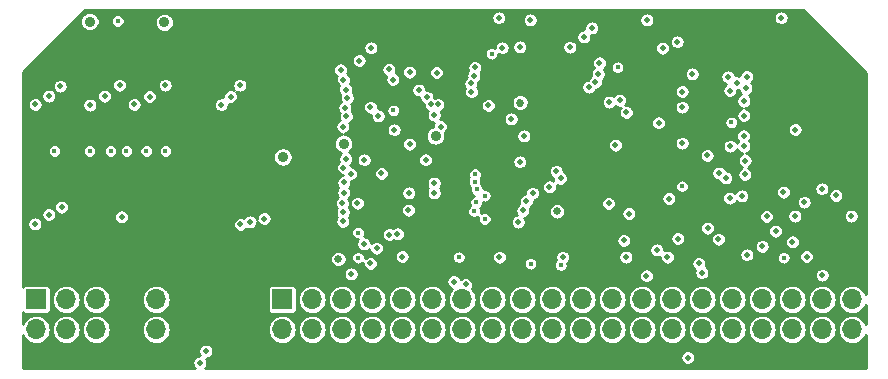
<source format=gbr>
G04 #@! TF.GenerationSoftware,KiCad,Pcbnew,(5.1.2-1)-1*
G04 #@! TF.CreationDate,2019-07-19T18:16:14-07:00*
G04 #@! TF.ProjectId,ram_board,72616d5f-626f-4617-9264-2e6b69636164,rev?*
G04 #@! TF.SameCoordinates,Original*
G04 #@! TF.FileFunction,Copper,L3,Inr*
G04 #@! TF.FilePolarity,Positive*
%FSLAX46Y46*%
G04 Gerber Fmt 4.6, Leading zero omitted, Abs format (unit mm)*
G04 Created by KiCad (PCBNEW (5.1.2-1)-1) date 2019-07-19 18:16:14*
%MOMM*%
%LPD*%
G04 APERTURE LIST*
%ADD10O,1.700000X1.700000*%
%ADD11R,1.700000X1.700000*%
%ADD12C,0.406400*%
%ADD13C,0.508000*%
%ADD14C,0.889000*%
%ADD15C,0.685800*%
%ADD16C,0.635000*%
%ADD17C,0.254000*%
G04 APERTURE END LIST*
D10*
X188341000Y-100203000D03*
X188341000Y-97663000D03*
X185801000Y-100203000D03*
X185801000Y-97663000D03*
X183261000Y-100203000D03*
X183261000Y-97663000D03*
X180721000Y-100203000D03*
X180721000Y-97663000D03*
X178181000Y-100203000D03*
X178181000Y-97663000D03*
X175641000Y-100203000D03*
X175641000Y-97663000D03*
X173101000Y-100203000D03*
X173101000Y-97663000D03*
X170561000Y-100203000D03*
X170561000Y-97663000D03*
X168021000Y-100203000D03*
X168021000Y-97663000D03*
X165481000Y-100203000D03*
X165481000Y-97663000D03*
X162941000Y-100203000D03*
X162941000Y-97663000D03*
X160401000Y-100203000D03*
X160401000Y-97663000D03*
X157861000Y-100203000D03*
X157861000Y-97663000D03*
X155321000Y-100203000D03*
X155321000Y-97663000D03*
X152781000Y-100203000D03*
X152781000Y-97663000D03*
X150241000Y-100203000D03*
X150241000Y-97663000D03*
X147701000Y-100203000D03*
X147701000Y-97663000D03*
X145161000Y-100203000D03*
X145161000Y-97663000D03*
X142621000Y-100203000D03*
X142621000Y-97663000D03*
X140081000Y-100203000D03*
D11*
X140081000Y-97663000D03*
D10*
X129413000Y-100203000D03*
X129413000Y-97663000D03*
X126873000Y-100203000D03*
X126873000Y-97663000D03*
X124333000Y-100203000D03*
X124333000Y-97663000D03*
X121793000Y-100203000D03*
X121793000Y-97663000D03*
X119253000Y-100203000D03*
D11*
X119253000Y-97663000D03*
D12*
X161112200Y-94640400D03*
X155041600Y-94081600D03*
X157810200Y-76860400D03*
D13*
X150774400Y-90093800D03*
D14*
X123799600Y-74142600D03*
X130098800Y-74193400D03*
X145286692Y-84480173D03*
X140131800Y-85598000D03*
D15*
X160223200Y-81000600D03*
D14*
X153076141Y-83828978D03*
D16*
X163347400Y-90195400D03*
X144830800Y-94234000D03*
D13*
X167716200Y-89535000D03*
X169443400Y-90398600D03*
X126492000Y-90678000D03*
X153162000Y-78460600D03*
X148209000Y-82118200D03*
X173939200Y-84429600D03*
X173939200Y-81381600D03*
X173939200Y-80060800D03*
D12*
X173939200Y-88087200D03*
X123774200Y-85090000D03*
X126898400Y-85090000D03*
X128574800Y-85090000D03*
X130200400Y-85090000D03*
X146507200Y-94132400D03*
X182549800Y-94132400D03*
X149479000Y-81661000D03*
X146507200Y-91998800D03*
X120802400Y-85090000D03*
X125552200Y-85090000D03*
X126161800Y-74091800D03*
X126161800Y-74091800D03*
X163677600Y-94767400D03*
X178104800Y-82677000D03*
D13*
X174802800Y-78565390D03*
X156385705Y-78012832D03*
X166941044Y-77635555D03*
X178558483Y-79321010D03*
X166824272Y-78585698D03*
X156319322Y-78717725D03*
X173532800Y-75844400D03*
X166293800Y-74676000D03*
X166604051Y-79258590D03*
X156049372Y-79372254D03*
X172288200Y-76374610D03*
X165636590Y-75438000D03*
X156103352Y-80078205D03*
X166039214Y-79685485D03*
X177818452Y-78804067D03*
X179425600Y-78790800D03*
X177066013Y-86960212D03*
X163278865Y-86809882D03*
D12*
X156413928Y-87034843D03*
D13*
X177977800Y-79984600D03*
X179349400Y-79781400D03*
X177636748Y-87379190D03*
X163658974Y-87407207D03*
D12*
X156371379Y-87681807D03*
X156556996Y-88348145D03*
D13*
X161086800Y-73990200D03*
X170967400Y-73990200D03*
X161293190Y-88668210D03*
D12*
X157226000Y-88874600D03*
D13*
X160758758Y-89333958D03*
X179146200Y-83816810D03*
X160556590Y-83816810D03*
X179273200Y-85902800D03*
X160470603Y-90119072D03*
D12*
X156322453Y-90206253D03*
D13*
X160204179Y-86001210D03*
X145211800Y-91059000D03*
X179171600Y-82092800D03*
X160064611Y-91115757D03*
X159468153Y-82384252D03*
X145237200Y-90271600D03*
X179171600Y-80848200D03*
D12*
X157227574Y-90854226D03*
D13*
X157533990Y-81235816D03*
X145186400Y-89509600D03*
X146459590Y-89509600D03*
D12*
X156523429Y-89424771D03*
X168475009Y-78000209D03*
D13*
X146608800Y-77444600D03*
X186969400Y-88849200D03*
X182524400Y-88569800D03*
X158419800Y-73812400D03*
X182321200Y-73812400D03*
X145313400Y-88620600D03*
X150876000Y-78409800D03*
X150799800Y-88646000D03*
X168656000Y-80778388D03*
X152941969Y-88646000D03*
X188264800Y-90601800D03*
X181102000Y-90627200D03*
X153492200Y-83032600D03*
X183515000Y-83286600D03*
X183489600Y-90601800D03*
X145313400Y-87757000D03*
X169218575Y-81819779D03*
X152941969Y-87807801D03*
X152943555Y-82061264D03*
X184277000Y-89433400D03*
X184480200Y-94030800D03*
X154607773Y-96148357D03*
X178991389Y-88893970D03*
X167773585Y-80956179D03*
X152335453Y-80543358D03*
X145592578Y-80595415D03*
X185775600Y-88290400D03*
X155606626Y-96390664D03*
X185801000Y-95605600D03*
X177973852Y-89079785D03*
X151644084Y-79927716D03*
X168300400Y-84588379D03*
X150863366Y-84507959D03*
X145459072Y-79898927D03*
X181864000Y-91874990D03*
X176072800Y-85471000D03*
X145262600Y-86496190D03*
X176102391Y-91624179D03*
X149453600Y-79044800D03*
X145262600Y-79044800D03*
X150241000Y-94030800D03*
X169189400Y-94075165D03*
X183286400Y-92786200D03*
X173583600Y-92506800D03*
X145465800Y-85775800D03*
X146989800Y-92964000D03*
X147018390Y-85836246D03*
X149123400Y-78181200D03*
X145034000Y-78232000D03*
X149135066Y-92164934D03*
X169009276Y-92662342D03*
X179425600Y-93878400D03*
X145211800Y-83032600D03*
X149555200Y-83292846D03*
X172832111Y-89125670D03*
X149841621Y-92119536D03*
X172696767Y-94075165D03*
X145920483Y-95496961D03*
X170921077Y-95654184D03*
X180721000Y-93164010D03*
X145516600Y-82169000D03*
X171958000Y-82702400D03*
X171799212Y-93472190D03*
D14*
X127558800Y-92811600D03*
X175971200Y-75920600D03*
X139877800Y-74244200D03*
D15*
X163525200Y-78155800D03*
D14*
X140055600Y-83845400D03*
X158750000Y-75285600D03*
D15*
X156946600Y-86233000D03*
D14*
X132375290Y-88580016D03*
D13*
X130175000Y-79527400D03*
X136499600Y-79527400D03*
X128854200Y-80492600D03*
X135712200Y-80492600D03*
X127558800Y-81153000D03*
X134924800Y-81178400D03*
X126314200Y-79527400D03*
X121285000Y-79603600D03*
X121412000Y-89839800D03*
X138550872Y-90817357D03*
X125044200Y-80441800D03*
X120319800Y-80441800D03*
X120319800Y-90474800D03*
X137343352Y-91093568D03*
X123799600Y-81203800D03*
X119176800Y-81153000D03*
X119151400Y-91262200D03*
X136550400Y-91313000D03*
X175615600Y-95402400D03*
X163842132Y-94084790D03*
X158468180Y-94084790D03*
X145872200Y-87020400D03*
X177012103Y-92557103D03*
X148488400Y-86991810D03*
X148078810Y-93319600D03*
X178003200Y-84683600D03*
X179171600Y-84683600D03*
X153270102Y-81156190D03*
X152690020Y-81156190D03*
X152230398Y-85836254D03*
X145389600Y-81432400D03*
X175362849Y-94605375D03*
X158699200Y-76352400D03*
X147599400Y-76352400D03*
X147548600Y-81381600D03*
X147548600Y-94615000D03*
X179247800Y-87071200D03*
X162712400Y-88138000D03*
X160197800Y-76276200D03*
X164439600Y-76301600D03*
X133121400Y-103022400D03*
X174421800Y-102590600D03*
X133626210Y-102038461D03*
D17*
G36*
X189484000Y-78462230D02*
G01*
X189484000Y-97190303D01*
X189483798Y-97189637D01*
X189369491Y-96975784D01*
X189215660Y-96788340D01*
X189028216Y-96634509D01*
X188814363Y-96520202D01*
X188582318Y-96449812D01*
X188401472Y-96432000D01*
X188280528Y-96432000D01*
X188099682Y-96449812D01*
X187867637Y-96520202D01*
X187653784Y-96634509D01*
X187466340Y-96788340D01*
X187312509Y-96975784D01*
X187198202Y-97189637D01*
X187127812Y-97421682D01*
X187104044Y-97663000D01*
X187127812Y-97904318D01*
X187198202Y-98136363D01*
X187312509Y-98350216D01*
X187466340Y-98537660D01*
X187653784Y-98691491D01*
X187867637Y-98805798D01*
X188099682Y-98876188D01*
X188280528Y-98894000D01*
X188401472Y-98894000D01*
X188582318Y-98876188D01*
X188814363Y-98805798D01*
X189028216Y-98691491D01*
X189215660Y-98537660D01*
X189369491Y-98350216D01*
X189483798Y-98136363D01*
X189484000Y-98135697D01*
X189484000Y-99730303D01*
X189483798Y-99729637D01*
X189369491Y-99515784D01*
X189215660Y-99328340D01*
X189028216Y-99174509D01*
X188814363Y-99060202D01*
X188582318Y-98989812D01*
X188401472Y-98972000D01*
X188280528Y-98972000D01*
X188099682Y-98989812D01*
X187867637Y-99060202D01*
X187653784Y-99174509D01*
X187466340Y-99328340D01*
X187312509Y-99515784D01*
X187198202Y-99729637D01*
X187127812Y-99961682D01*
X187104044Y-100203000D01*
X187127812Y-100444318D01*
X187198202Y-100676363D01*
X187312509Y-100890216D01*
X187466340Y-101077660D01*
X187653784Y-101231491D01*
X187867637Y-101345798D01*
X188099682Y-101416188D01*
X188280528Y-101434000D01*
X188401472Y-101434000D01*
X188582318Y-101416188D01*
X188814363Y-101345798D01*
X189028216Y-101231491D01*
X189215660Y-101077660D01*
X189369491Y-100890216D01*
X189483798Y-100676363D01*
X189484000Y-100675697D01*
X189484000Y-103479645D01*
X133542342Y-103499483D01*
X133614636Y-103427189D01*
X133684129Y-103323185D01*
X133731997Y-103207623D01*
X133756400Y-103084942D01*
X133756400Y-102959858D01*
X133731997Y-102837177D01*
X133684129Y-102721615D01*
X133651954Y-102673461D01*
X133688752Y-102673461D01*
X133811433Y-102649058D01*
X133926995Y-102601190D01*
X134030999Y-102531697D01*
X134034638Y-102528058D01*
X173786800Y-102528058D01*
X173786800Y-102653142D01*
X173811203Y-102775823D01*
X173859071Y-102891385D01*
X173928564Y-102995389D01*
X174017011Y-103083836D01*
X174121015Y-103153329D01*
X174236577Y-103201197D01*
X174359258Y-103225600D01*
X174484342Y-103225600D01*
X174607023Y-103201197D01*
X174722585Y-103153329D01*
X174826589Y-103083836D01*
X174915036Y-102995389D01*
X174984529Y-102891385D01*
X175032397Y-102775823D01*
X175056800Y-102653142D01*
X175056800Y-102528058D01*
X175032397Y-102405377D01*
X174984529Y-102289815D01*
X174915036Y-102185811D01*
X174826589Y-102097364D01*
X174722585Y-102027871D01*
X174607023Y-101980003D01*
X174484342Y-101955600D01*
X174359258Y-101955600D01*
X174236577Y-101980003D01*
X174121015Y-102027871D01*
X174017011Y-102097364D01*
X173928564Y-102185811D01*
X173859071Y-102289815D01*
X173811203Y-102405377D01*
X173786800Y-102528058D01*
X134034638Y-102528058D01*
X134119446Y-102443250D01*
X134188939Y-102339246D01*
X134236807Y-102223684D01*
X134261210Y-102101003D01*
X134261210Y-101975919D01*
X134236807Y-101853238D01*
X134188939Y-101737676D01*
X134119446Y-101633672D01*
X134030999Y-101545225D01*
X133926995Y-101475732D01*
X133811433Y-101427864D01*
X133688752Y-101403461D01*
X133563668Y-101403461D01*
X133440987Y-101427864D01*
X133325425Y-101475732D01*
X133221421Y-101545225D01*
X133132974Y-101633672D01*
X133063481Y-101737676D01*
X133015613Y-101853238D01*
X132991210Y-101975919D01*
X132991210Y-102101003D01*
X133015613Y-102223684D01*
X133063481Y-102339246D01*
X133095656Y-102387400D01*
X133058858Y-102387400D01*
X132936177Y-102411803D01*
X132820615Y-102459671D01*
X132716611Y-102529164D01*
X132628164Y-102617611D01*
X132558671Y-102721615D01*
X132510803Y-102837177D01*
X132486400Y-102959858D01*
X132486400Y-103084942D01*
X132510803Y-103207623D01*
X132558671Y-103323185D01*
X132628164Y-103427189D01*
X132700756Y-103499781D01*
X118110000Y-103504955D01*
X118110000Y-100675697D01*
X118110202Y-100676363D01*
X118224509Y-100890216D01*
X118378340Y-101077660D01*
X118565784Y-101231491D01*
X118779637Y-101345798D01*
X119011682Y-101416188D01*
X119192528Y-101434000D01*
X119313472Y-101434000D01*
X119494318Y-101416188D01*
X119726363Y-101345798D01*
X119940216Y-101231491D01*
X120127660Y-101077660D01*
X120281491Y-100890216D01*
X120395798Y-100676363D01*
X120466188Y-100444318D01*
X120489956Y-100203000D01*
X120556044Y-100203000D01*
X120579812Y-100444318D01*
X120650202Y-100676363D01*
X120764509Y-100890216D01*
X120918340Y-101077660D01*
X121105784Y-101231491D01*
X121319637Y-101345798D01*
X121551682Y-101416188D01*
X121732528Y-101434000D01*
X121853472Y-101434000D01*
X122034318Y-101416188D01*
X122266363Y-101345798D01*
X122480216Y-101231491D01*
X122667660Y-101077660D01*
X122821491Y-100890216D01*
X122935798Y-100676363D01*
X123006188Y-100444318D01*
X123029956Y-100203000D01*
X123096044Y-100203000D01*
X123119812Y-100444318D01*
X123190202Y-100676363D01*
X123304509Y-100890216D01*
X123458340Y-101077660D01*
X123645784Y-101231491D01*
X123859637Y-101345798D01*
X124091682Y-101416188D01*
X124272528Y-101434000D01*
X124393472Y-101434000D01*
X124574318Y-101416188D01*
X124806363Y-101345798D01*
X125020216Y-101231491D01*
X125207660Y-101077660D01*
X125361491Y-100890216D01*
X125475798Y-100676363D01*
X125546188Y-100444318D01*
X125569956Y-100203000D01*
X128176044Y-100203000D01*
X128199812Y-100444318D01*
X128270202Y-100676363D01*
X128384509Y-100890216D01*
X128538340Y-101077660D01*
X128725784Y-101231491D01*
X128939637Y-101345798D01*
X129171682Y-101416188D01*
X129352528Y-101434000D01*
X129473472Y-101434000D01*
X129654318Y-101416188D01*
X129886363Y-101345798D01*
X130100216Y-101231491D01*
X130287660Y-101077660D01*
X130441491Y-100890216D01*
X130555798Y-100676363D01*
X130626188Y-100444318D01*
X130649956Y-100203000D01*
X138844044Y-100203000D01*
X138867812Y-100444318D01*
X138938202Y-100676363D01*
X139052509Y-100890216D01*
X139206340Y-101077660D01*
X139393784Y-101231491D01*
X139607637Y-101345798D01*
X139839682Y-101416188D01*
X140020528Y-101434000D01*
X140141472Y-101434000D01*
X140322318Y-101416188D01*
X140554363Y-101345798D01*
X140768216Y-101231491D01*
X140955660Y-101077660D01*
X141109491Y-100890216D01*
X141223798Y-100676363D01*
X141294188Y-100444318D01*
X141317956Y-100203000D01*
X141384044Y-100203000D01*
X141407812Y-100444318D01*
X141478202Y-100676363D01*
X141592509Y-100890216D01*
X141746340Y-101077660D01*
X141933784Y-101231491D01*
X142147637Y-101345798D01*
X142379682Y-101416188D01*
X142560528Y-101434000D01*
X142681472Y-101434000D01*
X142862318Y-101416188D01*
X143094363Y-101345798D01*
X143308216Y-101231491D01*
X143495660Y-101077660D01*
X143649491Y-100890216D01*
X143763798Y-100676363D01*
X143834188Y-100444318D01*
X143857956Y-100203000D01*
X143924044Y-100203000D01*
X143947812Y-100444318D01*
X144018202Y-100676363D01*
X144132509Y-100890216D01*
X144286340Y-101077660D01*
X144473784Y-101231491D01*
X144687637Y-101345798D01*
X144919682Y-101416188D01*
X145100528Y-101434000D01*
X145221472Y-101434000D01*
X145402318Y-101416188D01*
X145634363Y-101345798D01*
X145848216Y-101231491D01*
X146035660Y-101077660D01*
X146189491Y-100890216D01*
X146303798Y-100676363D01*
X146374188Y-100444318D01*
X146397956Y-100203000D01*
X146464044Y-100203000D01*
X146487812Y-100444318D01*
X146558202Y-100676363D01*
X146672509Y-100890216D01*
X146826340Y-101077660D01*
X147013784Y-101231491D01*
X147227637Y-101345798D01*
X147459682Y-101416188D01*
X147640528Y-101434000D01*
X147761472Y-101434000D01*
X147942318Y-101416188D01*
X148174363Y-101345798D01*
X148388216Y-101231491D01*
X148575660Y-101077660D01*
X148729491Y-100890216D01*
X148843798Y-100676363D01*
X148914188Y-100444318D01*
X148937956Y-100203000D01*
X149004044Y-100203000D01*
X149027812Y-100444318D01*
X149098202Y-100676363D01*
X149212509Y-100890216D01*
X149366340Y-101077660D01*
X149553784Y-101231491D01*
X149767637Y-101345798D01*
X149999682Y-101416188D01*
X150180528Y-101434000D01*
X150301472Y-101434000D01*
X150482318Y-101416188D01*
X150714363Y-101345798D01*
X150928216Y-101231491D01*
X151115660Y-101077660D01*
X151269491Y-100890216D01*
X151383798Y-100676363D01*
X151454188Y-100444318D01*
X151477956Y-100203000D01*
X151544044Y-100203000D01*
X151567812Y-100444318D01*
X151638202Y-100676363D01*
X151752509Y-100890216D01*
X151906340Y-101077660D01*
X152093784Y-101231491D01*
X152307637Y-101345798D01*
X152539682Y-101416188D01*
X152720528Y-101434000D01*
X152841472Y-101434000D01*
X153022318Y-101416188D01*
X153254363Y-101345798D01*
X153468216Y-101231491D01*
X153655660Y-101077660D01*
X153809491Y-100890216D01*
X153923798Y-100676363D01*
X153994188Y-100444318D01*
X154017956Y-100203000D01*
X154084044Y-100203000D01*
X154107812Y-100444318D01*
X154178202Y-100676363D01*
X154292509Y-100890216D01*
X154446340Y-101077660D01*
X154633784Y-101231491D01*
X154847637Y-101345798D01*
X155079682Y-101416188D01*
X155260528Y-101434000D01*
X155381472Y-101434000D01*
X155562318Y-101416188D01*
X155794363Y-101345798D01*
X156008216Y-101231491D01*
X156195660Y-101077660D01*
X156349491Y-100890216D01*
X156463798Y-100676363D01*
X156534188Y-100444318D01*
X156557956Y-100203000D01*
X156624044Y-100203000D01*
X156647812Y-100444318D01*
X156718202Y-100676363D01*
X156832509Y-100890216D01*
X156986340Y-101077660D01*
X157173784Y-101231491D01*
X157387637Y-101345798D01*
X157619682Y-101416188D01*
X157800528Y-101434000D01*
X157921472Y-101434000D01*
X158102318Y-101416188D01*
X158334363Y-101345798D01*
X158548216Y-101231491D01*
X158735660Y-101077660D01*
X158889491Y-100890216D01*
X159003798Y-100676363D01*
X159074188Y-100444318D01*
X159097956Y-100203000D01*
X159164044Y-100203000D01*
X159187812Y-100444318D01*
X159258202Y-100676363D01*
X159372509Y-100890216D01*
X159526340Y-101077660D01*
X159713784Y-101231491D01*
X159927637Y-101345798D01*
X160159682Y-101416188D01*
X160340528Y-101434000D01*
X160461472Y-101434000D01*
X160642318Y-101416188D01*
X160874363Y-101345798D01*
X161088216Y-101231491D01*
X161275660Y-101077660D01*
X161429491Y-100890216D01*
X161543798Y-100676363D01*
X161614188Y-100444318D01*
X161637956Y-100203000D01*
X161704044Y-100203000D01*
X161727812Y-100444318D01*
X161798202Y-100676363D01*
X161912509Y-100890216D01*
X162066340Y-101077660D01*
X162253784Y-101231491D01*
X162467637Y-101345798D01*
X162699682Y-101416188D01*
X162880528Y-101434000D01*
X163001472Y-101434000D01*
X163182318Y-101416188D01*
X163414363Y-101345798D01*
X163628216Y-101231491D01*
X163815660Y-101077660D01*
X163969491Y-100890216D01*
X164083798Y-100676363D01*
X164154188Y-100444318D01*
X164177956Y-100203000D01*
X164244044Y-100203000D01*
X164267812Y-100444318D01*
X164338202Y-100676363D01*
X164452509Y-100890216D01*
X164606340Y-101077660D01*
X164793784Y-101231491D01*
X165007637Y-101345798D01*
X165239682Y-101416188D01*
X165420528Y-101434000D01*
X165541472Y-101434000D01*
X165722318Y-101416188D01*
X165954363Y-101345798D01*
X166168216Y-101231491D01*
X166355660Y-101077660D01*
X166509491Y-100890216D01*
X166623798Y-100676363D01*
X166694188Y-100444318D01*
X166717956Y-100203000D01*
X166784044Y-100203000D01*
X166807812Y-100444318D01*
X166878202Y-100676363D01*
X166992509Y-100890216D01*
X167146340Y-101077660D01*
X167333784Y-101231491D01*
X167547637Y-101345798D01*
X167779682Y-101416188D01*
X167960528Y-101434000D01*
X168081472Y-101434000D01*
X168262318Y-101416188D01*
X168494363Y-101345798D01*
X168708216Y-101231491D01*
X168895660Y-101077660D01*
X169049491Y-100890216D01*
X169163798Y-100676363D01*
X169234188Y-100444318D01*
X169257956Y-100203000D01*
X169324044Y-100203000D01*
X169347812Y-100444318D01*
X169418202Y-100676363D01*
X169532509Y-100890216D01*
X169686340Y-101077660D01*
X169873784Y-101231491D01*
X170087637Y-101345798D01*
X170319682Y-101416188D01*
X170500528Y-101434000D01*
X170621472Y-101434000D01*
X170802318Y-101416188D01*
X171034363Y-101345798D01*
X171248216Y-101231491D01*
X171435660Y-101077660D01*
X171589491Y-100890216D01*
X171703798Y-100676363D01*
X171774188Y-100444318D01*
X171797956Y-100203000D01*
X171864044Y-100203000D01*
X171887812Y-100444318D01*
X171958202Y-100676363D01*
X172072509Y-100890216D01*
X172226340Y-101077660D01*
X172413784Y-101231491D01*
X172627637Y-101345798D01*
X172859682Y-101416188D01*
X173040528Y-101434000D01*
X173161472Y-101434000D01*
X173342318Y-101416188D01*
X173574363Y-101345798D01*
X173788216Y-101231491D01*
X173975660Y-101077660D01*
X174129491Y-100890216D01*
X174243798Y-100676363D01*
X174314188Y-100444318D01*
X174337956Y-100203000D01*
X174404044Y-100203000D01*
X174427812Y-100444318D01*
X174498202Y-100676363D01*
X174612509Y-100890216D01*
X174766340Y-101077660D01*
X174953784Y-101231491D01*
X175167637Y-101345798D01*
X175399682Y-101416188D01*
X175580528Y-101434000D01*
X175701472Y-101434000D01*
X175882318Y-101416188D01*
X176114363Y-101345798D01*
X176328216Y-101231491D01*
X176515660Y-101077660D01*
X176669491Y-100890216D01*
X176783798Y-100676363D01*
X176854188Y-100444318D01*
X176877956Y-100203000D01*
X176944044Y-100203000D01*
X176967812Y-100444318D01*
X177038202Y-100676363D01*
X177152509Y-100890216D01*
X177306340Y-101077660D01*
X177493784Y-101231491D01*
X177707637Y-101345798D01*
X177939682Y-101416188D01*
X178120528Y-101434000D01*
X178241472Y-101434000D01*
X178422318Y-101416188D01*
X178654363Y-101345798D01*
X178868216Y-101231491D01*
X179055660Y-101077660D01*
X179209491Y-100890216D01*
X179323798Y-100676363D01*
X179394188Y-100444318D01*
X179417956Y-100203000D01*
X179484044Y-100203000D01*
X179507812Y-100444318D01*
X179578202Y-100676363D01*
X179692509Y-100890216D01*
X179846340Y-101077660D01*
X180033784Y-101231491D01*
X180247637Y-101345798D01*
X180479682Y-101416188D01*
X180660528Y-101434000D01*
X180781472Y-101434000D01*
X180962318Y-101416188D01*
X181194363Y-101345798D01*
X181408216Y-101231491D01*
X181595660Y-101077660D01*
X181749491Y-100890216D01*
X181863798Y-100676363D01*
X181934188Y-100444318D01*
X181957956Y-100203000D01*
X182024044Y-100203000D01*
X182047812Y-100444318D01*
X182118202Y-100676363D01*
X182232509Y-100890216D01*
X182386340Y-101077660D01*
X182573784Y-101231491D01*
X182787637Y-101345798D01*
X183019682Y-101416188D01*
X183200528Y-101434000D01*
X183321472Y-101434000D01*
X183502318Y-101416188D01*
X183734363Y-101345798D01*
X183948216Y-101231491D01*
X184135660Y-101077660D01*
X184289491Y-100890216D01*
X184403798Y-100676363D01*
X184474188Y-100444318D01*
X184497956Y-100203000D01*
X184564044Y-100203000D01*
X184587812Y-100444318D01*
X184658202Y-100676363D01*
X184772509Y-100890216D01*
X184926340Y-101077660D01*
X185113784Y-101231491D01*
X185327637Y-101345798D01*
X185559682Y-101416188D01*
X185740528Y-101434000D01*
X185861472Y-101434000D01*
X186042318Y-101416188D01*
X186274363Y-101345798D01*
X186488216Y-101231491D01*
X186675660Y-101077660D01*
X186829491Y-100890216D01*
X186943798Y-100676363D01*
X187014188Y-100444318D01*
X187037956Y-100203000D01*
X187014188Y-99961682D01*
X186943798Y-99729637D01*
X186829491Y-99515784D01*
X186675660Y-99328340D01*
X186488216Y-99174509D01*
X186274363Y-99060202D01*
X186042318Y-98989812D01*
X185861472Y-98972000D01*
X185740528Y-98972000D01*
X185559682Y-98989812D01*
X185327637Y-99060202D01*
X185113784Y-99174509D01*
X184926340Y-99328340D01*
X184772509Y-99515784D01*
X184658202Y-99729637D01*
X184587812Y-99961682D01*
X184564044Y-100203000D01*
X184497956Y-100203000D01*
X184474188Y-99961682D01*
X184403798Y-99729637D01*
X184289491Y-99515784D01*
X184135660Y-99328340D01*
X183948216Y-99174509D01*
X183734363Y-99060202D01*
X183502318Y-98989812D01*
X183321472Y-98972000D01*
X183200528Y-98972000D01*
X183019682Y-98989812D01*
X182787637Y-99060202D01*
X182573784Y-99174509D01*
X182386340Y-99328340D01*
X182232509Y-99515784D01*
X182118202Y-99729637D01*
X182047812Y-99961682D01*
X182024044Y-100203000D01*
X181957956Y-100203000D01*
X181934188Y-99961682D01*
X181863798Y-99729637D01*
X181749491Y-99515784D01*
X181595660Y-99328340D01*
X181408216Y-99174509D01*
X181194363Y-99060202D01*
X180962318Y-98989812D01*
X180781472Y-98972000D01*
X180660528Y-98972000D01*
X180479682Y-98989812D01*
X180247637Y-99060202D01*
X180033784Y-99174509D01*
X179846340Y-99328340D01*
X179692509Y-99515784D01*
X179578202Y-99729637D01*
X179507812Y-99961682D01*
X179484044Y-100203000D01*
X179417956Y-100203000D01*
X179394188Y-99961682D01*
X179323798Y-99729637D01*
X179209491Y-99515784D01*
X179055660Y-99328340D01*
X178868216Y-99174509D01*
X178654363Y-99060202D01*
X178422318Y-98989812D01*
X178241472Y-98972000D01*
X178120528Y-98972000D01*
X177939682Y-98989812D01*
X177707637Y-99060202D01*
X177493784Y-99174509D01*
X177306340Y-99328340D01*
X177152509Y-99515784D01*
X177038202Y-99729637D01*
X176967812Y-99961682D01*
X176944044Y-100203000D01*
X176877956Y-100203000D01*
X176854188Y-99961682D01*
X176783798Y-99729637D01*
X176669491Y-99515784D01*
X176515660Y-99328340D01*
X176328216Y-99174509D01*
X176114363Y-99060202D01*
X175882318Y-98989812D01*
X175701472Y-98972000D01*
X175580528Y-98972000D01*
X175399682Y-98989812D01*
X175167637Y-99060202D01*
X174953784Y-99174509D01*
X174766340Y-99328340D01*
X174612509Y-99515784D01*
X174498202Y-99729637D01*
X174427812Y-99961682D01*
X174404044Y-100203000D01*
X174337956Y-100203000D01*
X174314188Y-99961682D01*
X174243798Y-99729637D01*
X174129491Y-99515784D01*
X173975660Y-99328340D01*
X173788216Y-99174509D01*
X173574363Y-99060202D01*
X173342318Y-98989812D01*
X173161472Y-98972000D01*
X173040528Y-98972000D01*
X172859682Y-98989812D01*
X172627637Y-99060202D01*
X172413784Y-99174509D01*
X172226340Y-99328340D01*
X172072509Y-99515784D01*
X171958202Y-99729637D01*
X171887812Y-99961682D01*
X171864044Y-100203000D01*
X171797956Y-100203000D01*
X171774188Y-99961682D01*
X171703798Y-99729637D01*
X171589491Y-99515784D01*
X171435660Y-99328340D01*
X171248216Y-99174509D01*
X171034363Y-99060202D01*
X170802318Y-98989812D01*
X170621472Y-98972000D01*
X170500528Y-98972000D01*
X170319682Y-98989812D01*
X170087637Y-99060202D01*
X169873784Y-99174509D01*
X169686340Y-99328340D01*
X169532509Y-99515784D01*
X169418202Y-99729637D01*
X169347812Y-99961682D01*
X169324044Y-100203000D01*
X169257956Y-100203000D01*
X169234188Y-99961682D01*
X169163798Y-99729637D01*
X169049491Y-99515784D01*
X168895660Y-99328340D01*
X168708216Y-99174509D01*
X168494363Y-99060202D01*
X168262318Y-98989812D01*
X168081472Y-98972000D01*
X167960528Y-98972000D01*
X167779682Y-98989812D01*
X167547637Y-99060202D01*
X167333784Y-99174509D01*
X167146340Y-99328340D01*
X166992509Y-99515784D01*
X166878202Y-99729637D01*
X166807812Y-99961682D01*
X166784044Y-100203000D01*
X166717956Y-100203000D01*
X166694188Y-99961682D01*
X166623798Y-99729637D01*
X166509491Y-99515784D01*
X166355660Y-99328340D01*
X166168216Y-99174509D01*
X165954363Y-99060202D01*
X165722318Y-98989812D01*
X165541472Y-98972000D01*
X165420528Y-98972000D01*
X165239682Y-98989812D01*
X165007637Y-99060202D01*
X164793784Y-99174509D01*
X164606340Y-99328340D01*
X164452509Y-99515784D01*
X164338202Y-99729637D01*
X164267812Y-99961682D01*
X164244044Y-100203000D01*
X164177956Y-100203000D01*
X164154188Y-99961682D01*
X164083798Y-99729637D01*
X163969491Y-99515784D01*
X163815660Y-99328340D01*
X163628216Y-99174509D01*
X163414363Y-99060202D01*
X163182318Y-98989812D01*
X163001472Y-98972000D01*
X162880528Y-98972000D01*
X162699682Y-98989812D01*
X162467637Y-99060202D01*
X162253784Y-99174509D01*
X162066340Y-99328340D01*
X161912509Y-99515784D01*
X161798202Y-99729637D01*
X161727812Y-99961682D01*
X161704044Y-100203000D01*
X161637956Y-100203000D01*
X161614188Y-99961682D01*
X161543798Y-99729637D01*
X161429491Y-99515784D01*
X161275660Y-99328340D01*
X161088216Y-99174509D01*
X160874363Y-99060202D01*
X160642318Y-98989812D01*
X160461472Y-98972000D01*
X160340528Y-98972000D01*
X160159682Y-98989812D01*
X159927637Y-99060202D01*
X159713784Y-99174509D01*
X159526340Y-99328340D01*
X159372509Y-99515784D01*
X159258202Y-99729637D01*
X159187812Y-99961682D01*
X159164044Y-100203000D01*
X159097956Y-100203000D01*
X159074188Y-99961682D01*
X159003798Y-99729637D01*
X158889491Y-99515784D01*
X158735660Y-99328340D01*
X158548216Y-99174509D01*
X158334363Y-99060202D01*
X158102318Y-98989812D01*
X157921472Y-98972000D01*
X157800528Y-98972000D01*
X157619682Y-98989812D01*
X157387637Y-99060202D01*
X157173784Y-99174509D01*
X156986340Y-99328340D01*
X156832509Y-99515784D01*
X156718202Y-99729637D01*
X156647812Y-99961682D01*
X156624044Y-100203000D01*
X156557956Y-100203000D01*
X156534188Y-99961682D01*
X156463798Y-99729637D01*
X156349491Y-99515784D01*
X156195660Y-99328340D01*
X156008216Y-99174509D01*
X155794363Y-99060202D01*
X155562318Y-98989812D01*
X155381472Y-98972000D01*
X155260528Y-98972000D01*
X155079682Y-98989812D01*
X154847637Y-99060202D01*
X154633784Y-99174509D01*
X154446340Y-99328340D01*
X154292509Y-99515784D01*
X154178202Y-99729637D01*
X154107812Y-99961682D01*
X154084044Y-100203000D01*
X154017956Y-100203000D01*
X153994188Y-99961682D01*
X153923798Y-99729637D01*
X153809491Y-99515784D01*
X153655660Y-99328340D01*
X153468216Y-99174509D01*
X153254363Y-99060202D01*
X153022318Y-98989812D01*
X152841472Y-98972000D01*
X152720528Y-98972000D01*
X152539682Y-98989812D01*
X152307637Y-99060202D01*
X152093784Y-99174509D01*
X151906340Y-99328340D01*
X151752509Y-99515784D01*
X151638202Y-99729637D01*
X151567812Y-99961682D01*
X151544044Y-100203000D01*
X151477956Y-100203000D01*
X151454188Y-99961682D01*
X151383798Y-99729637D01*
X151269491Y-99515784D01*
X151115660Y-99328340D01*
X150928216Y-99174509D01*
X150714363Y-99060202D01*
X150482318Y-98989812D01*
X150301472Y-98972000D01*
X150180528Y-98972000D01*
X149999682Y-98989812D01*
X149767637Y-99060202D01*
X149553784Y-99174509D01*
X149366340Y-99328340D01*
X149212509Y-99515784D01*
X149098202Y-99729637D01*
X149027812Y-99961682D01*
X149004044Y-100203000D01*
X148937956Y-100203000D01*
X148914188Y-99961682D01*
X148843798Y-99729637D01*
X148729491Y-99515784D01*
X148575660Y-99328340D01*
X148388216Y-99174509D01*
X148174363Y-99060202D01*
X147942318Y-98989812D01*
X147761472Y-98972000D01*
X147640528Y-98972000D01*
X147459682Y-98989812D01*
X147227637Y-99060202D01*
X147013784Y-99174509D01*
X146826340Y-99328340D01*
X146672509Y-99515784D01*
X146558202Y-99729637D01*
X146487812Y-99961682D01*
X146464044Y-100203000D01*
X146397956Y-100203000D01*
X146374188Y-99961682D01*
X146303798Y-99729637D01*
X146189491Y-99515784D01*
X146035660Y-99328340D01*
X145848216Y-99174509D01*
X145634363Y-99060202D01*
X145402318Y-98989812D01*
X145221472Y-98972000D01*
X145100528Y-98972000D01*
X144919682Y-98989812D01*
X144687637Y-99060202D01*
X144473784Y-99174509D01*
X144286340Y-99328340D01*
X144132509Y-99515784D01*
X144018202Y-99729637D01*
X143947812Y-99961682D01*
X143924044Y-100203000D01*
X143857956Y-100203000D01*
X143834188Y-99961682D01*
X143763798Y-99729637D01*
X143649491Y-99515784D01*
X143495660Y-99328340D01*
X143308216Y-99174509D01*
X143094363Y-99060202D01*
X142862318Y-98989812D01*
X142681472Y-98972000D01*
X142560528Y-98972000D01*
X142379682Y-98989812D01*
X142147637Y-99060202D01*
X141933784Y-99174509D01*
X141746340Y-99328340D01*
X141592509Y-99515784D01*
X141478202Y-99729637D01*
X141407812Y-99961682D01*
X141384044Y-100203000D01*
X141317956Y-100203000D01*
X141294188Y-99961682D01*
X141223798Y-99729637D01*
X141109491Y-99515784D01*
X140955660Y-99328340D01*
X140768216Y-99174509D01*
X140554363Y-99060202D01*
X140322318Y-98989812D01*
X140141472Y-98972000D01*
X140020528Y-98972000D01*
X139839682Y-98989812D01*
X139607637Y-99060202D01*
X139393784Y-99174509D01*
X139206340Y-99328340D01*
X139052509Y-99515784D01*
X138938202Y-99729637D01*
X138867812Y-99961682D01*
X138844044Y-100203000D01*
X130649956Y-100203000D01*
X130626188Y-99961682D01*
X130555798Y-99729637D01*
X130441491Y-99515784D01*
X130287660Y-99328340D01*
X130100216Y-99174509D01*
X129886363Y-99060202D01*
X129654318Y-98989812D01*
X129473472Y-98972000D01*
X129352528Y-98972000D01*
X129171682Y-98989812D01*
X128939637Y-99060202D01*
X128725784Y-99174509D01*
X128538340Y-99328340D01*
X128384509Y-99515784D01*
X128270202Y-99729637D01*
X128199812Y-99961682D01*
X128176044Y-100203000D01*
X125569956Y-100203000D01*
X125546188Y-99961682D01*
X125475798Y-99729637D01*
X125361491Y-99515784D01*
X125207660Y-99328340D01*
X125020216Y-99174509D01*
X124806363Y-99060202D01*
X124574318Y-98989812D01*
X124393472Y-98972000D01*
X124272528Y-98972000D01*
X124091682Y-98989812D01*
X123859637Y-99060202D01*
X123645784Y-99174509D01*
X123458340Y-99328340D01*
X123304509Y-99515784D01*
X123190202Y-99729637D01*
X123119812Y-99961682D01*
X123096044Y-100203000D01*
X123029956Y-100203000D01*
X123006188Y-99961682D01*
X122935798Y-99729637D01*
X122821491Y-99515784D01*
X122667660Y-99328340D01*
X122480216Y-99174509D01*
X122266363Y-99060202D01*
X122034318Y-98989812D01*
X121853472Y-98972000D01*
X121732528Y-98972000D01*
X121551682Y-98989812D01*
X121319637Y-99060202D01*
X121105784Y-99174509D01*
X120918340Y-99328340D01*
X120764509Y-99515784D01*
X120650202Y-99729637D01*
X120579812Y-99961682D01*
X120556044Y-100203000D01*
X120489956Y-100203000D01*
X120466188Y-99961682D01*
X120395798Y-99729637D01*
X120281491Y-99515784D01*
X120127660Y-99328340D01*
X119940216Y-99174509D01*
X119726363Y-99060202D01*
X119494318Y-98989812D01*
X119313472Y-98972000D01*
X119192528Y-98972000D01*
X119011682Y-98989812D01*
X118779637Y-99060202D01*
X118565784Y-99174509D01*
X118378340Y-99328340D01*
X118224509Y-99515784D01*
X118110202Y-99729637D01*
X118110000Y-99730303D01*
X118110000Y-98756551D01*
X118132289Y-98783711D01*
X118190304Y-98831322D01*
X118256492Y-98866701D01*
X118328311Y-98888487D01*
X118403000Y-98895843D01*
X120103000Y-98895843D01*
X120177689Y-98888487D01*
X120249508Y-98866701D01*
X120315696Y-98831322D01*
X120373711Y-98783711D01*
X120421322Y-98725696D01*
X120456701Y-98659508D01*
X120478487Y-98587689D01*
X120485843Y-98513000D01*
X120485843Y-97663000D01*
X120556044Y-97663000D01*
X120579812Y-97904318D01*
X120650202Y-98136363D01*
X120764509Y-98350216D01*
X120918340Y-98537660D01*
X121105784Y-98691491D01*
X121319637Y-98805798D01*
X121551682Y-98876188D01*
X121732528Y-98894000D01*
X121853472Y-98894000D01*
X122034318Y-98876188D01*
X122266363Y-98805798D01*
X122480216Y-98691491D01*
X122667660Y-98537660D01*
X122821491Y-98350216D01*
X122935798Y-98136363D01*
X123006188Y-97904318D01*
X123029956Y-97663000D01*
X123096044Y-97663000D01*
X123119812Y-97904318D01*
X123190202Y-98136363D01*
X123304509Y-98350216D01*
X123458340Y-98537660D01*
X123645784Y-98691491D01*
X123859637Y-98805798D01*
X124091682Y-98876188D01*
X124272528Y-98894000D01*
X124393472Y-98894000D01*
X124574318Y-98876188D01*
X124806363Y-98805798D01*
X125020216Y-98691491D01*
X125207660Y-98537660D01*
X125361491Y-98350216D01*
X125475798Y-98136363D01*
X125546188Y-97904318D01*
X125569956Y-97663000D01*
X128176044Y-97663000D01*
X128199812Y-97904318D01*
X128270202Y-98136363D01*
X128384509Y-98350216D01*
X128538340Y-98537660D01*
X128725784Y-98691491D01*
X128939637Y-98805798D01*
X129171682Y-98876188D01*
X129352528Y-98894000D01*
X129473472Y-98894000D01*
X129654318Y-98876188D01*
X129886363Y-98805798D01*
X130100216Y-98691491D01*
X130287660Y-98537660D01*
X130441491Y-98350216D01*
X130555798Y-98136363D01*
X130626188Y-97904318D01*
X130649956Y-97663000D01*
X130626188Y-97421682D01*
X130555798Y-97189637D01*
X130441491Y-96975784D01*
X130307898Y-96813000D01*
X138848157Y-96813000D01*
X138848157Y-98513000D01*
X138855513Y-98587689D01*
X138877299Y-98659508D01*
X138912678Y-98725696D01*
X138960289Y-98783711D01*
X139018304Y-98831322D01*
X139084492Y-98866701D01*
X139156311Y-98888487D01*
X139231000Y-98895843D01*
X140931000Y-98895843D01*
X141005689Y-98888487D01*
X141077508Y-98866701D01*
X141143696Y-98831322D01*
X141201711Y-98783711D01*
X141249322Y-98725696D01*
X141284701Y-98659508D01*
X141306487Y-98587689D01*
X141313843Y-98513000D01*
X141313843Y-97663000D01*
X141384044Y-97663000D01*
X141407812Y-97904318D01*
X141478202Y-98136363D01*
X141592509Y-98350216D01*
X141746340Y-98537660D01*
X141933784Y-98691491D01*
X142147637Y-98805798D01*
X142379682Y-98876188D01*
X142560528Y-98894000D01*
X142681472Y-98894000D01*
X142862318Y-98876188D01*
X143094363Y-98805798D01*
X143308216Y-98691491D01*
X143495660Y-98537660D01*
X143649491Y-98350216D01*
X143763798Y-98136363D01*
X143834188Y-97904318D01*
X143857956Y-97663000D01*
X143924044Y-97663000D01*
X143947812Y-97904318D01*
X144018202Y-98136363D01*
X144132509Y-98350216D01*
X144286340Y-98537660D01*
X144473784Y-98691491D01*
X144687637Y-98805798D01*
X144919682Y-98876188D01*
X145100528Y-98894000D01*
X145221472Y-98894000D01*
X145402318Y-98876188D01*
X145634363Y-98805798D01*
X145848216Y-98691491D01*
X146035660Y-98537660D01*
X146189491Y-98350216D01*
X146303798Y-98136363D01*
X146374188Y-97904318D01*
X146397956Y-97663000D01*
X146464044Y-97663000D01*
X146487812Y-97904318D01*
X146558202Y-98136363D01*
X146672509Y-98350216D01*
X146826340Y-98537660D01*
X147013784Y-98691491D01*
X147227637Y-98805798D01*
X147459682Y-98876188D01*
X147640528Y-98894000D01*
X147761472Y-98894000D01*
X147942318Y-98876188D01*
X148174363Y-98805798D01*
X148388216Y-98691491D01*
X148575660Y-98537660D01*
X148729491Y-98350216D01*
X148843798Y-98136363D01*
X148914188Y-97904318D01*
X148937956Y-97663000D01*
X149004044Y-97663000D01*
X149027812Y-97904318D01*
X149098202Y-98136363D01*
X149212509Y-98350216D01*
X149366340Y-98537660D01*
X149553784Y-98691491D01*
X149767637Y-98805798D01*
X149999682Y-98876188D01*
X150180528Y-98894000D01*
X150301472Y-98894000D01*
X150482318Y-98876188D01*
X150714363Y-98805798D01*
X150928216Y-98691491D01*
X151115660Y-98537660D01*
X151269491Y-98350216D01*
X151383798Y-98136363D01*
X151454188Y-97904318D01*
X151477956Y-97663000D01*
X151544044Y-97663000D01*
X151567812Y-97904318D01*
X151638202Y-98136363D01*
X151752509Y-98350216D01*
X151906340Y-98537660D01*
X152093784Y-98691491D01*
X152307637Y-98805798D01*
X152539682Y-98876188D01*
X152720528Y-98894000D01*
X152841472Y-98894000D01*
X153022318Y-98876188D01*
X153254363Y-98805798D01*
X153468216Y-98691491D01*
X153655660Y-98537660D01*
X153809491Y-98350216D01*
X153923798Y-98136363D01*
X153994188Y-97904318D01*
X154017956Y-97663000D01*
X153994188Y-97421682D01*
X153923798Y-97189637D01*
X153809491Y-96975784D01*
X153655660Y-96788340D01*
X153468216Y-96634509D01*
X153254363Y-96520202D01*
X153022318Y-96449812D01*
X152841472Y-96432000D01*
X152720528Y-96432000D01*
X152539682Y-96449812D01*
X152307637Y-96520202D01*
X152093784Y-96634509D01*
X151906340Y-96788340D01*
X151752509Y-96975784D01*
X151638202Y-97189637D01*
X151567812Y-97421682D01*
X151544044Y-97663000D01*
X151477956Y-97663000D01*
X151454188Y-97421682D01*
X151383798Y-97189637D01*
X151269491Y-96975784D01*
X151115660Y-96788340D01*
X150928216Y-96634509D01*
X150714363Y-96520202D01*
X150482318Y-96449812D01*
X150301472Y-96432000D01*
X150180528Y-96432000D01*
X149999682Y-96449812D01*
X149767637Y-96520202D01*
X149553784Y-96634509D01*
X149366340Y-96788340D01*
X149212509Y-96975784D01*
X149098202Y-97189637D01*
X149027812Y-97421682D01*
X149004044Y-97663000D01*
X148937956Y-97663000D01*
X148914188Y-97421682D01*
X148843798Y-97189637D01*
X148729491Y-96975784D01*
X148575660Y-96788340D01*
X148388216Y-96634509D01*
X148174363Y-96520202D01*
X147942318Y-96449812D01*
X147761472Y-96432000D01*
X147640528Y-96432000D01*
X147459682Y-96449812D01*
X147227637Y-96520202D01*
X147013784Y-96634509D01*
X146826340Y-96788340D01*
X146672509Y-96975784D01*
X146558202Y-97189637D01*
X146487812Y-97421682D01*
X146464044Y-97663000D01*
X146397956Y-97663000D01*
X146374188Y-97421682D01*
X146303798Y-97189637D01*
X146189491Y-96975784D01*
X146035660Y-96788340D01*
X145848216Y-96634509D01*
X145634363Y-96520202D01*
X145402318Y-96449812D01*
X145221472Y-96432000D01*
X145100528Y-96432000D01*
X144919682Y-96449812D01*
X144687637Y-96520202D01*
X144473784Y-96634509D01*
X144286340Y-96788340D01*
X144132509Y-96975784D01*
X144018202Y-97189637D01*
X143947812Y-97421682D01*
X143924044Y-97663000D01*
X143857956Y-97663000D01*
X143834188Y-97421682D01*
X143763798Y-97189637D01*
X143649491Y-96975784D01*
X143495660Y-96788340D01*
X143308216Y-96634509D01*
X143094363Y-96520202D01*
X142862318Y-96449812D01*
X142681472Y-96432000D01*
X142560528Y-96432000D01*
X142379682Y-96449812D01*
X142147637Y-96520202D01*
X141933784Y-96634509D01*
X141746340Y-96788340D01*
X141592509Y-96975784D01*
X141478202Y-97189637D01*
X141407812Y-97421682D01*
X141384044Y-97663000D01*
X141313843Y-97663000D01*
X141313843Y-96813000D01*
X141306487Y-96738311D01*
X141284701Y-96666492D01*
X141249322Y-96600304D01*
X141201711Y-96542289D01*
X141143696Y-96494678D01*
X141077508Y-96459299D01*
X141005689Y-96437513D01*
X140931000Y-96430157D01*
X139231000Y-96430157D01*
X139156311Y-96437513D01*
X139084492Y-96459299D01*
X139018304Y-96494678D01*
X138960289Y-96542289D01*
X138912678Y-96600304D01*
X138877299Y-96666492D01*
X138855513Y-96738311D01*
X138848157Y-96813000D01*
X130307898Y-96813000D01*
X130287660Y-96788340D01*
X130100216Y-96634509D01*
X129886363Y-96520202D01*
X129654318Y-96449812D01*
X129473472Y-96432000D01*
X129352528Y-96432000D01*
X129171682Y-96449812D01*
X128939637Y-96520202D01*
X128725784Y-96634509D01*
X128538340Y-96788340D01*
X128384509Y-96975784D01*
X128270202Y-97189637D01*
X128199812Y-97421682D01*
X128176044Y-97663000D01*
X125569956Y-97663000D01*
X125546188Y-97421682D01*
X125475798Y-97189637D01*
X125361491Y-96975784D01*
X125207660Y-96788340D01*
X125020216Y-96634509D01*
X124806363Y-96520202D01*
X124574318Y-96449812D01*
X124393472Y-96432000D01*
X124272528Y-96432000D01*
X124091682Y-96449812D01*
X123859637Y-96520202D01*
X123645784Y-96634509D01*
X123458340Y-96788340D01*
X123304509Y-96975784D01*
X123190202Y-97189637D01*
X123119812Y-97421682D01*
X123096044Y-97663000D01*
X123029956Y-97663000D01*
X123006188Y-97421682D01*
X122935798Y-97189637D01*
X122821491Y-96975784D01*
X122667660Y-96788340D01*
X122480216Y-96634509D01*
X122266363Y-96520202D01*
X122034318Y-96449812D01*
X121853472Y-96432000D01*
X121732528Y-96432000D01*
X121551682Y-96449812D01*
X121319637Y-96520202D01*
X121105784Y-96634509D01*
X120918340Y-96788340D01*
X120764509Y-96975784D01*
X120650202Y-97189637D01*
X120579812Y-97421682D01*
X120556044Y-97663000D01*
X120485843Y-97663000D01*
X120485843Y-96813000D01*
X120478487Y-96738311D01*
X120456701Y-96666492D01*
X120421322Y-96600304D01*
X120373711Y-96542289D01*
X120315696Y-96494678D01*
X120249508Y-96459299D01*
X120177689Y-96437513D01*
X120103000Y-96430157D01*
X118403000Y-96430157D01*
X118328311Y-96437513D01*
X118256492Y-96459299D01*
X118190304Y-96494678D01*
X118132289Y-96542289D01*
X118110000Y-96569449D01*
X118110000Y-95434419D01*
X145285483Y-95434419D01*
X145285483Y-95559503D01*
X145309886Y-95682184D01*
X145357754Y-95797746D01*
X145427247Y-95901750D01*
X145515694Y-95990197D01*
X145619698Y-96059690D01*
X145735260Y-96107558D01*
X145857941Y-96131961D01*
X145983025Y-96131961D01*
X146105706Y-96107558D01*
X146158197Y-96085815D01*
X153972773Y-96085815D01*
X153972773Y-96210899D01*
X153997176Y-96333580D01*
X154045044Y-96449142D01*
X154114537Y-96553146D01*
X154202984Y-96641593D01*
X154306988Y-96711086D01*
X154422550Y-96758954D01*
X154470520Y-96768496D01*
X154446340Y-96788340D01*
X154292509Y-96975784D01*
X154178202Y-97189637D01*
X154107812Y-97421682D01*
X154084044Y-97663000D01*
X154107812Y-97904318D01*
X154178202Y-98136363D01*
X154292509Y-98350216D01*
X154446340Y-98537660D01*
X154633784Y-98691491D01*
X154847637Y-98805798D01*
X155079682Y-98876188D01*
X155260528Y-98894000D01*
X155381472Y-98894000D01*
X155562318Y-98876188D01*
X155794363Y-98805798D01*
X156008216Y-98691491D01*
X156195660Y-98537660D01*
X156349491Y-98350216D01*
X156463798Y-98136363D01*
X156534188Y-97904318D01*
X156557956Y-97663000D01*
X156624044Y-97663000D01*
X156647812Y-97904318D01*
X156718202Y-98136363D01*
X156832509Y-98350216D01*
X156986340Y-98537660D01*
X157173784Y-98691491D01*
X157387637Y-98805798D01*
X157619682Y-98876188D01*
X157800528Y-98894000D01*
X157921472Y-98894000D01*
X158102318Y-98876188D01*
X158334363Y-98805798D01*
X158548216Y-98691491D01*
X158735660Y-98537660D01*
X158889491Y-98350216D01*
X159003798Y-98136363D01*
X159074188Y-97904318D01*
X159097956Y-97663000D01*
X159164044Y-97663000D01*
X159187812Y-97904318D01*
X159258202Y-98136363D01*
X159372509Y-98350216D01*
X159526340Y-98537660D01*
X159713784Y-98691491D01*
X159927637Y-98805798D01*
X160159682Y-98876188D01*
X160340528Y-98894000D01*
X160461472Y-98894000D01*
X160642318Y-98876188D01*
X160874363Y-98805798D01*
X161088216Y-98691491D01*
X161275660Y-98537660D01*
X161429491Y-98350216D01*
X161543798Y-98136363D01*
X161614188Y-97904318D01*
X161637956Y-97663000D01*
X161704044Y-97663000D01*
X161727812Y-97904318D01*
X161798202Y-98136363D01*
X161912509Y-98350216D01*
X162066340Y-98537660D01*
X162253784Y-98691491D01*
X162467637Y-98805798D01*
X162699682Y-98876188D01*
X162880528Y-98894000D01*
X163001472Y-98894000D01*
X163182318Y-98876188D01*
X163414363Y-98805798D01*
X163628216Y-98691491D01*
X163815660Y-98537660D01*
X163969491Y-98350216D01*
X164083798Y-98136363D01*
X164154188Y-97904318D01*
X164177956Y-97663000D01*
X164244044Y-97663000D01*
X164267812Y-97904318D01*
X164338202Y-98136363D01*
X164452509Y-98350216D01*
X164606340Y-98537660D01*
X164793784Y-98691491D01*
X165007637Y-98805798D01*
X165239682Y-98876188D01*
X165420528Y-98894000D01*
X165541472Y-98894000D01*
X165722318Y-98876188D01*
X165954363Y-98805798D01*
X166168216Y-98691491D01*
X166355660Y-98537660D01*
X166509491Y-98350216D01*
X166623798Y-98136363D01*
X166694188Y-97904318D01*
X166717956Y-97663000D01*
X166784044Y-97663000D01*
X166807812Y-97904318D01*
X166878202Y-98136363D01*
X166992509Y-98350216D01*
X167146340Y-98537660D01*
X167333784Y-98691491D01*
X167547637Y-98805798D01*
X167779682Y-98876188D01*
X167960528Y-98894000D01*
X168081472Y-98894000D01*
X168262318Y-98876188D01*
X168494363Y-98805798D01*
X168708216Y-98691491D01*
X168895660Y-98537660D01*
X169049491Y-98350216D01*
X169163798Y-98136363D01*
X169234188Y-97904318D01*
X169257956Y-97663000D01*
X169324044Y-97663000D01*
X169347812Y-97904318D01*
X169418202Y-98136363D01*
X169532509Y-98350216D01*
X169686340Y-98537660D01*
X169873784Y-98691491D01*
X170087637Y-98805798D01*
X170319682Y-98876188D01*
X170500528Y-98894000D01*
X170621472Y-98894000D01*
X170802318Y-98876188D01*
X171034363Y-98805798D01*
X171248216Y-98691491D01*
X171435660Y-98537660D01*
X171589491Y-98350216D01*
X171703798Y-98136363D01*
X171774188Y-97904318D01*
X171797956Y-97663000D01*
X171864044Y-97663000D01*
X171887812Y-97904318D01*
X171958202Y-98136363D01*
X172072509Y-98350216D01*
X172226340Y-98537660D01*
X172413784Y-98691491D01*
X172627637Y-98805798D01*
X172859682Y-98876188D01*
X173040528Y-98894000D01*
X173161472Y-98894000D01*
X173342318Y-98876188D01*
X173574363Y-98805798D01*
X173788216Y-98691491D01*
X173975660Y-98537660D01*
X174129491Y-98350216D01*
X174243798Y-98136363D01*
X174314188Y-97904318D01*
X174337956Y-97663000D01*
X174404044Y-97663000D01*
X174427812Y-97904318D01*
X174498202Y-98136363D01*
X174612509Y-98350216D01*
X174766340Y-98537660D01*
X174953784Y-98691491D01*
X175167637Y-98805798D01*
X175399682Y-98876188D01*
X175580528Y-98894000D01*
X175701472Y-98894000D01*
X175882318Y-98876188D01*
X176114363Y-98805798D01*
X176328216Y-98691491D01*
X176515660Y-98537660D01*
X176669491Y-98350216D01*
X176783798Y-98136363D01*
X176854188Y-97904318D01*
X176877956Y-97663000D01*
X176944044Y-97663000D01*
X176967812Y-97904318D01*
X177038202Y-98136363D01*
X177152509Y-98350216D01*
X177306340Y-98537660D01*
X177493784Y-98691491D01*
X177707637Y-98805798D01*
X177939682Y-98876188D01*
X178120528Y-98894000D01*
X178241472Y-98894000D01*
X178422318Y-98876188D01*
X178654363Y-98805798D01*
X178868216Y-98691491D01*
X179055660Y-98537660D01*
X179209491Y-98350216D01*
X179323798Y-98136363D01*
X179394188Y-97904318D01*
X179417956Y-97663000D01*
X179484044Y-97663000D01*
X179507812Y-97904318D01*
X179578202Y-98136363D01*
X179692509Y-98350216D01*
X179846340Y-98537660D01*
X180033784Y-98691491D01*
X180247637Y-98805798D01*
X180479682Y-98876188D01*
X180660528Y-98894000D01*
X180781472Y-98894000D01*
X180962318Y-98876188D01*
X181194363Y-98805798D01*
X181408216Y-98691491D01*
X181595660Y-98537660D01*
X181749491Y-98350216D01*
X181863798Y-98136363D01*
X181934188Y-97904318D01*
X181957956Y-97663000D01*
X182024044Y-97663000D01*
X182047812Y-97904318D01*
X182118202Y-98136363D01*
X182232509Y-98350216D01*
X182386340Y-98537660D01*
X182573784Y-98691491D01*
X182787637Y-98805798D01*
X183019682Y-98876188D01*
X183200528Y-98894000D01*
X183321472Y-98894000D01*
X183502318Y-98876188D01*
X183734363Y-98805798D01*
X183948216Y-98691491D01*
X184135660Y-98537660D01*
X184289491Y-98350216D01*
X184403798Y-98136363D01*
X184474188Y-97904318D01*
X184497956Y-97663000D01*
X184564044Y-97663000D01*
X184587812Y-97904318D01*
X184658202Y-98136363D01*
X184772509Y-98350216D01*
X184926340Y-98537660D01*
X185113784Y-98691491D01*
X185327637Y-98805798D01*
X185559682Y-98876188D01*
X185740528Y-98894000D01*
X185861472Y-98894000D01*
X186042318Y-98876188D01*
X186274363Y-98805798D01*
X186488216Y-98691491D01*
X186675660Y-98537660D01*
X186829491Y-98350216D01*
X186943798Y-98136363D01*
X187014188Y-97904318D01*
X187037956Y-97663000D01*
X187014188Y-97421682D01*
X186943798Y-97189637D01*
X186829491Y-96975784D01*
X186675660Y-96788340D01*
X186488216Y-96634509D01*
X186274363Y-96520202D01*
X186042318Y-96449812D01*
X185861472Y-96432000D01*
X185740528Y-96432000D01*
X185559682Y-96449812D01*
X185327637Y-96520202D01*
X185113784Y-96634509D01*
X184926340Y-96788340D01*
X184772509Y-96975784D01*
X184658202Y-97189637D01*
X184587812Y-97421682D01*
X184564044Y-97663000D01*
X184497956Y-97663000D01*
X184474188Y-97421682D01*
X184403798Y-97189637D01*
X184289491Y-96975784D01*
X184135660Y-96788340D01*
X183948216Y-96634509D01*
X183734363Y-96520202D01*
X183502318Y-96449812D01*
X183321472Y-96432000D01*
X183200528Y-96432000D01*
X183019682Y-96449812D01*
X182787637Y-96520202D01*
X182573784Y-96634509D01*
X182386340Y-96788340D01*
X182232509Y-96975784D01*
X182118202Y-97189637D01*
X182047812Y-97421682D01*
X182024044Y-97663000D01*
X181957956Y-97663000D01*
X181934188Y-97421682D01*
X181863798Y-97189637D01*
X181749491Y-96975784D01*
X181595660Y-96788340D01*
X181408216Y-96634509D01*
X181194363Y-96520202D01*
X180962318Y-96449812D01*
X180781472Y-96432000D01*
X180660528Y-96432000D01*
X180479682Y-96449812D01*
X180247637Y-96520202D01*
X180033784Y-96634509D01*
X179846340Y-96788340D01*
X179692509Y-96975784D01*
X179578202Y-97189637D01*
X179507812Y-97421682D01*
X179484044Y-97663000D01*
X179417956Y-97663000D01*
X179394188Y-97421682D01*
X179323798Y-97189637D01*
X179209491Y-96975784D01*
X179055660Y-96788340D01*
X178868216Y-96634509D01*
X178654363Y-96520202D01*
X178422318Y-96449812D01*
X178241472Y-96432000D01*
X178120528Y-96432000D01*
X177939682Y-96449812D01*
X177707637Y-96520202D01*
X177493784Y-96634509D01*
X177306340Y-96788340D01*
X177152509Y-96975784D01*
X177038202Y-97189637D01*
X176967812Y-97421682D01*
X176944044Y-97663000D01*
X176877956Y-97663000D01*
X176854188Y-97421682D01*
X176783798Y-97189637D01*
X176669491Y-96975784D01*
X176515660Y-96788340D01*
X176328216Y-96634509D01*
X176114363Y-96520202D01*
X175882318Y-96449812D01*
X175701472Y-96432000D01*
X175580528Y-96432000D01*
X175399682Y-96449812D01*
X175167637Y-96520202D01*
X174953784Y-96634509D01*
X174766340Y-96788340D01*
X174612509Y-96975784D01*
X174498202Y-97189637D01*
X174427812Y-97421682D01*
X174404044Y-97663000D01*
X174337956Y-97663000D01*
X174314188Y-97421682D01*
X174243798Y-97189637D01*
X174129491Y-96975784D01*
X173975660Y-96788340D01*
X173788216Y-96634509D01*
X173574363Y-96520202D01*
X173342318Y-96449812D01*
X173161472Y-96432000D01*
X173040528Y-96432000D01*
X172859682Y-96449812D01*
X172627637Y-96520202D01*
X172413784Y-96634509D01*
X172226340Y-96788340D01*
X172072509Y-96975784D01*
X171958202Y-97189637D01*
X171887812Y-97421682D01*
X171864044Y-97663000D01*
X171797956Y-97663000D01*
X171774188Y-97421682D01*
X171703798Y-97189637D01*
X171589491Y-96975784D01*
X171435660Y-96788340D01*
X171248216Y-96634509D01*
X171034363Y-96520202D01*
X170802318Y-96449812D01*
X170621472Y-96432000D01*
X170500528Y-96432000D01*
X170319682Y-96449812D01*
X170087637Y-96520202D01*
X169873784Y-96634509D01*
X169686340Y-96788340D01*
X169532509Y-96975784D01*
X169418202Y-97189637D01*
X169347812Y-97421682D01*
X169324044Y-97663000D01*
X169257956Y-97663000D01*
X169234188Y-97421682D01*
X169163798Y-97189637D01*
X169049491Y-96975784D01*
X168895660Y-96788340D01*
X168708216Y-96634509D01*
X168494363Y-96520202D01*
X168262318Y-96449812D01*
X168081472Y-96432000D01*
X167960528Y-96432000D01*
X167779682Y-96449812D01*
X167547637Y-96520202D01*
X167333784Y-96634509D01*
X167146340Y-96788340D01*
X166992509Y-96975784D01*
X166878202Y-97189637D01*
X166807812Y-97421682D01*
X166784044Y-97663000D01*
X166717956Y-97663000D01*
X166694188Y-97421682D01*
X166623798Y-97189637D01*
X166509491Y-96975784D01*
X166355660Y-96788340D01*
X166168216Y-96634509D01*
X165954363Y-96520202D01*
X165722318Y-96449812D01*
X165541472Y-96432000D01*
X165420528Y-96432000D01*
X165239682Y-96449812D01*
X165007637Y-96520202D01*
X164793784Y-96634509D01*
X164606340Y-96788340D01*
X164452509Y-96975784D01*
X164338202Y-97189637D01*
X164267812Y-97421682D01*
X164244044Y-97663000D01*
X164177956Y-97663000D01*
X164154188Y-97421682D01*
X164083798Y-97189637D01*
X163969491Y-96975784D01*
X163815660Y-96788340D01*
X163628216Y-96634509D01*
X163414363Y-96520202D01*
X163182318Y-96449812D01*
X163001472Y-96432000D01*
X162880528Y-96432000D01*
X162699682Y-96449812D01*
X162467637Y-96520202D01*
X162253784Y-96634509D01*
X162066340Y-96788340D01*
X161912509Y-96975784D01*
X161798202Y-97189637D01*
X161727812Y-97421682D01*
X161704044Y-97663000D01*
X161637956Y-97663000D01*
X161614188Y-97421682D01*
X161543798Y-97189637D01*
X161429491Y-96975784D01*
X161275660Y-96788340D01*
X161088216Y-96634509D01*
X160874363Y-96520202D01*
X160642318Y-96449812D01*
X160461472Y-96432000D01*
X160340528Y-96432000D01*
X160159682Y-96449812D01*
X159927637Y-96520202D01*
X159713784Y-96634509D01*
X159526340Y-96788340D01*
X159372509Y-96975784D01*
X159258202Y-97189637D01*
X159187812Y-97421682D01*
X159164044Y-97663000D01*
X159097956Y-97663000D01*
X159074188Y-97421682D01*
X159003798Y-97189637D01*
X158889491Y-96975784D01*
X158735660Y-96788340D01*
X158548216Y-96634509D01*
X158334363Y-96520202D01*
X158102318Y-96449812D01*
X157921472Y-96432000D01*
X157800528Y-96432000D01*
X157619682Y-96449812D01*
X157387637Y-96520202D01*
X157173784Y-96634509D01*
X156986340Y-96788340D01*
X156832509Y-96975784D01*
X156718202Y-97189637D01*
X156647812Y-97421682D01*
X156624044Y-97663000D01*
X156557956Y-97663000D01*
X156534188Y-97421682D01*
X156463798Y-97189637D01*
X156349491Y-96975784D01*
X156195660Y-96788340D01*
X156136859Y-96740083D01*
X156169355Y-96691449D01*
X156217223Y-96575887D01*
X156241626Y-96453206D01*
X156241626Y-96328122D01*
X156217223Y-96205441D01*
X156169355Y-96089879D01*
X156099862Y-95985875D01*
X156011415Y-95897428D01*
X155907411Y-95827935D01*
X155791849Y-95780067D01*
X155669168Y-95755664D01*
X155544084Y-95755664D01*
X155421403Y-95780067D01*
X155305841Y-95827935D01*
X155201837Y-95897428D01*
X155194283Y-95904982D01*
X155170502Y-95847572D01*
X155101009Y-95743568D01*
X155012562Y-95655121D01*
X154917559Y-95591642D01*
X170286077Y-95591642D01*
X170286077Y-95716726D01*
X170310480Y-95839407D01*
X170358348Y-95954969D01*
X170427841Y-96058973D01*
X170516288Y-96147420D01*
X170620292Y-96216913D01*
X170735854Y-96264781D01*
X170858535Y-96289184D01*
X170983619Y-96289184D01*
X171106300Y-96264781D01*
X171221862Y-96216913D01*
X171325866Y-96147420D01*
X171414313Y-96058973D01*
X171483806Y-95954969D01*
X171531674Y-95839407D01*
X171556077Y-95716726D01*
X171556077Y-95591642D01*
X171531674Y-95468961D01*
X171483806Y-95353399D01*
X171414313Y-95249395D01*
X171325866Y-95160948D01*
X171221862Y-95091455D01*
X171106300Y-95043587D01*
X170983619Y-95019184D01*
X170858535Y-95019184D01*
X170735854Y-95043587D01*
X170620292Y-95091455D01*
X170516288Y-95160948D01*
X170427841Y-95249395D01*
X170358348Y-95353399D01*
X170310480Y-95468961D01*
X170286077Y-95591642D01*
X154917559Y-95591642D01*
X154908558Y-95585628D01*
X154792996Y-95537760D01*
X154670315Y-95513357D01*
X154545231Y-95513357D01*
X154422550Y-95537760D01*
X154306988Y-95585628D01*
X154202984Y-95655121D01*
X154114537Y-95743568D01*
X154045044Y-95847572D01*
X153997176Y-95963134D01*
X153972773Y-96085815D01*
X146158197Y-96085815D01*
X146221268Y-96059690D01*
X146325272Y-95990197D01*
X146413719Y-95901750D01*
X146483212Y-95797746D01*
X146531080Y-95682184D01*
X146555483Y-95559503D01*
X146555483Y-95434419D01*
X146531080Y-95311738D01*
X146483212Y-95196176D01*
X146413719Y-95092172D01*
X146325272Y-95003725D01*
X146221268Y-94934232D01*
X146105706Y-94886364D01*
X145983025Y-94861961D01*
X145857941Y-94861961D01*
X145735260Y-94886364D01*
X145619698Y-94934232D01*
X145515694Y-95003725D01*
X145427247Y-95092172D01*
X145357754Y-95196176D01*
X145309886Y-95311738D01*
X145285483Y-95434419D01*
X118110000Y-95434419D01*
X118110000Y-94165204D01*
X144132300Y-94165204D01*
X144132300Y-94302796D01*
X144159143Y-94437745D01*
X144211797Y-94564864D01*
X144288239Y-94679268D01*
X144385532Y-94776561D01*
X144499936Y-94853003D01*
X144627055Y-94905657D01*
X144762004Y-94932500D01*
X144899596Y-94932500D01*
X145034545Y-94905657D01*
X145161664Y-94853003D01*
X145276068Y-94776561D01*
X145373361Y-94679268D01*
X145449803Y-94564864D01*
X145502457Y-94437745D01*
X145529300Y-94302796D01*
X145529300Y-94165204D01*
X145511330Y-94074861D01*
X145923000Y-94074861D01*
X145923000Y-94189939D01*
X145945450Y-94302805D01*
X145989488Y-94409123D01*
X146053422Y-94504806D01*
X146134794Y-94586178D01*
X146230477Y-94650112D01*
X146336795Y-94694150D01*
X146449661Y-94716600D01*
X146564739Y-94716600D01*
X146677605Y-94694150D01*
X146783923Y-94650112D01*
X146879606Y-94586178D01*
X146913668Y-94552116D01*
X146913600Y-94552458D01*
X146913600Y-94677542D01*
X146938003Y-94800223D01*
X146985871Y-94915785D01*
X147055364Y-95019789D01*
X147143811Y-95108236D01*
X147247815Y-95177729D01*
X147363377Y-95225597D01*
X147486058Y-95250000D01*
X147611142Y-95250000D01*
X147733823Y-95225597D01*
X147849385Y-95177729D01*
X147953389Y-95108236D01*
X148041836Y-95019789D01*
X148111329Y-94915785D01*
X148159197Y-94800223D01*
X148183600Y-94677542D01*
X148183600Y-94552458D01*
X148159197Y-94429777D01*
X148111329Y-94314215D01*
X148041836Y-94210211D01*
X147953389Y-94121764D01*
X147849385Y-94052271D01*
X147733823Y-94004403D01*
X147611142Y-93980000D01*
X147486058Y-93980000D01*
X147363377Y-94004403D01*
X147247815Y-94052271D01*
X147143811Y-94121764D01*
X147091400Y-94174175D01*
X147091400Y-94074861D01*
X147070196Y-93968258D01*
X149606000Y-93968258D01*
X149606000Y-94093342D01*
X149630403Y-94216023D01*
X149678271Y-94331585D01*
X149747764Y-94435589D01*
X149836211Y-94524036D01*
X149940215Y-94593529D01*
X150055777Y-94641397D01*
X150178458Y-94665800D01*
X150303542Y-94665800D01*
X150426223Y-94641397D01*
X150541785Y-94593529D01*
X150645789Y-94524036D01*
X150734236Y-94435589D01*
X150803729Y-94331585D01*
X150851597Y-94216023D01*
X150876000Y-94093342D01*
X150876000Y-94024061D01*
X154457400Y-94024061D01*
X154457400Y-94139139D01*
X154479850Y-94252005D01*
X154523888Y-94358323D01*
X154587822Y-94454006D01*
X154669194Y-94535378D01*
X154764877Y-94599312D01*
X154871195Y-94643350D01*
X154984061Y-94665800D01*
X155099139Y-94665800D01*
X155212005Y-94643350D01*
X155318323Y-94599312D01*
X155414006Y-94535378D01*
X155495378Y-94454006D01*
X155559312Y-94358323D01*
X155603350Y-94252005D01*
X155625800Y-94139139D01*
X155625800Y-94024061D01*
X155625440Y-94022248D01*
X157833180Y-94022248D01*
X157833180Y-94147332D01*
X157857583Y-94270013D01*
X157905451Y-94385575D01*
X157974944Y-94489579D01*
X158063391Y-94578026D01*
X158167395Y-94647519D01*
X158282957Y-94695387D01*
X158405638Y-94719790D01*
X158530722Y-94719790D01*
X158653403Y-94695387D01*
X158768965Y-94647519D01*
X158865732Y-94582861D01*
X160528000Y-94582861D01*
X160528000Y-94697939D01*
X160550450Y-94810805D01*
X160594488Y-94917123D01*
X160658422Y-95012806D01*
X160739794Y-95094178D01*
X160835477Y-95158112D01*
X160941795Y-95202150D01*
X161054661Y-95224600D01*
X161169739Y-95224600D01*
X161282605Y-95202150D01*
X161388923Y-95158112D01*
X161484606Y-95094178D01*
X161565978Y-95012806D01*
X161629912Y-94917123D01*
X161673950Y-94810805D01*
X161694028Y-94709861D01*
X163093400Y-94709861D01*
X163093400Y-94824939D01*
X163115850Y-94937805D01*
X163159888Y-95044123D01*
X163223822Y-95139806D01*
X163305194Y-95221178D01*
X163400877Y-95285112D01*
X163507195Y-95329150D01*
X163620061Y-95351600D01*
X163735139Y-95351600D01*
X163848005Y-95329150D01*
X163954323Y-95285112D01*
X164050006Y-95221178D01*
X164131378Y-95139806D01*
X164195312Y-95044123D01*
X164239350Y-94937805D01*
X164261800Y-94824939D01*
X164261800Y-94709861D01*
X164239350Y-94596995D01*
X164234837Y-94586100D01*
X164246921Y-94578026D01*
X164335368Y-94489579D01*
X164404861Y-94385575D01*
X164452729Y-94270013D01*
X164477132Y-94147332D01*
X164477132Y-94022248D01*
X164475218Y-94012623D01*
X168554400Y-94012623D01*
X168554400Y-94137707D01*
X168578803Y-94260388D01*
X168626671Y-94375950D01*
X168696164Y-94479954D01*
X168784611Y-94568401D01*
X168888615Y-94637894D01*
X169004177Y-94685762D01*
X169126858Y-94710165D01*
X169251942Y-94710165D01*
X169374623Y-94685762D01*
X169490185Y-94637894D01*
X169594189Y-94568401D01*
X169682636Y-94479954D01*
X169752129Y-94375950D01*
X169799997Y-94260388D01*
X169824400Y-94137707D01*
X169824400Y-94012623D01*
X169799997Y-93889942D01*
X169752129Y-93774380D01*
X169682636Y-93670376D01*
X169594189Y-93581929D01*
X169490185Y-93512436D01*
X169374623Y-93464568D01*
X169251942Y-93440165D01*
X169126858Y-93440165D01*
X169004177Y-93464568D01*
X168888615Y-93512436D01*
X168784611Y-93581929D01*
X168696164Y-93670376D01*
X168626671Y-93774380D01*
X168578803Y-93889942D01*
X168554400Y-94012623D01*
X164475218Y-94012623D01*
X164452729Y-93899567D01*
X164404861Y-93784005D01*
X164335368Y-93680001D01*
X164246921Y-93591554D01*
X164142917Y-93522061D01*
X164027355Y-93474193D01*
X163904674Y-93449790D01*
X163779590Y-93449790D01*
X163656909Y-93474193D01*
X163541347Y-93522061D01*
X163437343Y-93591554D01*
X163348896Y-93680001D01*
X163279403Y-93784005D01*
X163231535Y-93899567D01*
X163207132Y-94022248D01*
X163207132Y-94147332D01*
X163231535Y-94270013D01*
X163265882Y-94352934D01*
X163223822Y-94394994D01*
X163159888Y-94490677D01*
X163115850Y-94596995D01*
X163093400Y-94709861D01*
X161694028Y-94709861D01*
X161696400Y-94697939D01*
X161696400Y-94582861D01*
X161673950Y-94469995D01*
X161629912Y-94363677D01*
X161565978Y-94267994D01*
X161484606Y-94186622D01*
X161388923Y-94122688D01*
X161282605Y-94078650D01*
X161169739Y-94056200D01*
X161054661Y-94056200D01*
X160941795Y-94078650D01*
X160835477Y-94122688D01*
X160739794Y-94186622D01*
X160658422Y-94267994D01*
X160594488Y-94363677D01*
X160550450Y-94469995D01*
X160528000Y-94582861D01*
X158865732Y-94582861D01*
X158872969Y-94578026D01*
X158961416Y-94489579D01*
X159030909Y-94385575D01*
X159078777Y-94270013D01*
X159103180Y-94147332D01*
X159103180Y-94022248D01*
X159078777Y-93899567D01*
X159030909Y-93784005D01*
X158961416Y-93680001D01*
X158872969Y-93591554D01*
X158768965Y-93522061D01*
X158653403Y-93474193D01*
X158530722Y-93449790D01*
X158405638Y-93449790D01*
X158282957Y-93474193D01*
X158167395Y-93522061D01*
X158063391Y-93591554D01*
X157974944Y-93680001D01*
X157905451Y-93784005D01*
X157857583Y-93899567D01*
X157833180Y-94022248D01*
X155625440Y-94022248D01*
X155603350Y-93911195D01*
X155559312Y-93804877D01*
X155495378Y-93709194D01*
X155414006Y-93627822D01*
X155318323Y-93563888D01*
X155212005Y-93519850D01*
X155099139Y-93497400D01*
X154984061Y-93497400D01*
X154871195Y-93519850D01*
X154764877Y-93563888D01*
X154669194Y-93627822D01*
X154587822Y-93709194D01*
X154523888Y-93804877D01*
X154479850Y-93911195D01*
X154457400Y-94024061D01*
X150876000Y-94024061D01*
X150876000Y-93968258D01*
X150851597Y-93845577D01*
X150803729Y-93730015D01*
X150734236Y-93626011D01*
X150645789Y-93537564D01*
X150541785Y-93468071D01*
X150426223Y-93420203D01*
X150373160Y-93409648D01*
X171164212Y-93409648D01*
X171164212Y-93534732D01*
X171188615Y-93657413D01*
X171236483Y-93772975D01*
X171305976Y-93876979D01*
X171394423Y-93965426D01*
X171498427Y-94034919D01*
X171613989Y-94082787D01*
X171736670Y-94107190D01*
X171861754Y-94107190D01*
X171984435Y-94082787D01*
X172061767Y-94050755D01*
X172061767Y-94137707D01*
X172086170Y-94260388D01*
X172134038Y-94375950D01*
X172203531Y-94479954D01*
X172291978Y-94568401D01*
X172395982Y-94637894D01*
X172511544Y-94685762D01*
X172634225Y-94710165D01*
X172759309Y-94710165D01*
X172881990Y-94685762D01*
X172997552Y-94637894D01*
X173101556Y-94568401D01*
X173127124Y-94542833D01*
X174727849Y-94542833D01*
X174727849Y-94667917D01*
X174752252Y-94790598D01*
X174800120Y-94906160D01*
X174869613Y-95010164D01*
X174958060Y-95098611D01*
X175033293Y-95148880D01*
X175005003Y-95217177D01*
X174980600Y-95339858D01*
X174980600Y-95464942D01*
X175005003Y-95587623D01*
X175052871Y-95703185D01*
X175122364Y-95807189D01*
X175210811Y-95895636D01*
X175314815Y-95965129D01*
X175430377Y-96012997D01*
X175553058Y-96037400D01*
X175678142Y-96037400D01*
X175800823Y-96012997D01*
X175916385Y-95965129D01*
X176020389Y-95895636D01*
X176108836Y-95807189D01*
X176178329Y-95703185D01*
X176226197Y-95587623D01*
X176235061Y-95543058D01*
X185166000Y-95543058D01*
X185166000Y-95668142D01*
X185190403Y-95790823D01*
X185238271Y-95906385D01*
X185307764Y-96010389D01*
X185396211Y-96098836D01*
X185500215Y-96168329D01*
X185615777Y-96216197D01*
X185738458Y-96240600D01*
X185863542Y-96240600D01*
X185986223Y-96216197D01*
X186101785Y-96168329D01*
X186205789Y-96098836D01*
X186294236Y-96010389D01*
X186363729Y-95906385D01*
X186411597Y-95790823D01*
X186436000Y-95668142D01*
X186436000Y-95543058D01*
X186411597Y-95420377D01*
X186363729Y-95304815D01*
X186294236Y-95200811D01*
X186205789Y-95112364D01*
X186101785Y-95042871D01*
X185986223Y-94995003D01*
X185863542Y-94970600D01*
X185738458Y-94970600D01*
X185615777Y-94995003D01*
X185500215Y-95042871D01*
X185396211Y-95112364D01*
X185307764Y-95200811D01*
X185238271Y-95304815D01*
X185190403Y-95420377D01*
X185166000Y-95543058D01*
X176235061Y-95543058D01*
X176250600Y-95464942D01*
X176250600Y-95339858D01*
X176226197Y-95217177D01*
X176178329Y-95101615D01*
X176108836Y-94997611D01*
X176020389Y-94909164D01*
X175945156Y-94858895D01*
X175973446Y-94790598D01*
X175997849Y-94667917D01*
X175997849Y-94542833D01*
X175973446Y-94420152D01*
X175925578Y-94304590D01*
X175856085Y-94200586D01*
X175767638Y-94112139D01*
X175663634Y-94042646D01*
X175548072Y-93994778D01*
X175425391Y-93970375D01*
X175300307Y-93970375D01*
X175177626Y-93994778D01*
X175062064Y-94042646D01*
X174958060Y-94112139D01*
X174869613Y-94200586D01*
X174800120Y-94304590D01*
X174752252Y-94420152D01*
X174727849Y-94542833D01*
X173127124Y-94542833D01*
X173190003Y-94479954D01*
X173259496Y-94375950D01*
X173307364Y-94260388D01*
X173331767Y-94137707D01*
X173331767Y-94012623D01*
X173307364Y-93889942D01*
X173276677Y-93815858D01*
X178790600Y-93815858D01*
X178790600Y-93940942D01*
X178815003Y-94063623D01*
X178862871Y-94179185D01*
X178932364Y-94283189D01*
X179020811Y-94371636D01*
X179124815Y-94441129D01*
X179240377Y-94488997D01*
X179363058Y-94513400D01*
X179488142Y-94513400D01*
X179610823Y-94488997D01*
X179726385Y-94441129D01*
X179830389Y-94371636D01*
X179918836Y-94283189D01*
X179988329Y-94179185D01*
X180031542Y-94074861D01*
X181965600Y-94074861D01*
X181965600Y-94189939D01*
X181988050Y-94302805D01*
X182032088Y-94409123D01*
X182096022Y-94504806D01*
X182177394Y-94586178D01*
X182273077Y-94650112D01*
X182379395Y-94694150D01*
X182492261Y-94716600D01*
X182607339Y-94716600D01*
X182720205Y-94694150D01*
X182826523Y-94650112D01*
X182922206Y-94586178D01*
X183003578Y-94504806D01*
X183067512Y-94409123D01*
X183111550Y-94302805D01*
X183134000Y-94189939D01*
X183134000Y-94074861D01*
X183112796Y-93968258D01*
X183845200Y-93968258D01*
X183845200Y-94093342D01*
X183869603Y-94216023D01*
X183917471Y-94331585D01*
X183986964Y-94435589D01*
X184075411Y-94524036D01*
X184179415Y-94593529D01*
X184294977Y-94641397D01*
X184417658Y-94665800D01*
X184542742Y-94665800D01*
X184665423Y-94641397D01*
X184780985Y-94593529D01*
X184884989Y-94524036D01*
X184973436Y-94435589D01*
X185042929Y-94331585D01*
X185090797Y-94216023D01*
X185115200Y-94093342D01*
X185115200Y-93968258D01*
X185090797Y-93845577D01*
X185042929Y-93730015D01*
X184973436Y-93626011D01*
X184884989Y-93537564D01*
X184780985Y-93468071D01*
X184665423Y-93420203D01*
X184542742Y-93395800D01*
X184417658Y-93395800D01*
X184294977Y-93420203D01*
X184179415Y-93468071D01*
X184075411Y-93537564D01*
X183986964Y-93626011D01*
X183917471Y-93730015D01*
X183869603Y-93845577D01*
X183845200Y-93968258D01*
X183112796Y-93968258D01*
X183111550Y-93961995D01*
X183067512Y-93855677D01*
X183003578Y-93759994D01*
X182922206Y-93678622D01*
X182826523Y-93614688D01*
X182720205Y-93570650D01*
X182607339Y-93548200D01*
X182492261Y-93548200D01*
X182379395Y-93570650D01*
X182273077Y-93614688D01*
X182177394Y-93678622D01*
X182096022Y-93759994D01*
X182032088Y-93855677D01*
X181988050Y-93961995D01*
X181965600Y-94074861D01*
X180031542Y-94074861D01*
X180036197Y-94063623D01*
X180060600Y-93940942D01*
X180060600Y-93815858D01*
X180036197Y-93693177D01*
X179988329Y-93577615D01*
X179918836Y-93473611D01*
X179830389Y-93385164D01*
X179726385Y-93315671D01*
X179610823Y-93267803D01*
X179488142Y-93243400D01*
X179363058Y-93243400D01*
X179240377Y-93267803D01*
X179124815Y-93315671D01*
X179020811Y-93385164D01*
X178932364Y-93473611D01*
X178862871Y-93577615D01*
X178815003Y-93693177D01*
X178790600Y-93815858D01*
X173276677Y-93815858D01*
X173259496Y-93774380D01*
X173190003Y-93670376D01*
X173101556Y-93581929D01*
X172997552Y-93512436D01*
X172881990Y-93464568D01*
X172759309Y-93440165D01*
X172634225Y-93440165D01*
X172511544Y-93464568D01*
X172434212Y-93496600D01*
X172434212Y-93409648D01*
X172409809Y-93286967D01*
X172361941Y-93171405D01*
X172292448Y-93067401D01*
X172204001Y-92978954D01*
X172099997Y-92909461D01*
X171984435Y-92861593D01*
X171861754Y-92837190D01*
X171736670Y-92837190D01*
X171613989Y-92861593D01*
X171498427Y-92909461D01*
X171394423Y-92978954D01*
X171305976Y-93067401D01*
X171236483Y-93171405D01*
X171188615Y-93286967D01*
X171164212Y-93409648D01*
X150373160Y-93409648D01*
X150303542Y-93395800D01*
X150178458Y-93395800D01*
X150055777Y-93420203D01*
X149940215Y-93468071D01*
X149836211Y-93537564D01*
X149747764Y-93626011D01*
X149678271Y-93730015D01*
X149630403Y-93845577D01*
X149606000Y-93968258D01*
X147070196Y-93968258D01*
X147068950Y-93961995D01*
X147024912Y-93855677D01*
X146960978Y-93759994D01*
X146879606Y-93678622D01*
X146783923Y-93614688D01*
X146677605Y-93570650D01*
X146564739Y-93548200D01*
X146449661Y-93548200D01*
X146336795Y-93570650D01*
X146230477Y-93614688D01*
X146134794Y-93678622D01*
X146053422Y-93759994D01*
X145989488Y-93855677D01*
X145945450Y-93961995D01*
X145923000Y-94074861D01*
X145511330Y-94074861D01*
X145502457Y-94030255D01*
X145449803Y-93903136D01*
X145373361Y-93788732D01*
X145276068Y-93691439D01*
X145161664Y-93614997D01*
X145034545Y-93562343D01*
X144899596Y-93535500D01*
X144762004Y-93535500D01*
X144627055Y-93562343D01*
X144499936Y-93614997D01*
X144385532Y-93691439D01*
X144288239Y-93788732D01*
X144211797Y-93903136D01*
X144159143Y-94030255D01*
X144132300Y-94165204D01*
X118110000Y-94165204D01*
X118110000Y-91199658D01*
X118516400Y-91199658D01*
X118516400Y-91324742D01*
X118540803Y-91447423D01*
X118588671Y-91562985D01*
X118658164Y-91666989D01*
X118746611Y-91755436D01*
X118850615Y-91824929D01*
X118966177Y-91872797D01*
X119088858Y-91897200D01*
X119213942Y-91897200D01*
X119336623Y-91872797D01*
X119452185Y-91824929D01*
X119556189Y-91755436D01*
X119644636Y-91666989D01*
X119714129Y-91562985D01*
X119761997Y-91447423D01*
X119786400Y-91324742D01*
X119786400Y-91199658D01*
X119761997Y-91076977D01*
X119714129Y-90961415D01*
X119644636Y-90857411D01*
X119556189Y-90768964D01*
X119452185Y-90699471D01*
X119336623Y-90651603D01*
X119213942Y-90627200D01*
X119088858Y-90627200D01*
X118966177Y-90651603D01*
X118850615Y-90699471D01*
X118746611Y-90768964D01*
X118658164Y-90857411D01*
X118588671Y-90961415D01*
X118540803Y-91076977D01*
X118516400Y-91199658D01*
X118110000Y-91199658D01*
X118110000Y-90412258D01*
X119684800Y-90412258D01*
X119684800Y-90537342D01*
X119709203Y-90660023D01*
X119757071Y-90775585D01*
X119826564Y-90879589D01*
X119915011Y-90968036D01*
X120019015Y-91037529D01*
X120134577Y-91085397D01*
X120257258Y-91109800D01*
X120382342Y-91109800D01*
X120505023Y-91085397D01*
X120620585Y-91037529D01*
X120724589Y-90968036D01*
X120813036Y-90879589D01*
X120882529Y-90775585D01*
X120930397Y-90660023D01*
X120939261Y-90615458D01*
X125857000Y-90615458D01*
X125857000Y-90740542D01*
X125881403Y-90863223D01*
X125929271Y-90978785D01*
X125998764Y-91082789D01*
X126087211Y-91171236D01*
X126191215Y-91240729D01*
X126306777Y-91288597D01*
X126429458Y-91313000D01*
X126554542Y-91313000D01*
X126677223Y-91288597D01*
X126769297Y-91250458D01*
X135915400Y-91250458D01*
X135915400Y-91375542D01*
X135939803Y-91498223D01*
X135987671Y-91613785D01*
X136057164Y-91717789D01*
X136145611Y-91806236D01*
X136249615Y-91875729D01*
X136365177Y-91923597D01*
X136487858Y-91948000D01*
X136612942Y-91948000D01*
X136646820Y-91941261D01*
X145923000Y-91941261D01*
X145923000Y-92056339D01*
X145945450Y-92169205D01*
X145989488Y-92275523D01*
X146053422Y-92371206D01*
X146134794Y-92452578D01*
X146230477Y-92516512D01*
X146336795Y-92560550D01*
X146449661Y-92583000D01*
X146480669Y-92583000D01*
X146427071Y-92663215D01*
X146379203Y-92778777D01*
X146354800Y-92901458D01*
X146354800Y-93026542D01*
X146379203Y-93149223D01*
X146427071Y-93264785D01*
X146496564Y-93368789D01*
X146585011Y-93457236D01*
X146689015Y-93526729D01*
X146804577Y-93574597D01*
X146927258Y-93599000D01*
X147052342Y-93599000D01*
X147175023Y-93574597D01*
X147290585Y-93526729D01*
X147394589Y-93457236D01*
X147448103Y-93403722D01*
X147468213Y-93504823D01*
X147516081Y-93620385D01*
X147585574Y-93724389D01*
X147674021Y-93812836D01*
X147778025Y-93882329D01*
X147893587Y-93930197D01*
X148016268Y-93954600D01*
X148141352Y-93954600D01*
X148264033Y-93930197D01*
X148379595Y-93882329D01*
X148483599Y-93812836D01*
X148572046Y-93724389D01*
X148641539Y-93620385D01*
X148689407Y-93504823D01*
X148713810Y-93382142D01*
X148713810Y-93257058D01*
X148689407Y-93134377D01*
X148641539Y-93018815D01*
X148572046Y-92914811D01*
X148483599Y-92826364D01*
X148379595Y-92756871D01*
X148264033Y-92709003D01*
X148141352Y-92684600D01*
X148016268Y-92684600D01*
X147893587Y-92709003D01*
X147778025Y-92756871D01*
X147674021Y-92826364D01*
X147620507Y-92879878D01*
X147600397Y-92778777D01*
X147552529Y-92663215D01*
X147483036Y-92559211D01*
X147394589Y-92470764D01*
X147290585Y-92401271D01*
X147175023Y-92353403D01*
X147052342Y-92329000D01*
X146989179Y-92329000D01*
X147024912Y-92275523D01*
X147068950Y-92169205D01*
X147082239Y-92102392D01*
X148500066Y-92102392D01*
X148500066Y-92227476D01*
X148524469Y-92350157D01*
X148572337Y-92465719D01*
X148641830Y-92569723D01*
X148730277Y-92658170D01*
X148834281Y-92727663D01*
X148949843Y-92775531D01*
X149072524Y-92799934D01*
X149197608Y-92799934D01*
X149320289Y-92775531D01*
X149435851Y-92727663D01*
X149522315Y-92669890D01*
X149540836Y-92682265D01*
X149656398Y-92730133D01*
X149779079Y-92754536D01*
X149904163Y-92754536D01*
X150026844Y-92730133D01*
X150142406Y-92682265D01*
X150246410Y-92612772D01*
X150259382Y-92599800D01*
X168374276Y-92599800D01*
X168374276Y-92724884D01*
X168398679Y-92847565D01*
X168446547Y-92963127D01*
X168516040Y-93067131D01*
X168604487Y-93155578D01*
X168708491Y-93225071D01*
X168824053Y-93272939D01*
X168946734Y-93297342D01*
X169071818Y-93297342D01*
X169194499Y-93272939D01*
X169310061Y-93225071D01*
X169414065Y-93155578D01*
X169502512Y-93067131D01*
X169572005Y-92963127D01*
X169619873Y-92847565D01*
X169644276Y-92724884D01*
X169644276Y-92599800D01*
X169619873Y-92477119D01*
X169606262Y-92444258D01*
X172948600Y-92444258D01*
X172948600Y-92569342D01*
X172973003Y-92692023D01*
X173020871Y-92807585D01*
X173090364Y-92911589D01*
X173178811Y-93000036D01*
X173282815Y-93069529D01*
X173398377Y-93117397D01*
X173521058Y-93141800D01*
X173646142Y-93141800D01*
X173768823Y-93117397D01*
X173884385Y-93069529D01*
X173988389Y-93000036D01*
X174076836Y-92911589D01*
X174146329Y-92807585D01*
X174194197Y-92692023D01*
X174218600Y-92569342D01*
X174218600Y-92494561D01*
X176377103Y-92494561D01*
X176377103Y-92619645D01*
X176401506Y-92742326D01*
X176449374Y-92857888D01*
X176518867Y-92961892D01*
X176607314Y-93050339D01*
X176711318Y-93119832D01*
X176826880Y-93167700D01*
X176949561Y-93192103D01*
X177074645Y-93192103D01*
X177197326Y-93167700D01*
X177312888Y-93119832D01*
X177340371Y-93101468D01*
X180086000Y-93101468D01*
X180086000Y-93226552D01*
X180110403Y-93349233D01*
X180158271Y-93464795D01*
X180227764Y-93568799D01*
X180316211Y-93657246D01*
X180420215Y-93726739D01*
X180535777Y-93774607D01*
X180658458Y-93799010D01*
X180783542Y-93799010D01*
X180906223Y-93774607D01*
X181021785Y-93726739D01*
X181125789Y-93657246D01*
X181214236Y-93568799D01*
X181283729Y-93464795D01*
X181331597Y-93349233D01*
X181356000Y-93226552D01*
X181356000Y-93101468D01*
X181331597Y-92978787D01*
X181283729Y-92863225D01*
X181214236Y-92759221D01*
X181178673Y-92723658D01*
X182651400Y-92723658D01*
X182651400Y-92848742D01*
X182675803Y-92971423D01*
X182723671Y-93086985D01*
X182793164Y-93190989D01*
X182881611Y-93279436D01*
X182985615Y-93348929D01*
X183101177Y-93396797D01*
X183223858Y-93421200D01*
X183348942Y-93421200D01*
X183471623Y-93396797D01*
X183587185Y-93348929D01*
X183691189Y-93279436D01*
X183779636Y-93190989D01*
X183849129Y-93086985D01*
X183896997Y-92971423D01*
X183921400Y-92848742D01*
X183921400Y-92723658D01*
X183896997Y-92600977D01*
X183849129Y-92485415D01*
X183779636Y-92381411D01*
X183691189Y-92292964D01*
X183587185Y-92223471D01*
X183471623Y-92175603D01*
X183348942Y-92151200D01*
X183223858Y-92151200D01*
X183101177Y-92175603D01*
X182985615Y-92223471D01*
X182881611Y-92292964D01*
X182793164Y-92381411D01*
X182723671Y-92485415D01*
X182675803Y-92600977D01*
X182651400Y-92723658D01*
X181178673Y-92723658D01*
X181125789Y-92670774D01*
X181021785Y-92601281D01*
X180906223Y-92553413D01*
X180783542Y-92529010D01*
X180658458Y-92529010D01*
X180535777Y-92553413D01*
X180420215Y-92601281D01*
X180316211Y-92670774D01*
X180227764Y-92759221D01*
X180158271Y-92863225D01*
X180110403Y-92978787D01*
X180086000Y-93101468D01*
X177340371Y-93101468D01*
X177416892Y-93050339D01*
X177505339Y-92961892D01*
X177574832Y-92857888D01*
X177622700Y-92742326D01*
X177647103Y-92619645D01*
X177647103Y-92494561D01*
X177622700Y-92371880D01*
X177574832Y-92256318D01*
X177505339Y-92152314D01*
X177416892Y-92063867D01*
X177312888Y-91994374D01*
X177197326Y-91946506D01*
X177074645Y-91922103D01*
X176949561Y-91922103D01*
X176826880Y-91946506D01*
X176711318Y-91994374D01*
X176607314Y-92063867D01*
X176518867Y-92152314D01*
X176449374Y-92256318D01*
X176401506Y-92371880D01*
X176377103Y-92494561D01*
X174218600Y-92494561D01*
X174218600Y-92444258D01*
X174194197Y-92321577D01*
X174146329Y-92206015D01*
X174076836Y-92102011D01*
X173988389Y-92013564D01*
X173884385Y-91944071D01*
X173768823Y-91896203D01*
X173646142Y-91871800D01*
X173521058Y-91871800D01*
X173398377Y-91896203D01*
X173282815Y-91944071D01*
X173178811Y-92013564D01*
X173090364Y-92102011D01*
X173020871Y-92206015D01*
X172973003Y-92321577D01*
X172948600Y-92444258D01*
X169606262Y-92444258D01*
X169572005Y-92361557D01*
X169502512Y-92257553D01*
X169414065Y-92169106D01*
X169310061Y-92099613D01*
X169194499Y-92051745D01*
X169071818Y-92027342D01*
X168946734Y-92027342D01*
X168824053Y-92051745D01*
X168708491Y-92099613D01*
X168604487Y-92169106D01*
X168516040Y-92257553D01*
X168446547Y-92361557D01*
X168398679Y-92477119D01*
X168374276Y-92599800D01*
X150259382Y-92599800D01*
X150334857Y-92524325D01*
X150404350Y-92420321D01*
X150452218Y-92304759D01*
X150476621Y-92182078D01*
X150476621Y-92056994D01*
X150452218Y-91934313D01*
X150404350Y-91818751D01*
X150334857Y-91714747D01*
X150246410Y-91626300D01*
X150142406Y-91556807D01*
X150026844Y-91508939D01*
X149904163Y-91484536D01*
X149779079Y-91484536D01*
X149656398Y-91508939D01*
X149540836Y-91556807D01*
X149454372Y-91614580D01*
X149435851Y-91602205D01*
X149320289Y-91554337D01*
X149197608Y-91529934D01*
X149072524Y-91529934D01*
X148949843Y-91554337D01*
X148834281Y-91602205D01*
X148730277Y-91671698D01*
X148641830Y-91760145D01*
X148572337Y-91864149D01*
X148524469Y-91979711D01*
X148500066Y-92102392D01*
X147082239Y-92102392D01*
X147091400Y-92056339D01*
X147091400Y-91941261D01*
X147068950Y-91828395D01*
X147024912Y-91722077D01*
X146960978Y-91626394D01*
X146879606Y-91545022D01*
X146783923Y-91481088D01*
X146677605Y-91437050D01*
X146564739Y-91414600D01*
X146449661Y-91414600D01*
X146336795Y-91437050D01*
X146230477Y-91481088D01*
X146134794Y-91545022D01*
X146053422Y-91626394D01*
X145989488Y-91722077D01*
X145945450Y-91828395D01*
X145923000Y-91941261D01*
X136646820Y-91941261D01*
X136735623Y-91923597D01*
X136851185Y-91875729D01*
X136955189Y-91806236D01*
X137043636Y-91717789D01*
X137075585Y-91669974D01*
X137158129Y-91704165D01*
X137280810Y-91728568D01*
X137405894Y-91728568D01*
X137528575Y-91704165D01*
X137644137Y-91656297D01*
X137748141Y-91586804D01*
X137836588Y-91498357D01*
X137906081Y-91394353D01*
X137953949Y-91278791D01*
X137978352Y-91156110D01*
X137978352Y-91094505D01*
X137988143Y-91118142D01*
X138057636Y-91222146D01*
X138146083Y-91310593D01*
X138250087Y-91380086D01*
X138365649Y-91427954D01*
X138488330Y-91452357D01*
X138613414Y-91452357D01*
X138736095Y-91427954D01*
X138851657Y-91380086D01*
X138955661Y-91310593D01*
X139044108Y-91222146D01*
X139113601Y-91118142D01*
X139161469Y-91002580D01*
X139185872Y-90879899D01*
X139185872Y-90754815D01*
X139161469Y-90632134D01*
X139113601Y-90516572D01*
X139044108Y-90412568D01*
X138955661Y-90324121D01*
X138851657Y-90254628D01*
X138736095Y-90206760D01*
X138613414Y-90182357D01*
X138488330Y-90182357D01*
X138365649Y-90206760D01*
X138250087Y-90254628D01*
X138146083Y-90324121D01*
X138057636Y-90412568D01*
X137988143Y-90516572D01*
X137940275Y-90632134D01*
X137915872Y-90754815D01*
X137915872Y-90816420D01*
X137906081Y-90792783D01*
X137836588Y-90688779D01*
X137748141Y-90600332D01*
X137644137Y-90530839D01*
X137528575Y-90482971D01*
X137405894Y-90458568D01*
X137280810Y-90458568D01*
X137158129Y-90482971D01*
X137042567Y-90530839D01*
X136938563Y-90600332D01*
X136850116Y-90688779D01*
X136818167Y-90736594D01*
X136735623Y-90702403D01*
X136612942Y-90678000D01*
X136487858Y-90678000D01*
X136365177Y-90702403D01*
X136249615Y-90750271D01*
X136145611Y-90819764D01*
X136057164Y-90908211D01*
X135987671Y-91012215D01*
X135939803Y-91127777D01*
X135915400Y-91250458D01*
X126769297Y-91250458D01*
X126792785Y-91240729D01*
X126896789Y-91171236D01*
X126985236Y-91082789D01*
X127054729Y-90978785D01*
X127102597Y-90863223D01*
X127127000Y-90740542D01*
X127127000Y-90615458D01*
X127102597Y-90492777D01*
X127054729Y-90377215D01*
X126985236Y-90273211D01*
X126896789Y-90184764D01*
X126792785Y-90115271D01*
X126677223Y-90067403D01*
X126554542Y-90043000D01*
X126429458Y-90043000D01*
X126306777Y-90067403D01*
X126191215Y-90115271D01*
X126087211Y-90184764D01*
X125998764Y-90273211D01*
X125929271Y-90377215D01*
X125881403Y-90492777D01*
X125857000Y-90615458D01*
X120939261Y-90615458D01*
X120954800Y-90537342D01*
X120954800Y-90412258D01*
X120930397Y-90289577D01*
X120900342Y-90217018D01*
X120918764Y-90244589D01*
X121007211Y-90333036D01*
X121111215Y-90402529D01*
X121226777Y-90450397D01*
X121349458Y-90474800D01*
X121474542Y-90474800D01*
X121597223Y-90450397D01*
X121712785Y-90402529D01*
X121816789Y-90333036D01*
X121905236Y-90244589D01*
X121974729Y-90140585D01*
X122022597Y-90025023D01*
X122047000Y-89902342D01*
X122047000Y-89777258D01*
X122022597Y-89654577D01*
X121974729Y-89539015D01*
X121905236Y-89435011D01*
X121816789Y-89346564D01*
X121712785Y-89277071D01*
X121597223Y-89229203D01*
X121474542Y-89204800D01*
X121349458Y-89204800D01*
X121226777Y-89229203D01*
X121111215Y-89277071D01*
X121007211Y-89346564D01*
X120918764Y-89435011D01*
X120849271Y-89539015D01*
X120801403Y-89654577D01*
X120777000Y-89777258D01*
X120777000Y-89902342D01*
X120801403Y-90025023D01*
X120831458Y-90097582D01*
X120813036Y-90070011D01*
X120724589Y-89981564D01*
X120620585Y-89912071D01*
X120505023Y-89864203D01*
X120382342Y-89839800D01*
X120257258Y-89839800D01*
X120134577Y-89864203D01*
X120019015Y-89912071D01*
X119915011Y-89981564D01*
X119826564Y-90070011D01*
X119757071Y-90174015D01*
X119709203Y-90289577D01*
X119684800Y-90412258D01*
X118110000Y-90412258D01*
X118110000Y-85032461D01*
X120218200Y-85032461D01*
X120218200Y-85147539D01*
X120240650Y-85260405D01*
X120284688Y-85366723D01*
X120348622Y-85462406D01*
X120429994Y-85543778D01*
X120525677Y-85607712D01*
X120631995Y-85651750D01*
X120744861Y-85674200D01*
X120859939Y-85674200D01*
X120972805Y-85651750D01*
X121079123Y-85607712D01*
X121174806Y-85543778D01*
X121256178Y-85462406D01*
X121320112Y-85366723D01*
X121364150Y-85260405D01*
X121386600Y-85147539D01*
X121386600Y-85032461D01*
X123190000Y-85032461D01*
X123190000Y-85147539D01*
X123212450Y-85260405D01*
X123256488Y-85366723D01*
X123320422Y-85462406D01*
X123401794Y-85543778D01*
X123497477Y-85607712D01*
X123603795Y-85651750D01*
X123716661Y-85674200D01*
X123831739Y-85674200D01*
X123944605Y-85651750D01*
X124050923Y-85607712D01*
X124146606Y-85543778D01*
X124227978Y-85462406D01*
X124291912Y-85366723D01*
X124335950Y-85260405D01*
X124358400Y-85147539D01*
X124358400Y-85032461D01*
X124968000Y-85032461D01*
X124968000Y-85147539D01*
X124990450Y-85260405D01*
X125034488Y-85366723D01*
X125098422Y-85462406D01*
X125179794Y-85543778D01*
X125275477Y-85607712D01*
X125381795Y-85651750D01*
X125494661Y-85674200D01*
X125609739Y-85674200D01*
X125722605Y-85651750D01*
X125828923Y-85607712D01*
X125924606Y-85543778D01*
X126005978Y-85462406D01*
X126069912Y-85366723D01*
X126113950Y-85260405D01*
X126136400Y-85147539D01*
X126136400Y-85032461D01*
X126314200Y-85032461D01*
X126314200Y-85147539D01*
X126336650Y-85260405D01*
X126380688Y-85366723D01*
X126444622Y-85462406D01*
X126525994Y-85543778D01*
X126621677Y-85607712D01*
X126727995Y-85651750D01*
X126840861Y-85674200D01*
X126955939Y-85674200D01*
X127068805Y-85651750D01*
X127175123Y-85607712D01*
X127270806Y-85543778D01*
X127352178Y-85462406D01*
X127416112Y-85366723D01*
X127460150Y-85260405D01*
X127482600Y-85147539D01*
X127482600Y-85032461D01*
X127990600Y-85032461D01*
X127990600Y-85147539D01*
X128013050Y-85260405D01*
X128057088Y-85366723D01*
X128121022Y-85462406D01*
X128202394Y-85543778D01*
X128298077Y-85607712D01*
X128404395Y-85651750D01*
X128517261Y-85674200D01*
X128632339Y-85674200D01*
X128745205Y-85651750D01*
X128851523Y-85607712D01*
X128947206Y-85543778D01*
X129028578Y-85462406D01*
X129092512Y-85366723D01*
X129136550Y-85260405D01*
X129159000Y-85147539D01*
X129159000Y-85032461D01*
X129616200Y-85032461D01*
X129616200Y-85147539D01*
X129638650Y-85260405D01*
X129682688Y-85366723D01*
X129746622Y-85462406D01*
X129827994Y-85543778D01*
X129923677Y-85607712D01*
X130029995Y-85651750D01*
X130142861Y-85674200D01*
X130257939Y-85674200D01*
X130370805Y-85651750D01*
X130477123Y-85607712D01*
X130572806Y-85543778D01*
X130599889Y-85516695D01*
X139306300Y-85516695D01*
X139306300Y-85679305D01*
X139338024Y-85838789D01*
X139400252Y-85989021D01*
X139490592Y-86124225D01*
X139605575Y-86239208D01*
X139740779Y-86329548D01*
X139891011Y-86391776D01*
X140050495Y-86423500D01*
X140213105Y-86423500D01*
X140372589Y-86391776D01*
X140522821Y-86329548D01*
X140658025Y-86239208D01*
X140773008Y-86124225D01*
X140863348Y-85989021D01*
X140925576Y-85838789D01*
X140957300Y-85679305D01*
X140957300Y-85516695D01*
X140925576Y-85357211D01*
X140863348Y-85206979D01*
X140773008Y-85071775D01*
X140658025Y-84956792D01*
X140522821Y-84866452D01*
X140372589Y-84804224D01*
X140213105Y-84772500D01*
X140050495Y-84772500D01*
X139891011Y-84804224D01*
X139740779Y-84866452D01*
X139605575Y-84956792D01*
X139490592Y-85071775D01*
X139400252Y-85206979D01*
X139338024Y-85357211D01*
X139306300Y-85516695D01*
X130599889Y-85516695D01*
X130654178Y-85462406D01*
X130718112Y-85366723D01*
X130762150Y-85260405D01*
X130784600Y-85147539D01*
X130784600Y-85032461D01*
X130762150Y-84919595D01*
X130718112Y-84813277D01*
X130654178Y-84717594D01*
X130572806Y-84636222D01*
X130477123Y-84572288D01*
X130370805Y-84528250D01*
X130257939Y-84505800D01*
X130142861Y-84505800D01*
X130029995Y-84528250D01*
X129923677Y-84572288D01*
X129827994Y-84636222D01*
X129746622Y-84717594D01*
X129682688Y-84813277D01*
X129638650Y-84919595D01*
X129616200Y-85032461D01*
X129159000Y-85032461D01*
X129136550Y-84919595D01*
X129092512Y-84813277D01*
X129028578Y-84717594D01*
X128947206Y-84636222D01*
X128851523Y-84572288D01*
X128745205Y-84528250D01*
X128632339Y-84505800D01*
X128517261Y-84505800D01*
X128404395Y-84528250D01*
X128298077Y-84572288D01*
X128202394Y-84636222D01*
X128121022Y-84717594D01*
X128057088Y-84813277D01*
X128013050Y-84919595D01*
X127990600Y-85032461D01*
X127482600Y-85032461D01*
X127460150Y-84919595D01*
X127416112Y-84813277D01*
X127352178Y-84717594D01*
X127270806Y-84636222D01*
X127175123Y-84572288D01*
X127068805Y-84528250D01*
X126955939Y-84505800D01*
X126840861Y-84505800D01*
X126727995Y-84528250D01*
X126621677Y-84572288D01*
X126525994Y-84636222D01*
X126444622Y-84717594D01*
X126380688Y-84813277D01*
X126336650Y-84919595D01*
X126314200Y-85032461D01*
X126136400Y-85032461D01*
X126113950Y-84919595D01*
X126069912Y-84813277D01*
X126005978Y-84717594D01*
X125924606Y-84636222D01*
X125828923Y-84572288D01*
X125722605Y-84528250D01*
X125609739Y-84505800D01*
X125494661Y-84505800D01*
X125381795Y-84528250D01*
X125275477Y-84572288D01*
X125179794Y-84636222D01*
X125098422Y-84717594D01*
X125034488Y-84813277D01*
X124990450Y-84919595D01*
X124968000Y-85032461D01*
X124358400Y-85032461D01*
X124335950Y-84919595D01*
X124291912Y-84813277D01*
X124227978Y-84717594D01*
X124146606Y-84636222D01*
X124050923Y-84572288D01*
X123944605Y-84528250D01*
X123831739Y-84505800D01*
X123716661Y-84505800D01*
X123603795Y-84528250D01*
X123497477Y-84572288D01*
X123401794Y-84636222D01*
X123320422Y-84717594D01*
X123256488Y-84813277D01*
X123212450Y-84919595D01*
X123190000Y-85032461D01*
X121386600Y-85032461D01*
X121364150Y-84919595D01*
X121320112Y-84813277D01*
X121256178Y-84717594D01*
X121174806Y-84636222D01*
X121079123Y-84572288D01*
X120972805Y-84528250D01*
X120859939Y-84505800D01*
X120744861Y-84505800D01*
X120631995Y-84528250D01*
X120525677Y-84572288D01*
X120429994Y-84636222D01*
X120348622Y-84717594D01*
X120284688Y-84813277D01*
X120240650Y-84919595D01*
X120218200Y-85032461D01*
X118110000Y-85032461D01*
X118110000Y-81090458D01*
X118541800Y-81090458D01*
X118541800Y-81215542D01*
X118566203Y-81338223D01*
X118614071Y-81453785D01*
X118683564Y-81557789D01*
X118772011Y-81646236D01*
X118876015Y-81715729D01*
X118991577Y-81763597D01*
X119114258Y-81788000D01*
X119239342Y-81788000D01*
X119362023Y-81763597D01*
X119477585Y-81715729D01*
X119581589Y-81646236D01*
X119670036Y-81557789D01*
X119739529Y-81453785D01*
X119787397Y-81338223D01*
X119811800Y-81215542D01*
X119811800Y-81141258D01*
X123164600Y-81141258D01*
X123164600Y-81266342D01*
X123189003Y-81389023D01*
X123236871Y-81504585D01*
X123306364Y-81608589D01*
X123394811Y-81697036D01*
X123498815Y-81766529D01*
X123614377Y-81814397D01*
X123737058Y-81838800D01*
X123862142Y-81838800D01*
X123984823Y-81814397D01*
X124100385Y-81766529D01*
X124204389Y-81697036D01*
X124292836Y-81608589D01*
X124362329Y-81504585D01*
X124410197Y-81389023D01*
X124434600Y-81266342D01*
X124434600Y-81141258D01*
X124424496Y-81090458D01*
X126923800Y-81090458D01*
X126923800Y-81215542D01*
X126948203Y-81338223D01*
X126996071Y-81453785D01*
X127065564Y-81557789D01*
X127154011Y-81646236D01*
X127258015Y-81715729D01*
X127373577Y-81763597D01*
X127496258Y-81788000D01*
X127621342Y-81788000D01*
X127744023Y-81763597D01*
X127859585Y-81715729D01*
X127963589Y-81646236D01*
X128052036Y-81557789D01*
X128121529Y-81453785D01*
X128169397Y-81338223D01*
X128193800Y-81215542D01*
X128193800Y-81090458D01*
X128169397Y-80967777D01*
X128121529Y-80852215D01*
X128052036Y-80748211D01*
X127963589Y-80659764D01*
X127859585Y-80590271D01*
X127744023Y-80542403D01*
X127621342Y-80518000D01*
X127496258Y-80518000D01*
X127373577Y-80542403D01*
X127258015Y-80590271D01*
X127154011Y-80659764D01*
X127065564Y-80748211D01*
X126996071Y-80852215D01*
X126948203Y-80967777D01*
X126923800Y-81090458D01*
X124424496Y-81090458D01*
X124410197Y-81018577D01*
X124362329Y-80903015D01*
X124292836Y-80799011D01*
X124204389Y-80710564D01*
X124100385Y-80641071D01*
X123984823Y-80593203D01*
X123862142Y-80568800D01*
X123737058Y-80568800D01*
X123614377Y-80593203D01*
X123498815Y-80641071D01*
X123394811Y-80710564D01*
X123306364Y-80799011D01*
X123236871Y-80903015D01*
X123189003Y-81018577D01*
X123164600Y-81141258D01*
X119811800Y-81141258D01*
X119811800Y-81090458D01*
X119787397Y-80967777D01*
X119739529Y-80852215D01*
X119670036Y-80748211D01*
X119581589Y-80659764D01*
X119477585Y-80590271D01*
X119362023Y-80542403D01*
X119239342Y-80518000D01*
X119114258Y-80518000D01*
X118991577Y-80542403D01*
X118876015Y-80590271D01*
X118772011Y-80659764D01*
X118683564Y-80748211D01*
X118614071Y-80852215D01*
X118566203Y-80967777D01*
X118541800Y-81090458D01*
X118110000Y-81090458D01*
X118110000Y-80379258D01*
X119684800Y-80379258D01*
X119684800Y-80504342D01*
X119709203Y-80627023D01*
X119757071Y-80742585D01*
X119826564Y-80846589D01*
X119915011Y-80935036D01*
X120019015Y-81004529D01*
X120134577Y-81052397D01*
X120257258Y-81076800D01*
X120382342Y-81076800D01*
X120505023Y-81052397D01*
X120620585Y-81004529D01*
X120724589Y-80935036D01*
X120813036Y-80846589D01*
X120882529Y-80742585D01*
X120930397Y-80627023D01*
X120954800Y-80504342D01*
X120954800Y-80379258D01*
X124409200Y-80379258D01*
X124409200Y-80504342D01*
X124433603Y-80627023D01*
X124481471Y-80742585D01*
X124550964Y-80846589D01*
X124639411Y-80935036D01*
X124743415Y-81004529D01*
X124858977Y-81052397D01*
X124981658Y-81076800D01*
X125106742Y-81076800D01*
X125229423Y-81052397D01*
X125344985Y-81004529D01*
X125448989Y-80935036D01*
X125537436Y-80846589D01*
X125606929Y-80742585D01*
X125654797Y-80627023D01*
X125679200Y-80504342D01*
X125679200Y-80430058D01*
X128219200Y-80430058D01*
X128219200Y-80555142D01*
X128243603Y-80677823D01*
X128291471Y-80793385D01*
X128360964Y-80897389D01*
X128449411Y-80985836D01*
X128553415Y-81055329D01*
X128668977Y-81103197D01*
X128791658Y-81127600D01*
X128916742Y-81127600D01*
X128975772Y-81115858D01*
X134289800Y-81115858D01*
X134289800Y-81240942D01*
X134314203Y-81363623D01*
X134362071Y-81479185D01*
X134431564Y-81583189D01*
X134520011Y-81671636D01*
X134624015Y-81741129D01*
X134739577Y-81788997D01*
X134862258Y-81813400D01*
X134987342Y-81813400D01*
X135110023Y-81788997D01*
X135225585Y-81741129D01*
X135329589Y-81671636D01*
X135418036Y-81583189D01*
X135487529Y-81479185D01*
X135535397Y-81363623D01*
X135559800Y-81240942D01*
X135559800Y-81115858D01*
X135558530Y-81109473D01*
X135649658Y-81127600D01*
X135774742Y-81127600D01*
X135897423Y-81103197D01*
X136012985Y-81055329D01*
X136116989Y-80985836D01*
X136205436Y-80897389D01*
X136274929Y-80793385D01*
X136322797Y-80677823D01*
X136347200Y-80555142D01*
X136347200Y-80430058D01*
X136322797Y-80307377D01*
X136274929Y-80191815D01*
X136210111Y-80094808D01*
X136314377Y-80137997D01*
X136437058Y-80162400D01*
X136562142Y-80162400D01*
X136684823Y-80137997D01*
X136800385Y-80090129D01*
X136904389Y-80020636D01*
X136992836Y-79932189D01*
X137062329Y-79828185D01*
X137110197Y-79712623D01*
X137134600Y-79589942D01*
X137134600Y-79464858D01*
X137110197Y-79342177D01*
X137062329Y-79226615D01*
X136992836Y-79122611D01*
X136904389Y-79034164D01*
X136800385Y-78964671D01*
X136684823Y-78916803D01*
X136562142Y-78892400D01*
X136437058Y-78892400D01*
X136314377Y-78916803D01*
X136198815Y-78964671D01*
X136094811Y-79034164D01*
X136006364Y-79122611D01*
X135936871Y-79226615D01*
X135889003Y-79342177D01*
X135864600Y-79464858D01*
X135864600Y-79589942D01*
X135889003Y-79712623D01*
X135936871Y-79828185D01*
X136001689Y-79925192D01*
X135897423Y-79882003D01*
X135774742Y-79857600D01*
X135649658Y-79857600D01*
X135526977Y-79882003D01*
X135411415Y-79929871D01*
X135307411Y-79999364D01*
X135218964Y-80087811D01*
X135149471Y-80191815D01*
X135101603Y-80307377D01*
X135077200Y-80430058D01*
X135077200Y-80555142D01*
X135078470Y-80561527D01*
X134987342Y-80543400D01*
X134862258Y-80543400D01*
X134739577Y-80567803D01*
X134624015Y-80615671D01*
X134520011Y-80685164D01*
X134431564Y-80773611D01*
X134362071Y-80877615D01*
X134314203Y-80993177D01*
X134289800Y-81115858D01*
X128975772Y-81115858D01*
X129039423Y-81103197D01*
X129154985Y-81055329D01*
X129258989Y-80985836D01*
X129347436Y-80897389D01*
X129416929Y-80793385D01*
X129464797Y-80677823D01*
X129489200Y-80555142D01*
X129489200Y-80430058D01*
X129464797Y-80307377D01*
X129416929Y-80191815D01*
X129347436Y-80087811D01*
X129258989Y-79999364D01*
X129154985Y-79929871D01*
X129039423Y-79882003D01*
X128916742Y-79857600D01*
X128791658Y-79857600D01*
X128668977Y-79882003D01*
X128553415Y-79929871D01*
X128449411Y-79999364D01*
X128360964Y-80087811D01*
X128291471Y-80191815D01*
X128243603Y-80307377D01*
X128219200Y-80430058D01*
X125679200Y-80430058D01*
X125679200Y-80379258D01*
X125654797Y-80256577D01*
X125606929Y-80141015D01*
X125537436Y-80037011D01*
X125448989Y-79948564D01*
X125344985Y-79879071D01*
X125229423Y-79831203D01*
X125106742Y-79806800D01*
X124981658Y-79806800D01*
X124858977Y-79831203D01*
X124743415Y-79879071D01*
X124639411Y-79948564D01*
X124550964Y-80037011D01*
X124481471Y-80141015D01*
X124433603Y-80256577D01*
X124409200Y-80379258D01*
X120954800Y-80379258D01*
X120930397Y-80256577D01*
X120882529Y-80141015D01*
X120813036Y-80037011D01*
X120724589Y-79948564D01*
X120620585Y-79879071D01*
X120505023Y-79831203D01*
X120382342Y-79806800D01*
X120257258Y-79806800D01*
X120134577Y-79831203D01*
X120019015Y-79879071D01*
X119915011Y-79948564D01*
X119826564Y-80037011D01*
X119757071Y-80141015D01*
X119709203Y-80256577D01*
X119684800Y-80379258D01*
X118110000Y-80379258D01*
X118110000Y-79541058D01*
X120650000Y-79541058D01*
X120650000Y-79666142D01*
X120674403Y-79788823D01*
X120722271Y-79904385D01*
X120791764Y-80008389D01*
X120880211Y-80096836D01*
X120984215Y-80166329D01*
X121099777Y-80214197D01*
X121222458Y-80238600D01*
X121347542Y-80238600D01*
X121470223Y-80214197D01*
X121585785Y-80166329D01*
X121689789Y-80096836D01*
X121778236Y-80008389D01*
X121847729Y-79904385D01*
X121895597Y-79788823D01*
X121920000Y-79666142D01*
X121920000Y-79541058D01*
X121904843Y-79464858D01*
X125679200Y-79464858D01*
X125679200Y-79589942D01*
X125703603Y-79712623D01*
X125751471Y-79828185D01*
X125820964Y-79932189D01*
X125909411Y-80020636D01*
X126013415Y-80090129D01*
X126128977Y-80137997D01*
X126251658Y-80162400D01*
X126376742Y-80162400D01*
X126499423Y-80137997D01*
X126614985Y-80090129D01*
X126718989Y-80020636D01*
X126807436Y-79932189D01*
X126876929Y-79828185D01*
X126924797Y-79712623D01*
X126949200Y-79589942D01*
X126949200Y-79464858D01*
X129540000Y-79464858D01*
X129540000Y-79589942D01*
X129564403Y-79712623D01*
X129612271Y-79828185D01*
X129681764Y-79932189D01*
X129770211Y-80020636D01*
X129874215Y-80090129D01*
X129989777Y-80137997D01*
X130112458Y-80162400D01*
X130237542Y-80162400D01*
X130360223Y-80137997D01*
X130475785Y-80090129D01*
X130579789Y-80020636D01*
X130668236Y-79932189D01*
X130737729Y-79828185D01*
X130785597Y-79712623D01*
X130810000Y-79589942D01*
X130810000Y-79464858D01*
X130785597Y-79342177D01*
X130737729Y-79226615D01*
X130668236Y-79122611D01*
X130579789Y-79034164D01*
X130475785Y-78964671D01*
X130360223Y-78916803D01*
X130237542Y-78892400D01*
X130112458Y-78892400D01*
X129989777Y-78916803D01*
X129874215Y-78964671D01*
X129770211Y-79034164D01*
X129681764Y-79122611D01*
X129612271Y-79226615D01*
X129564403Y-79342177D01*
X129540000Y-79464858D01*
X126949200Y-79464858D01*
X126924797Y-79342177D01*
X126876929Y-79226615D01*
X126807436Y-79122611D01*
X126718989Y-79034164D01*
X126614985Y-78964671D01*
X126499423Y-78916803D01*
X126376742Y-78892400D01*
X126251658Y-78892400D01*
X126128977Y-78916803D01*
X126013415Y-78964671D01*
X125909411Y-79034164D01*
X125820964Y-79122611D01*
X125751471Y-79226615D01*
X125703603Y-79342177D01*
X125679200Y-79464858D01*
X121904843Y-79464858D01*
X121895597Y-79418377D01*
X121847729Y-79302815D01*
X121778236Y-79198811D01*
X121689789Y-79110364D01*
X121585785Y-79040871D01*
X121470223Y-78993003D01*
X121347542Y-78968600D01*
X121222458Y-78968600D01*
X121099777Y-78993003D01*
X120984215Y-79040871D01*
X120880211Y-79110364D01*
X120791764Y-79198811D01*
X120722271Y-79302815D01*
X120674403Y-79418377D01*
X120650000Y-79541058D01*
X118110000Y-79541058D01*
X118110000Y-78411606D01*
X118352148Y-78169458D01*
X144399000Y-78169458D01*
X144399000Y-78294542D01*
X144423403Y-78417223D01*
X144471271Y-78532785D01*
X144540764Y-78636789D01*
X144629211Y-78725236D01*
X144690646Y-78766285D01*
X144652003Y-78859577D01*
X144627600Y-78982258D01*
X144627600Y-79107342D01*
X144652003Y-79230023D01*
X144699871Y-79345585D01*
X144769364Y-79449589D01*
X144857811Y-79538036D01*
X144912215Y-79574388D01*
X144896343Y-79598142D01*
X144848475Y-79713704D01*
X144824072Y-79836385D01*
X144824072Y-79961469D01*
X144848475Y-80084150D01*
X144896343Y-80199712D01*
X144965836Y-80303716D01*
X145008439Y-80346319D01*
X144981981Y-80410192D01*
X144957578Y-80532873D01*
X144957578Y-80657957D01*
X144981981Y-80780638D01*
X145029849Y-80896200D01*
X145035794Y-80905098D01*
X144984811Y-80939164D01*
X144896364Y-81027611D01*
X144826871Y-81131615D01*
X144779003Y-81247177D01*
X144754600Y-81369858D01*
X144754600Y-81494942D01*
X144779003Y-81617623D01*
X144826871Y-81733185D01*
X144896364Y-81837189D01*
X144946115Y-81886940D01*
X144906003Y-81983777D01*
X144881600Y-82106458D01*
X144881600Y-82231542D01*
X144906003Y-82354223D01*
X144947625Y-82454706D01*
X144911015Y-82469871D01*
X144807011Y-82539364D01*
X144718564Y-82627811D01*
X144649071Y-82731815D01*
X144601203Y-82847377D01*
X144576800Y-82970058D01*
X144576800Y-83095142D01*
X144601203Y-83217823D01*
X144649071Y-83333385D01*
X144718564Y-83437389D01*
X144807011Y-83525836D01*
X144911015Y-83595329D01*
X145026577Y-83643197D01*
X145144829Y-83666719D01*
X145045903Y-83686397D01*
X144895671Y-83748625D01*
X144760467Y-83838965D01*
X144645484Y-83953948D01*
X144555144Y-84089152D01*
X144492916Y-84239384D01*
X144461192Y-84398868D01*
X144461192Y-84561478D01*
X144492916Y-84720962D01*
X144555144Y-84871194D01*
X144645484Y-85006398D01*
X144760467Y-85121381D01*
X144895671Y-85211721D01*
X145045903Y-85273949D01*
X145067481Y-85278241D01*
X145061011Y-85282564D01*
X144972564Y-85371011D01*
X144903071Y-85475015D01*
X144855203Y-85590577D01*
X144830800Y-85713258D01*
X144830800Y-85838342D01*
X144855203Y-85961023D01*
X144869372Y-85995229D01*
X144857811Y-86002954D01*
X144769364Y-86091401D01*
X144699871Y-86195405D01*
X144652003Y-86310967D01*
X144627600Y-86433648D01*
X144627600Y-86558732D01*
X144652003Y-86681413D01*
X144699871Y-86796975D01*
X144769364Y-86900979D01*
X144857811Y-86989426D01*
X144961815Y-87058919D01*
X145077377Y-87106787D01*
X145200058Y-87131190D01*
X145204657Y-87131190D01*
X145128177Y-87146403D01*
X145012615Y-87194271D01*
X144908611Y-87263764D01*
X144820164Y-87352211D01*
X144750671Y-87456215D01*
X144702803Y-87571777D01*
X144678400Y-87694458D01*
X144678400Y-87819542D01*
X144702803Y-87942223D01*
X144750671Y-88057785D01*
X144820164Y-88161789D01*
X144847175Y-88188800D01*
X144820164Y-88215811D01*
X144750671Y-88319815D01*
X144702803Y-88435377D01*
X144678400Y-88558058D01*
X144678400Y-88683142D01*
X144702803Y-88805823D01*
X144750671Y-88921385D01*
X144804095Y-89001340D01*
X144781611Y-89016364D01*
X144693164Y-89104811D01*
X144623671Y-89208815D01*
X144575803Y-89324377D01*
X144551400Y-89447058D01*
X144551400Y-89572142D01*
X144575803Y-89694823D01*
X144623671Y-89810385D01*
X144693164Y-89914389D01*
X144704559Y-89925784D01*
X144674471Y-89970815D01*
X144626603Y-90086377D01*
X144602200Y-90209058D01*
X144602200Y-90334142D01*
X144626603Y-90456823D01*
X144674471Y-90572385D01*
X144724907Y-90647868D01*
X144718564Y-90654211D01*
X144649071Y-90758215D01*
X144601203Y-90873777D01*
X144576800Y-90996458D01*
X144576800Y-91121542D01*
X144601203Y-91244223D01*
X144649071Y-91359785D01*
X144718564Y-91463789D01*
X144807011Y-91552236D01*
X144911015Y-91621729D01*
X145026577Y-91669597D01*
X145149258Y-91694000D01*
X145274342Y-91694000D01*
X145397023Y-91669597D01*
X145512585Y-91621729D01*
X145616589Y-91552236D01*
X145705036Y-91463789D01*
X145774529Y-91359785D01*
X145822397Y-91244223D01*
X145846800Y-91121542D01*
X145846800Y-90996458D01*
X145822397Y-90873777D01*
X145774529Y-90758215D01*
X145724093Y-90682732D01*
X145730436Y-90676389D01*
X145799929Y-90572385D01*
X145847797Y-90456823D01*
X145872200Y-90334142D01*
X145872200Y-90209058D01*
X145847797Y-90086377D01*
X145799929Y-89970815D01*
X145730436Y-89866811D01*
X145719041Y-89855416D01*
X145749129Y-89810385D01*
X145796997Y-89694823D01*
X145821400Y-89572142D01*
X145821400Y-89447058D01*
X145824590Y-89447058D01*
X145824590Y-89572142D01*
X145848993Y-89694823D01*
X145896861Y-89810385D01*
X145966354Y-89914389D01*
X146054801Y-90002836D01*
X146158805Y-90072329D01*
X146274367Y-90120197D01*
X146397048Y-90144600D01*
X146522132Y-90144600D01*
X146644813Y-90120197D01*
X146760375Y-90072329D01*
X146821842Y-90031258D01*
X150139400Y-90031258D01*
X150139400Y-90156342D01*
X150163803Y-90279023D01*
X150211671Y-90394585D01*
X150281164Y-90498589D01*
X150369611Y-90587036D01*
X150473615Y-90656529D01*
X150589177Y-90704397D01*
X150711858Y-90728800D01*
X150836942Y-90728800D01*
X150959623Y-90704397D01*
X151075185Y-90656529D01*
X151179189Y-90587036D01*
X151267636Y-90498589D01*
X151337129Y-90394585D01*
X151384997Y-90279023D01*
X151409400Y-90156342D01*
X151409400Y-90148714D01*
X155738253Y-90148714D01*
X155738253Y-90263792D01*
X155760703Y-90376658D01*
X155804741Y-90482976D01*
X155868675Y-90578659D01*
X155950047Y-90660031D01*
X156045730Y-90723965D01*
X156152048Y-90768003D01*
X156264914Y-90790453D01*
X156379992Y-90790453D01*
X156492858Y-90768003D01*
X156599176Y-90723965D01*
X156668338Y-90677752D01*
X156665824Y-90683821D01*
X156643374Y-90796687D01*
X156643374Y-90911765D01*
X156665824Y-91024631D01*
X156709862Y-91130949D01*
X156773796Y-91226632D01*
X156855168Y-91308004D01*
X156950851Y-91371938D01*
X157057169Y-91415976D01*
X157170035Y-91438426D01*
X157285113Y-91438426D01*
X157397979Y-91415976D01*
X157504297Y-91371938D01*
X157599980Y-91308004D01*
X157681352Y-91226632D01*
X157745286Y-91130949D01*
X157777484Y-91053215D01*
X159429611Y-91053215D01*
X159429611Y-91178299D01*
X159454014Y-91300980D01*
X159501882Y-91416542D01*
X159571375Y-91520546D01*
X159659822Y-91608993D01*
X159763826Y-91678486D01*
X159879388Y-91726354D01*
X160002069Y-91750757D01*
X160127153Y-91750757D01*
X160249834Y-91726354D01*
X160365396Y-91678486D01*
X160469400Y-91608993D01*
X160516756Y-91561637D01*
X175467391Y-91561637D01*
X175467391Y-91686721D01*
X175491794Y-91809402D01*
X175539662Y-91924964D01*
X175609155Y-92028968D01*
X175697602Y-92117415D01*
X175801606Y-92186908D01*
X175917168Y-92234776D01*
X176039849Y-92259179D01*
X176164933Y-92259179D01*
X176287614Y-92234776D01*
X176403176Y-92186908D01*
X176507180Y-92117415D01*
X176595627Y-92028968D01*
X176665120Y-91924964D01*
X176711726Y-91812448D01*
X181229000Y-91812448D01*
X181229000Y-91937532D01*
X181253403Y-92060213D01*
X181301271Y-92175775D01*
X181370764Y-92279779D01*
X181459211Y-92368226D01*
X181563215Y-92437719D01*
X181678777Y-92485587D01*
X181801458Y-92509990D01*
X181926542Y-92509990D01*
X182049223Y-92485587D01*
X182164785Y-92437719D01*
X182268789Y-92368226D01*
X182357236Y-92279779D01*
X182426729Y-92175775D01*
X182474597Y-92060213D01*
X182499000Y-91937532D01*
X182499000Y-91812448D01*
X182474597Y-91689767D01*
X182426729Y-91574205D01*
X182357236Y-91470201D01*
X182268789Y-91381754D01*
X182164785Y-91312261D01*
X182049223Y-91264393D01*
X181926542Y-91239990D01*
X181801458Y-91239990D01*
X181678777Y-91264393D01*
X181563215Y-91312261D01*
X181459211Y-91381754D01*
X181370764Y-91470201D01*
X181301271Y-91574205D01*
X181253403Y-91689767D01*
X181229000Y-91812448D01*
X176711726Y-91812448D01*
X176712988Y-91809402D01*
X176737391Y-91686721D01*
X176737391Y-91561637D01*
X176712988Y-91438956D01*
X176665120Y-91323394D01*
X176595627Y-91219390D01*
X176507180Y-91130943D01*
X176403176Y-91061450D01*
X176287614Y-91013582D01*
X176164933Y-90989179D01*
X176039849Y-90989179D01*
X175917168Y-91013582D01*
X175801606Y-91061450D01*
X175697602Y-91130943D01*
X175609155Y-91219390D01*
X175539662Y-91323394D01*
X175491794Y-91438956D01*
X175467391Y-91561637D01*
X160516756Y-91561637D01*
X160557847Y-91520546D01*
X160627340Y-91416542D01*
X160675208Y-91300980D01*
X160699611Y-91178299D01*
X160699611Y-91053215D01*
X160675208Y-90930534D01*
X160627340Y-90814972D01*
X160580371Y-90744678D01*
X160655826Y-90729669D01*
X160771388Y-90681801D01*
X160875392Y-90612308D01*
X160963839Y-90523861D01*
X161033332Y-90419857D01*
X161081200Y-90304295D01*
X161105603Y-90181614D01*
X161105603Y-90126604D01*
X162648900Y-90126604D01*
X162648900Y-90264196D01*
X162675743Y-90399145D01*
X162728397Y-90526264D01*
X162804839Y-90640668D01*
X162902132Y-90737961D01*
X163016536Y-90814403D01*
X163143655Y-90867057D01*
X163278604Y-90893900D01*
X163416196Y-90893900D01*
X163551145Y-90867057D01*
X163678264Y-90814403D01*
X163792668Y-90737961D01*
X163889961Y-90640668D01*
X163966403Y-90526264D01*
X164019057Y-90399145D01*
X164031605Y-90336058D01*
X168808400Y-90336058D01*
X168808400Y-90461142D01*
X168832803Y-90583823D01*
X168880671Y-90699385D01*
X168950164Y-90803389D01*
X169038611Y-90891836D01*
X169142615Y-90961329D01*
X169258177Y-91009197D01*
X169380858Y-91033600D01*
X169505942Y-91033600D01*
X169628623Y-91009197D01*
X169744185Y-90961329D01*
X169848189Y-90891836D01*
X169936636Y-90803389D01*
X170006129Y-90699385D01*
X170053997Y-90583823D01*
X170057809Y-90564658D01*
X180467000Y-90564658D01*
X180467000Y-90689742D01*
X180491403Y-90812423D01*
X180539271Y-90927985D01*
X180608764Y-91031989D01*
X180697211Y-91120436D01*
X180801215Y-91189929D01*
X180916777Y-91237797D01*
X181039458Y-91262200D01*
X181164542Y-91262200D01*
X181287223Y-91237797D01*
X181402785Y-91189929D01*
X181506789Y-91120436D01*
X181595236Y-91031989D01*
X181664729Y-90927985D01*
X181712597Y-90812423D01*
X181737000Y-90689742D01*
X181737000Y-90564658D01*
X181731948Y-90539258D01*
X182854600Y-90539258D01*
X182854600Y-90664342D01*
X182879003Y-90787023D01*
X182926871Y-90902585D01*
X182996364Y-91006589D01*
X183084811Y-91095036D01*
X183188815Y-91164529D01*
X183304377Y-91212397D01*
X183427058Y-91236800D01*
X183552142Y-91236800D01*
X183674823Y-91212397D01*
X183790385Y-91164529D01*
X183894389Y-91095036D01*
X183982836Y-91006589D01*
X184052329Y-90902585D01*
X184100197Y-90787023D01*
X184124600Y-90664342D01*
X184124600Y-90539258D01*
X187629800Y-90539258D01*
X187629800Y-90664342D01*
X187654203Y-90787023D01*
X187702071Y-90902585D01*
X187771564Y-91006589D01*
X187860011Y-91095036D01*
X187964015Y-91164529D01*
X188079577Y-91212397D01*
X188202258Y-91236800D01*
X188327342Y-91236800D01*
X188450023Y-91212397D01*
X188565585Y-91164529D01*
X188669589Y-91095036D01*
X188758036Y-91006589D01*
X188827529Y-90902585D01*
X188875397Y-90787023D01*
X188899800Y-90664342D01*
X188899800Y-90539258D01*
X188875397Y-90416577D01*
X188827529Y-90301015D01*
X188758036Y-90197011D01*
X188669589Y-90108564D01*
X188565585Y-90039071D01*
X188450023Y-89991203D01*
X188327342Y-89966800D01*
X188202258Y-89966800D01*
X188079577Y-89991203D01*
X187964015Y-90039071D01*
X187860011Y-90108564D01*
X187771564Y-90197011D01*
X187702071Y-90301015D01*
X187654203Y-90416577D01*
X187629800Y-90539258D01*
X184124600Y-90539258D01*
X184100197Y-90416577D01*
X184052329Y-90301015D01*
X183982836Y-90197011D01*
X183894389Y-90108564D01*
X183790385Y-90039071D01*
X183674823Y-89991203D01*
X183552142Y-89966800D01*
X183427058Y-89966800D01*
X183304377Y-89991203D01*
X183188815Y-90039071D01*
X183084811Y-90108564D01*
X182996364Y-90197011D01*
X182926871Y-90301015D01*
X182879003Y-90416577D01*
X182854600Y-90539258D01*
X181731948Y-90539258D01*
X181712597Y-90441977D01*
X181664729Y-90326415D01*
X181595236Y-90222411D01*
X181506789Y-90133964D01*
X181402785Y-90064471D01*
X181287223Y-90016603D01*
X181164542Y-89992200D01*
X181039458Y-89992200D01*
X180916777Y-90016603D01*
X180801215Y-90064471D01*
X180697211Y-90133964D01*
X180608764Y-90222411D01*
X180539271Y-90326415D01*
X180491403Y-90441977D01*
X180467000Y-90564658D01*
X170057809Y-90564658D01*
X170078400Y-90461142D01*
X170078400Y-90336058D01*
X170053997Y-90213377D01*
X170006129Y-90097815D01*
X169936636Y-89993811D01*
X169848189Y-89905364D01*
X169744185Y-89835871D01*
X169628623Y-89788003D01*
X169505942Y-89763600D01*
X169380858Y-89763600D01*
X169258177Y-89788003D01*
X169142615Y-89835871D01*
X169038611Y-89905364D01*
X168950164Y-89993811D01*
X168880671Y-90097815D01*
X168832803Y-90213377D01*
X168808400Y-90336058D01*
X164031605Y-90336058D01*
X164045900Y-90264196D01*
X164045900Y-90126604D01*
X164019057Y-89991655D01*
X163966403Y-89864536D01*
X163889961Y-89750132D01*
X163792668Y-89652839D01*
X163678264Y-89576397D01*
X163551145Y-89523743D01*
X163416196Y-89496900D01*
X163278604Y-89496900D01*
X163143655Y-89523743D01*
X163016536Y-89576397D01*
X162902132Y-89652839D01*
X162804839Y-89750132D01*
X162728397Y-89864536D01*
X162675743Y-89991655D01*
X162648900Y-90126604D01*
X161105603Y-90126604D01*
X161105603Y-90056530D01*
X161081200Y-89933849D01*
X161064449Y-89893409D01*
X161163547Y-89827194D01*
X161251994Y-89738747D01*
X161321487Y-89634743D01*
X161369355Y-89519181D01*
X161378648Y-89472458D01*
X167081200Y-89472458D01*
X167081200Y-89597542D01*
X167105603Y-89720223D01*
X167153471Y-89835785D01*
X167222964Y-89939789D01*
X167311411Y-90028236D01*
X167415415Y-90097729D01*
X167530977Y-90145597D01*
X167653658Y-90170000D01*
X167778742Y-90170000D01*
X167901423Y-90145597D01*
X168016985Y-90097729D01*
X168120989Y-90028236D01*
X168209436Y-89939789D01*
X168278929Y-89835785D01*
X168326797Y-89720223D01*
X168351200Y-89597542D01*
X168351200Y-89472458D01*
X168326797Y-89349777D01*
X168278929Y-89234215D01*
X168209436Y-89130211D01*
X168142353Y-89063128D01*
X172197111Y-89063128D01*
X172197111Y-89188212D01*
X172221514Y-89310893D01*
X172269382Y-89426455D01*
X172338875Y-89530459D01*
X172427322Y-89618906D01*
X172531326Y-89688399D01*
X172646888Y-89736267D01*
X172769569Y-89760670D01*
X172894653Y-89760670D01*
X173017334Y-89736267D01*
X173132896Y-89688399D01*
X173236900Y-89618906D01*
X173325347Y-89530459D01*
X173394840Y-89426455D01*
X173442708Y-89310893D01*
X173467111Y-89188212D01*
X173467111Y-89063128D01*
X173457984Y-89017243D01*
X177338852Y-89017243D01*
X177338852Y-89142327D01*
X177363255Y-89265008D01*
X177411123Y-89380570D01*
X177480616Y-89484574D01*
X177569063Y-89573021D01*
X177673067Y-89642514D01*
X177788629Y-89690382D01*
X177911310Y-89714785D01*
X178036394Y-89714785D01*
X178159075Y-89690382D01*
X178274637Y-89642514D01*
X178378641Y-89573021D01*
X178467088Y-89484574D01*
X178536581Y-89380570D01*
X178549288Y-89349894D01*
X178586600Y-89387206D01*
X178690604Y-89456699D01*
X178806166Y-89504567D01*
X178928847Y-89528970D01*
X179053931Y-89528970D01*
X179176612Y-89504567D01*
X179292174Y-89456699D01*
X179396178Y-89387206D01*
X179412526Y-89370858D01*
X183642000Y-89370858D01*
X183642000Y-89495942D01*
X183666403Y-89618623D01*
X183714271Y-89734185D01*
X183783764Y-89838189D01*
X183872211Y-89926636D01*
X183976215Y-89996129D01*
X184091777Y-90043997D01*
X184214458Y-90068400D01*
X184339542Y-90068400D01*
X184462223Y-90043997D01*
X184577785Y-89996129D01*
X184681789Y-89926636D01*
X184770236Y-89838189D01*
X184839729Y-89734185D01*
X184887597Y-89618623D01*
X184912000Y-89495942D01*
X184912000Y-89370858D01*
X184887597Y-89248177D01*
X184839729Y-89132615D01*
X184770236Y-89028611D01*
X184681789Y-88940164D01*
X184577785Y-88870671D01*
X184462223Y-88822803D01*
X184339542Y-88798400D01*
X184214458Y-88798400D01*
X184091777Y-88822803D01*
X183976215Y-88870671D01*
X183872211Y-88940164D01*
X183783764Y-89028611D01*
X183714271Y-89132615D01*
X183666403Y-89248177D01*
X183642000Y-89370858D01*
X179412526Y-89370858D01*
X179484625Y-89298759D01*
X179554118Y-89194755D01*
X179601986Y-89079193D01*
X179626389Y-88956512D01*
X179626389Y-88831428D01*
X179601986Y-88708747D01*
X179554118Y-88593185D01*
X179496704Y-88507258D01*
X181889400Y-88507258D01*
X181889400Y-88632342D01*
X181913803Y-88755023D01*
X181961671Y-88870585D01*
X182031164Y-88974589D01*
X182119611Y-89063036D01*
X182223615Y-89132529D01*
X182339177Y-89180397D01*
X182461858Y-89204800D01*
X182586942Y-89204800D01*
X182709623Y-89180397D01*
X182825185Y-89132529D01*
X182929189Y-89063036D01*
X183017636Y-88974589D01*
X183087129Y-88870585D01*
X183134997Y-88755023D01*
X183159400Y-88632342D01*
X183159400Y-88507258D01*
X183134997Y-88384577D01*
X183087129Y-88269015D01*
X183059629Y-88227858D01*
X185140600Y-88227858D01*
X185140600Y-88352942D01*
X185165003Y-88475623D01*
X185212871Y-88591185D01*
X185282364Y-88695189D01*
X185370811Y-88783636D01*
X185474815Y-88853129D01*
X185590377Y-88900997D01*
X185713058Y-88925400D01*
X185838142Y-88925400D01*
X185960823Y-88900997D01*
X186076385Y-88853129D01*
X186175866Y-88786658D01*
X186334400Y-88786658D01*
X186334400Y-88911742D01*
X186358803Y-89034423D01*
X186406671Y-89149985D01*
X186476164Y-89253989D01*
X186564611Y-89342436D01*
X186668615Y-89411929D01*
X186784177Y-89459797D01*
X186906858Y-89484200D01*
X187031942Y-89484200D01*
X187154623Y-89459797D01*
X187270185Y-89411929D01*
X187374189Y-89342436D01*
X187462636Y-89253989D01*
X187532129Y-89149985D01*
X187579997Y-89034423D01*
X187604400Y-88911742D01*
X187604400Y-88786658D01*
X187579997Y-88663977D01*
X187532129Y-88548415D01*
X187462636Y-88444411D01*
X187374189Y-88355964D01*
X187270185Y-88286471D01*
X187154623Y-88238603D01*
X187031942Y-88214200D01*
X186906858Y-88214200D01*
X186784177Y-88238603D01*
X186668615Y-88286471D01*
X186564611Y-88355964D01*
X186476164Y-88444411D01*
X186406671Y-88548415D01*
X186358803Y-88663977D01*
X186334400Y-88786658D01*
X186175866Y-88786658D01*
X186180389Y-88783636D01*
X186268836Y-88695189D01*
X186338329Y-88591185D01*
X186386197Y-88475623D01*
X186410600Y-88352942D01*
X186410600Y-88227858D01*
X186386197Y-88105177D01*
X186338329Y-87989615D01*
X186268836Y-87885611D01*
X186180389Y-87797164D01*
X186076385Y-87727671D01*
X185960823Y-87679803D01*
X185838142Y-87655400D01*
X185713058Y-87655400D01*
X185590377Y-87679803D01*
X185474815Y-87727671D01*
X185370811Y-87797164D01*
X185282364Y-87885611D01*
X185212871Y-87989615D01*
X185165003Y-88105177D01*
X185140600Y-88227858D01*
X183059629Y-88227858D01*
X183017636Y-88165011D01*
X182929189Y-88076564D01*
X182825185Y-88007071D01*
X182709623Y-87959203D01*
X182586942Y-87934800D01*
X182461858Y-87934800D01*
X182339177Y-87959203D01*
X182223615Y-88007071D01*
X182119611Y-88076564D01*
X182031164Y-88165011D01*
X181961671Y-88269015D01*
X181913803Y-88384577D01*
X181889400Y-88507258D01*
X179496704Y-88507258D01*
X179484625Y-88489181D01*
X179396178Y-88400734D01*
X179292174Y-88331241D01*
X179176612Y-88283373D01*
X179053931Y-88258970D01*
X178928847Y-88258970D01*
X178806166Y-88283373D01*
X178690604Y-88331241D01*
X178586600Y-88400734D01*
X178498153Y-88489181D01*
X178428660Y-88593185D01*
X178415953Y-88623861D01*
X178378641Y-88586549D01*
X178274637Y-88517056D01*
X178159075Y-88469188D01*
X178036394Y-88444785D01*
X177911310Y-88444785D01*
X177788629Y-88469188D01*
X177673067Y-88517056D01*
X177569063Y-88586549D01*
X177480616Y-88674996D01*
X177411123Y-88779000D01*
X177363255Y-88894562D01*
X177338852Y-89017243D01*
X173457984Y-89017243D01*
X173442708Y-88940447D01*
X173394840Y-88824885D01*
X173325347Y-88720881D01*
X173236900Y-88632434D01*
X173132896Y-88562941D01*
X173017334Y-88515073D01*
X172894653Y-88490670D01*
X172769569Y-88490670D01*
X172646888Y-88515073D01*
X172531326Y-88562941D01*
X172427322Y-88632434D01*
X172338875Y-88720881D01*
X172269382Y-88824885D01*
X172221514Y-88940447D01*
X172197111Y-89063128D01*
X168142353Y-89063128D01*
X168120989Y-89041764D01*
X168016985Y-88972271D01*
X167901423Y-88924403D01*
X167778742Y-88900000D01*
X167653658Y-88900000D01*
X167530977Y-88924403D01*
X167415415Y-88972271D01*
X167311411Y-89041764D01*
X167222964Y-89130211D01*
X167153471Y-89234215D01*
X167105603Y-89349777D01*
X167081200Y-89472458D01*
X161378648Y-89472458D01*
X161393758Y-89396500D01*
X161393758Y-89295646D01*
X161478413Y-89278807D01*
X161593975Y-89230939D01*
X161697979Y-89161446D01*
X161786426Y-89072999D01*
X161855919Y-88968995D01*
X161903787Y-88853433D01*
X161928190Y-88730752D01*
X161928190Y-88605668D01*
X161903787Y-88482987D01*
X161855919Y-88367425D01*
X161786426Y-88263421D01*
X161697979Y-88174974D01*
X161593975Y-88105481D01*
X161521495Y-88075458D01*
X162077400Y-88075458D01*
X162077400Y-88200542D01*
X162101803Y-88323223D01*
X162149671Y-88438785D01*
X162219164Y-88542789D01*
X162307611Y-88631236D01*
X162411615Y-88700729D01*
X162527177Y-88748597D01*
X162649858Y-88773000D01*
X162774942Y-88773000D01*
X162897623Y-88748597D01*
X163013185Y-88700729D01*
X163117189Y-88631236D01*
X163205636Y-88542789D01*
X163275129Y-88438785D01*
X163322997Y-88323223D01*
X163347400Y-88200542D01*
X163347400Y-88075458D01*
X163322997Y-87952777D01*
X163319357Y-87943989D01*
X163358189Y-87969936D01*
X163473751Y-88017804D01*
X163596432Y-88042207D01*
X163721516Y-88042207D01*
X163784588Y-88029661D01*
X173355000Y-88029661D01*
X173355000Y-88144739D01*
X173377450Y-88257605D01*
X173421488Y-88363923D01*
X173485422Y-88459606D01*
X173566794Y-88540978D01*
X173662477Y-88604912D01*
X173768795Y-88648950D01*
X173881661Y-88671400D01*
X173996739Y-88671400D01*
X174109605Y-88648950D01*
X174215923Y-88604912D01*
X174311606Y-88540978D01*
X174392978Y-88459606D01*
X174456912Y-88363923D01*
X174500950Y-88257605D01*
X174523400Y-88144739D01*
X174523400Y-88029661D01*
X174500950Y-87916795D01*
X174456912Y-87810477D01*
X174392978Y-87714794D01*
X174311606Y-87633422D01*
X174215923Y-87569488D01*
X174109605Y-87525450D01*
X173996739Y-87503000D01*
X173881661Y-87503000D01*
X173768795Y-87525450D01*
X173662477Y-87569488D01*
X173566794Y-87633422D01*
X173485422Y-87714794D01*
X173421488Y-87810477D01*
X173377450Y-87916795D01*
X173355000Y-88029661D01*
X163784588Y-88029661D01*
X163844197Y-88017804D01*
X163959759Y-87969936D01*
X164063763Y-87900443D01*
X164152210Y-87811996D01*
X164221703Y-87707992D01*
X164269571Y-87592430D01*
X164293974Y-87469749D01*
X164293974Y-87344665D01*
X164269571Y-87221984D01*
X164221703Y-87106422D01*
X164152210Y-87002418D01*
X164063763Y-86913971D01*
X164039367Y-86897670D01*
X176431013Y-86897670D01*
X176431013Y-87022754D01*
X176455416Y-87145435D01*
X176503284Y-87260997D01*
X176572777Y-87365001D01*
X176661224Y-87453448D01*
X176765228Y-87522941D01*
X176880790Y-87570809D01*
X177003471Y-87595212D01*
X177038909Y-87595212D01*
X177074019Y-87679975D01*
X177143512Y-87783979D01*
X177231959Y-87872426D01*
X177335963Y-87941919D01*
X177451525Y-87989787D01*
X177574206Y-88014190D01*
X177699290Y-88014190D01*
X177821971Y-87989787D01*
X177937533Y-87941919D01*
X178041537Y-87872426D01*
X178129984Y-87783979D01*
X178199477Y-87679975D01*
X178247345Y-87564413D01*
X178271748Y-87441732D01*
X178271748Y-87316648D01*
X178247345Y-87193967D01*
X178199477Y-87078405D01*
X178129984Y-86974401D01*
X178041537Y-86885954D01*
X177937533Y-86816461D01*
X177821971Y-86768593D01*
X177699290Y-86744190D01*
X177663852Y-86744190D01*
X177628742Y-86659427D01*
X177559249Y-86555423D01*
X177470802Y-86466976D01*
X177366798Y-86397483D01*
X177251236Y-86349615D01*
X177128555Y-86325212D01*
X177003471Y-86325212D01*
X176880790Y-86349615D01*
X176765228Y-86397483D01*
X176661224Y-86466976D01*
X176572777Y-86555423D01*
X176503284Y-86659427D01*
X176455416Y-86774989D01*
X176431013Y-86897670D01*
X164039367Y-86897670D01*
X163959759Y-86844478D01*
X163913865Y-86825468D01*
X163913865Y-86747340D01*
X163889462Y-86624659D01*
X163841594Y-86509097D01*
X163772101Y-86405093D01*
X163683654Y-86316646D01*
X163579650Y-86247153D01*
X163464088Y-86199285D01*
X163341407Y-86174882D01*
X163216323Y-86174882D01*
X163093642Y-86199285D01*
X162978080Y-86247153D01*
X162874076Y-86316646D01*
X162785629Y-86405093D01*
X162716136Y-86509097D01*
X162668268Y-86624659D01*
X162643865Y-86747340D01*
X162643865Y-86872424D01*
X162668268Y-86995105D01*
X162716136Y-87110667D01*
X162785629Y-87214671D01*
X162874076Y-87303118D01*
X162978080Y-87372611D01*
X163023974Y-87391621D01*
X163023974Y-87469749D01*
X163048377Y-87592430D01*
X163052017Y-87601218D01*
X163013185Y-87575271D01*
X162897623Y-87527403D01*
X162774942Y-87503000D01*
X162649858Y-87503000D01*
X162527177Y-87527403D01*
X162411615Y-87575271D01*
X162307611Y-87644764D01*
X162219164Y-87733211D01*
X162149671Y-87837215D01*
X162101803Y-87952777D01*
X162077400Y-88075458D01*
X161521495Y-88075458D01*
X161478413Y-88057613D01*
X161355732Y-88033210D01*
X161230648Y-88033210D01*
X161107967Y-88057613D01*
X160992405Y-88105481D01*
X160888401Y-88174974D01*
X160799954Y-88263421D01*
X160730461Y-88367425D01*
X160682593Y-88482987D01*
X160658190Y-88605668D01*
X160658190Y-88706522D01*
X160573535Y-88723361D01*
X160457973Y-88771229D01*
X160353969Y-88840722D01*
X160265522Y-88929169D01*
X160196029Y-89033173D01*
X160148161Y-89148735D01*
X160123758Y-89271416D01*
X160123758Y-89396500D01*
X160148161Y-89519181D01*
X160164912Y-89559621D01*
X160065814Y-89625836D01*
X159977367Y-89714283D01*
X159907874Y-89818287D01*
X159860006Y-89933849D01*
X159835603Y-90056530D01*
X159835603Y-90181614D01*
X159860006Y-90304295D01*
X159907874Y-90419857D01*
X159954843Y-90490151D01*
X159879388Y-90505160D01*
X159763826Y-90553028D01*
X159659822Y-90622521D01*
X159571375Y-90710968D01*
X159501882Y-90814972D01*
X159454014Y-90930534D01*
X159429611Y-91053215D01*
X157777484Y-91053215D01*
X157789324Y-91024631D01*
X157811774Y-90911765D01*
X157811774Y-90796687D01*
X157789324Y-90683821D01*
X157745286Y-90577503D01*
X157681352Y-90481820D01*
X157599980Y-90400448D01*
X157504297Y-90336514D01*
X157397979Y-90292476D01*
X157285113Y-90270026D01*
X157170035Y-90270026D01*
X157057169Y-90292476D01*
X156950851Y-90336514D01*
X156881689Y-90382727D01*
X156884203Y-90376658D01*
X156906653Y-90263792D01*
X156906653Y-90148714D01*
X156884203Y-90035848D01*
X156840165Y-89929530D01*
X156833798Y-89920001D01*
X156895835Y-89878549D01*
X156977207Y-89797177D01*
X157041141Y-89701494D01*
X157085179Y-89595176D01*
X157107629Y-89482310D01*
X157107629Y-89446700D01*
X157168461Y-89458800D01*
X157283539Y-89458800D01*
X157396405Y-89436350D01*
X157502723Y-89392312D01*
X157598406Y-89328378D01*
X157679778Y-89247006D01*
X157743712Y-89151323D01*
X157787750Y-89045005D01*
X157810200Y-88932139D01*
X157810200Y-88817061D01*
X157787750Y-88704195D01*
X157743712Y-88597877D01*
X157679778Y-88502194D01*
X157598406Y-88420822D01*
X157502723Y-88356888D01*
X157396405Y-88312850D01*
X157283539Y-88290400D01*
X157168461Y-88290400D01*
X157141196Y-88295823D01*
X157141196Y-88290606D01*
X157118746Y-88177740D01*
X157074708Y-88071422D01*
X157010774Y-87975739D01*
X156929402Y-87894367D01*
X156918645Y-87887179D01*
X156933129Y-87852212D01*
X156955579Y-87739346D01*
X156955579Y-87624268D01*
X156933129Y-87511402D01*
X156889091Y-87405084D01*
X156879122Y-87390164D01*
X156931640Y-87311566D01*
X156975678Y-87205248D01*
X156998128Y-87092382D01*
X156998128Y-86977304D01*
X156975678Y-86864438D01*
X156931640Y-86758120D01*
X156867706Y-86662437D01*
X156786334Y-86581065D01*
X156690651Y-86517131D01*
X156584333Y-86473093D01*
X156471467Y-86450643D01*
X156356389Y-86450643D01*
X156243523Y-86473093D01*
X156137205Y-86517131D01*
X156041522Y-86581065D01*
X155960150Y-86662437D01*
X155896216Y-86758120D01*
X155852178Y-86864438D01*
X155829728Y-86977304D01*
X155829728Y-87092382D01*
X155852178Y-87205248D01*
X155896216Y-87311566D01*
X155906185Y-87326486D01*
X155853667Y-87405084D01*
X155809629Y-87511402D01*
X155787179Y-87624268D01*
X155787179Y-87739346D01*
X155809629Y-87852212D01*
X155853667Y-87958530D01*
X155917601Y-88054213D01*
X155998973Y-88135585D01*
X156009730Y-88142773D01*
X155995246Y-88177740D01*
X155972796Y-88290606D01*
X155972796Y-88405684D01*
X155995246Y-88518550D01*
X156039284Y-88624868D01*
X156103218Y-88720551D01*
X156184590Y-88801923D01*
X156280273Y-88865857D01*
X156313225Y-88879506D01*
X156246706Y-88907059D01*
X156151023Y-88970993D01*
X156069651Y-89052365D01*
X156005717Y-89148048D01*
X155961679Y-89254366D01*
X155939229Y-89367232D01*
X155939229Y-89482310D01*
X155961679Y-89595176D01*
X156005717Y-89701494D01*
X156012084Y-89711023D01*
X155950047Y-89752475D01*
X155868675Y-89833847D01*
X155804741Y-89929530D01*
X155760703Y-90035848D01*
X155738253Y-90148714D01*
X151409400Y-90148714D01*
X151409400Y-90031258D01*
X151384997Y-89908577D01*
X151337129Y-89793015D01*
X151267636Y-89689011D01*
X151179189Y-89600564D01*
X151075185Y-89531071D01*
X150959623Y-89483203D01*
X150836942Y-89458800D01*
X150711858Y-89458800D01*
X150589177Y-89483203D01*
X150473615Y-89531071D01*
X150369611Y-89600564D01*
X150281164Y-89689011D01*
X150211671Y-89793015D01*
X150163803Y-89908577D01*
X150139400Y-90031258D01*
X146821842Y-90031258D01*
X146864379Y-90002836D01*
X146952826Y-89914389D01*
X147022319Y-89810385D01*
X147070187Y-89694823D01*
X147094590Y-89572142D01*
X147094590Y-89447058D01*
X147070187Y-89324377D01*
X147022319Y-89208815D01*
X146952826Y-89104811D01*
X146864379Y-89016364D01*
X146760375Y-88946871D01*
X146644813Y-88899003D01*
X146522132Y-88874600D01*
X146397048Y-88874600D01*
X146274367Y-88899003D01*
X146158805Y-88946871D01*
X146054801Y-89016364D01*
X145966354Y-89104811D01*
X145896861Y-89208815D01*
X145848993Y-89324377D01*
X145824590Y-89447058D01*
X145821400Y-89447058D01*
X145796997Y-89324377D01*
X145749129Y-89208815D01*
X145695705Y-89128860D01*
X145718189Y-89113836D01*
X145806636Y-89025389D01*
X145876129Y-88921385D01*
X145923997Y-88805823D01*
X145948400Y-88683142D01*
X145948400Y-88583458D01*
X150164800Y-88583458D01*
X150164800Y-88708542D01*
X150189203Y-88831223D01*
X150237071Y-88946785D01*
X150306564Y-89050789D01*
X150395011Y-89139236D01*
X150499015Y-89208729D01*
X150614577Y-89256597D01*
X150737258Y-89281000D01*
X150862342Y-89281000D01*
X150985023Y-89256597D01*
X151100585Y-89208729D01*
X151204589Y-89139236D01*
X151293036Y-89050789D01*
X151362529Y-88946785D01*
X151410397Y-88831223D01*
X151434800Y-88708542D01*
X151434800Y-88583458D01*
X151410397Y-88460777D01*
X151362529Y-88345215D01*
X151293036Y-88241211D01*
X151204589Y-88152764D01*
X151100585Y-88083271D01*
X150985023Y-88035403D01*
X150862342Y-88011000D01*
X150737258Y-88011000D01*
X150614577Y-88035403D01*
X150499015Y-88083271D01*
X150395011Y-88152764D01*
X150306564Y-88241211D01*
X150237071Y-88345215D01*
X150189203Y-88460777D01*
X150164800Y-88583458D01*
X145948400Y-88583458D01*
X145948400Y-88558058D01*
X145923997Y-88435377D01*
X145876129Y-88319815D01*
X145806636Y-88215811D01*
X145779625Y-88188800D01*
X145806636Y-88161789D01*
X145876129Y-88057785D01*
X145923997Y-87942223D01*
X145948400Y-87819542D01*
X145948400Y-87745259D01*
X152306969Y-87745259D01*
X152306969Y-87870343D01*
X152331372Y-87993024D01*
X152379240Y-88108586D01*
X152448733Y-88212590D01*
X152463044Y-88226901D01*
X152448733Y-88241211D01*
X152379240Y-88345215D01*
X152331372Y-88460777D01*
X152306969Y-88583458D01*
X152306969Y-88708542D01*
X152331372Y-88831223D01*
X152379240Y-88946785D01*
X152448733Y-89050789D01*
X152537180Y-89139236D01*
X152641184Y-89208729D01*
X152756746Y-89256597D01*
X152879427Y-89281000D01*
X153004511Y-89281000D01*
X153127192Y-89256597D01*
X153242754Y-89208729D01*
X153346758Y-89139236D01*
X153435205Y-89050789D01*
X153504698Y-88946785D01*
X153552566Y-88831223D01*
X153576969Y-88708542D01*
X153576969Y-88583458D01*
X153552566Y-88460777D01*
X153504698Y-88345215D01*
X153435205Y-88241211D01*
X153420895Y-88226901D01*
X153435205Y-88212590D01*
X153504698Y-88108586D01*
X153552566Y-87993024D01*
X153576969Y-87870343D01*
X153576969Y-87745259D01*
X153552566Y-87622578D01*
X153504698Y-87507016D01*
X153435205Y-87403012D01*
X153346758Y-87314565D01*
X153242754Y-87245072D01*
X153127192Y-87197204D01*
X153004511Y-87172801D01*
X152879427Y-87172801D01*
X152756746Y-87197204D01*
X152641184Y-87245072D01*
X152537180Y-87314565D01*
X152448733Y-87403012D01*
X152379240Y-87507016D01*
X152331372Y-87622578D01*
X152306969Y-87745259D01*
X145948400Y-87745259D01*
X145948400Y-87694458D01*
X145940407Y-87654273D01*
X146057423Y-87630997D01*
X146172985Y-87583129D01*
X146276989Y-87513636D01*
X146365436Y-87425189D01*
X146434929Y-87321185D01*
X146482797Y-87205623D01*
X146507200Y-87082942D01*
X146507200Y-86957858D01*
X146501514Y-86929268D01*
X147853400Y-86929268D01*
X147853400Y-87054352D01*
X147877803Y-87177033D01*
X147925671Y-87292595D01*
X147995164Y-87396599D01*
X148083611Y-87485046D01*
X148187615Y-87554539D01*
X148303177Y-87602407D01*
X148425858Y-87626810D01*
X148550942Y-87626810D01*
X148673623Y-87602407D01*
X148789185Y-87554539D01*
X148893189Y-87485046D01*
X148981636Y-87396599D01*
X149051129Y-87292595D01*
X149098997Y-87177033D01*
X149123400Y-87054352D01*
X149123400Y-86929268D01*
X149098997Y-86806587D01*
X149051129Y-86691025D01*
X148981636Y-86587021D01*
X148893189Y-86498574D01*
X148789185Y-86429081D01*
X148673623Y-86381213D01*
X148550942Y-86356810D01*
X148425858Y-86356810D01*
X148303177Y-86381213D01*
X148187615Y-86429081D01*
X148083611Y-86498574D01*
X147995164Y-86587021D01*
X147925671Y-86691025D01*
X147877803Y-86806587D01*
X147853400Y-86929268D01*
X146501514Y-86929268D01*
X146482797Y-86835177D01*
X146434929Y-86719615D01*
X146365436Y-86615611D01*
X146276989Y-86527164D01*
X146172985Y-86457671D01*
X146057423Y-86409803D01*
X145934742Y-86385400D01*
X145888003Y-86385400D01*
X145873197Y-86310967D01*
X145859028Y-86276761D01*
X145870589Y-86269036D01*
X145959036Y-86180589D01*
X146028529Y-86076585D01*
X146076397Y-85961023D01*
X146100800Y-85838342D01*
X146100800Y-85773704D01*
X146383390Y-85773704D01*
X146383390Y-85898788D01*
X146407793Y-86021469D01*
X146455661Y-86137031D01*
X146525154Y-86241035D01*
X146613601Y-86329482D01*
X146717605Y-86398975D01*
X146833167Y-86446843D01*
X146955848Y-86471246D01*
X147080932Y-86471246D01*
X147203613Y-86446843D01*
X147319175Y-86398975D01*
X147423179Y-86329482D01*
X147511626Y-86241035D01*
X147581119Y-86137031D01*
X147628987Y-86021469D01*
X147653390Y-85898788D01*
X147653390Y-85773712D01*
X151595398Y-85773712D01*
X151595398Y-85898796D01*
X151619801Y-86021477D01*
X151667669Y-86137039D01*
X151737162Y-86241043D01*
X151825609Y-86329490D01*
X151929613Y-86398983D01*
X152045175Y-86446851D01*
X152167856Y-86471254D01*
X152292940Y-86471254D01*
X152415621Y-86446851D01*
X152531183Y-86398983D01*
X152635187Y-86329490D01*
X152723634Y-86241043D01*
X152793127Y-86137039D01*
X152840995Y-86021477D01*
X152857466Y-85938668D01*
X159569179Y-85938668D01*
X159569179Y-86063752D01*
X159593582Y-86186433D01*
X159641450Y-86301995D01*
X159710943Y-86405999D01*
X159799390Y-86494446D01*
X159903394Y-86563939D01*
X160018956Y-86611807D01*
X160141637Y-86636210D01*
X160266721Y-86636210D01*
X160389402Y-86611807D01*
X160504964Y-86563939D01*
X160608968Y-86494446D01*
X160697415Y-86405999D01*
X160766908Y-86301995D01*
X160814776Y-86186433D01*
X160839179Y-86063752D01*
X160839179Y-85938668D01*
X160814776Y-85815987D01*
X160766908Y-85700425D01*
X160697415Y-85596421D01*
X160608968Y-85507974D01*
X160504964Y-85438481D01*
X160432484Y-85408458D01*
X175437800Y-85408458D01*
X175437800Y-85533542D01*
X175462203Y-85656223D01*
X175510071Y-85771785D01*
X175579564Y-85875789D01*
X175668011Y-85964236D01*
X175772015Y-86033729D01*
X175887577Y-86081597D01*
X176010258Y-86106000D01*
X176135342Y-86106000D01*
X176258023Y-86081597D01*
X176373585Y-86033729D01*
X176477589Y-85964236D01*
X176566036Y-85875789D01*
X176635529Y-85771785D01*
X176683397Y-85656223D01*
X176707800Y-85533542D01*
X176707800Y-85408458D01*
X176683397Y-85285777D01*
X176635529Y-85170215D01*
X176566036Y-85066211D01*
X176477589Y-84977764D01*
X176373585Y-84908271D01*
X176258023Y-84860403D01*
X176135342Y-84836000D01*
X176010258Y-84836000D01*
X175887577Y-84860403D01*
X175772015Y-84908271D01*
X175668011Y-84977764D01*
X175579564Y-85066211D01*
X175510071Y-85170215D01*
X175462203Y-85285777D01*
X175437800Y-85408458D01*
X160432484Y-85408458D01*
X160389402Y-85390613D01*
X160266721Y-85366210D01*
X160141637Y-85366210D01*
X160018956Y-85390613D01*
X159903394Y-85438481D01*
X159799390Y-85507974D01*
X159710943Y-85596421D01*
X159641450Y-85700425D01*
X159593582Y-85815987D01*
X159569179Y-85938668D01*
X152857466Y-85938668D01*
X152865398Y-85898796D01*
X152865398Y-85773712D01*
X152840995Y-85651031D01*
X152793127Y-85535469D01*
X152723634Y-85431465D01*
X152635187Y-85343018D01*
X152531183Y-85273525D01*
X152415621Y-85225657D01*
X152292940Y-85201254D01*
X152167856Y-85201254D01*
X152045175Y-85225657D01*
X151929613Y-85273525D01*
X151825609Y-85343018D01*
X151737162Y-85431465D01*
X151667669Y-85535469D01*
X151619801Y-85651031D01*
X151595398Y-85773712D01*
X147653390Y-85773712D01*
X147653390Y-85773704D01*
X147628987Y-85651023D01*
X147581119Y-85535461D01*
X147511626Y-85431457D01*
X147423179Y-85343010D01*
X147319175Y-85273517D01*
X147203613Y-85225649D01*
X147080932Y-85201246D01*
X146955848Y-85201246D01*
X146833167Y-85225649D01*
X146717605Y-85273517D01*
X146613601Y-85343010D01*
X146525154Y-85431457D01*
X146455661Y-85535461D01*
X146407793Y-85651023D01*
X146383390Y-85773704D01*
X146100800Y-85773704D01*
X146100800Y-85713258D01*
X146076397Y-85590577D01*
X146028529Y-85475015D01*
X145959036Y-85371011D01*
X145870589Y-85282564D01*
X145766585Y-85213071D01*
X145710476Y-85189830D01*
X145812917Y-85121381D01*
X145927900Y-85006398D01*
X146018240Y-84871194D01*
X146080468Y-84720962D01*
X146112192Y-84561478D01*
X146112192Y-84445417D01*
X150228366Y-84445417D01*
X150228366Y-84570501D01*
X150252769Y-84693182D01*
X150300637Y-84808744D01*
X150370130Y-84912748D01*
X150458577Y-85001195D01*
X150562581Y-85070688D01*
X150678143Y-85118556D01*
X150800824Y-85142959D01*
X150925908Y-85142959D01*
X151048589Y-85118556D01*
X151164151Y-85070688D01*
X151268155Y-85001195D01*
X151356602Y-84912748D01*
X151426095Y-84808744D01*
X151473963Y-84693182D01*
X151498366Y-84570501D01*
X151498366Y-84445417D01*
X151473963Y-84322736D01*
X151426095Y-84207174D01*
X151356602Y-84103170D01*
X151268155Y-84014723D01*
X151164151Y-83945230D01*
X151048589Y-83897362D01*
X150925908Y-83872959D01*
X150800824Y-83872959D01*
X150678143Y-83897362D01*
X150562581Y-83945230D01*
X150458577Y-84014723D01*
X150370130Y-84103170D01*
X150300637Y-84207174D01*
X150252769Y-84322736D01*
X150228366Y-84445417D01*
X146112192Y-84445417D01*
X146112192Y-84398868D01*
X146080468Y-84239384D01*
X146018240Y-84089152D01*
X145927900Y-83953948D01*
X145812917Y-83838965D01*
X145677713Y-83748625D01*
X145527481Y-83686397D01*
X145367997Y-83654673D01*
X145339330Y-83654673D01*
X145397023Y-83643197D01*
X145512585Y-83595329D01*
X145616589Y-83525836D01*
X145705036Y-83437389D01*
X145774529Y-83333385D01*
X145817227Y-83230304D01*
X148920200Y-83230304D01*
X148920200Y-83355388D01*
X148944603Y-83478069D01*
X148992471Y-83593631D01*
X149061964Y-83697635D01*
X149150411Y-83786082D01*
X149254415Y-83855575D01*
X149369977Y-83903443D01*
X149492658Y-83927846D01*
X149617742Y-83927846D01*
X149740423Y-83903443D01*
X149855985Y-83855575D01*
X149959989Y-83786082D01*
X150048436Y-83697635D01*
X150117929Y-83593631D01*
X150165797Y-83478069D01*
X150190200Y-83355388D01*
X150190200Y-83230304D01*
X150165797Y-83107623D01*
X150117929Y-82992061D01*
X150048436Y-82888057D01*
X149959989Y-82799610D01*
X149855985Y-82730117D01*
X149740423Y-82682249D01*
X149617742Y-82657846D01*
X149492658Y-82657846D01*
X149369977Y-82682249D01*
X149254415Y-82730117D01*
X149150411Y-82799610D01*
X149061964Y-82888057D01*
X148992471Y-82992061D01*
X148944603Y-83107623D01*
X148920200Y-83230304D01*
X145817227Y-83230304D01*
X145822397Y-83217823D01*
X145846800Y-83095142D01*
X145846800Y-82970058D01*
X145822397Y-82847377D01*
X145780775Y-82746894D01*
X145817385Y-82731729D01*
X145921389Y-82662236D01*
X146009836Y-82573789D01*
X146079329Y-82469785D01*
X146127197Y-82354223D01*
X146151600Y-82231542D01*
X146151600Y-82106458D01*
X146127197Y-81983777D01*
X146079329Y-81868215D01*
X146009836Y-81764211D01*
X145960085Y-81714460D01*
X146000197Y-81617623D01*
X146024600Y-81494942D01*
X146024600Y-81369858D01*
X146014496Y-81319058D01*
X146913600Y-81319058D01*
X146913600Y-81444142D01*
X146938003Y-81566823D01*
X146985871Y-81682385D01*
X147055364Y-81786389D01*
X147143811Y-81874836D01*
X147247815Y-81944329D01*
X147363377Y-81992197D01*
X147486058Y-82016600D01*
X147581769Y-82016600D01*
X147574000Y-82055658D01*
X147574000Y-82180742D01*
X147598403Y-82303423D01*
X147646271Y-82418985D01*
X147715764Y-82522989D01*
X147804211Y-82611436D01*
X147908215Y-82680929D01*
X148023777Y-82728797D01*
X148146458Y-82753200D01*
X148271542Y-82753200D01*
X148394223Y-82728797D01*
X148509785Y-82680929D01*
X148613789Y-82611436D01*
X148702236Y-82522989D01*
X148771729Y-82418985D01*
X148819597Y-82303423D01*
X148844000Y-82180742D01*
X148844000Y-82055658D01*
X148819597Y-81932977D01*
X148771729Y-81817415D01*
X148702236Y-81713411D01*
X148613789Y-81624964D01*
X148581608Y-81603461D01*
X148894800Y-81603461D01*
X148894800Y-81718539D01*
X148917250Y-81831405D01*
X148961288Y-81937723D01*
X149025222Y-82033406D01*
X149106594Y-82114778D01*
X149202277Y-82178712D01*
X149308595Y-82222750D01*
X149421461Y-82245200D01*
X149536539Y-82245200D01*
X149649405Y-82222750D01*
X149755723Y-82178712D01*
X149851406Y-82114778D01*
X149932778Y-82033406D01*
X149996712Y-81937723D01*
X150040750Y-81831405D01*
X150063200Y-81718539D01*
X150063200Y-81603461D01*
X150040750Y-81490595D01*
X149996712Y-81384277D01*
X149932778Y-81288594D01*
X149851406Y-81207222D01*
X149755723Y-81143288D01*
X149649405Y-81099250D01*
X149536539Y-81076800D01*
X149421461Y-81076800D01*
X149308595Y-81099250D01*
X149202277Y-81143288D01*
X149106594Y-81207222D01*
X149025222Y-81288594D01*
X148961288Y-81384277D01*
X148917250Y-81490595D01*
X148894800Y-81603461D01*
X148581608Y-81603461D01*
X148509785Y-81555471D01*
X148394223Y-81507603D01*
X148271542Y-81483200D01*
X148175831Y-81483200D01*
X148183600Y-81444142D01*
X148183600Y-81319058D01*
X148159197Y-81196377D01*
X148111329Y-81080815D01*
X148041836Y-80976811D01*
X147953389Y-80888364D01*
X147849385Y-80818871D01*
X147733823Y-80771003D01*
X147611142Y-80746600D01*
X147486058Y-80746600D01*
X147363377Y-80771003D01*
X147247815Y-80818871D01*
X147143811Y-80888364D01*
X147055364Y-80976811D01*
X146985871Y-81080815D01*
X146938003Y-81196377D01*
X146913600Y-81319058D01*
X146014496Y-81319058D01*
X146000197Y-81247177D01*
X145952329Y-81131615D01*
X145946384Y-81122717D01*
X145997367Y-81088651D01*
X146085814Y-81000204D01*
X146155307Y-80896200D01*
X146203175Y-80780638D01*
X146227578Y-80657957D01*
X146227578Y-80532873D01*
X146203175Y-80410192D01*
X146155307Y-80294630D01*
X146085814Y-80190626D01*
X146043211Y-80148023D01*
X146069669Y-80084150D01*
X146094072Y-79961469D01*
X146094072Y-79865174D01*
X151009084Y-79865174D01*
X151009084Y-79990258D01*
X151033487Y-80112939D01*
X151081355Y-80228501D01*
X151150848Y-80332505D01*
X151239295Y-80420952D01*
X151343299Y-80490445D01*
X151458861Y-80538313D01*
X151581542Y-80562716D01*
X151700453Y-80562716D01*
X151700453Y-80605900D01*
X151724856Y-80728581D01*
X151772724Y-80844143D01*
X151842217Y-80948147D01*
X151930664Y-81036594D01*
X152034668Y-81106087D01*
X152055020Y-81114517D01*
X152055020Y-81218732D01*
X152079423Y-81341413D01*
X152127291Y-81456975D01*
X152196784Y-81560979D01*
X152285231Y-81649426D01*
X152389235Y-81718919D01*
X152404399Y-81725200D01*
X152380826Y-81760479D01*
X152332958Y-81876041D01*
X152308555Y-81998722D01*
X152308555Y-82123806D01*
X152332958Y-82246487D01*
X152380826Y-82362049D01*
X152450319Y-82466053D01*
X152538766Y-82554500D01*
X152642770Y-82623993D01*
X152758332Y-82671861D01*
X152881013Y-82696264D01*
X152953225Y-82696264D01*
X152929471Y-82731815D01*
X152881603Y-82847377D01*
X152857200Y-82970058D01*
X152857200Y-83030856D01*
X152835352Y-83035202D01*
X152685120Y-83097430D01*
X152549916Y-83187770D01*
X152434933Y-83302753D01*
X152344593Y-83437957D01*
X152282365Y-83588189D01*
X152250641Y-83747673D01*
X152250641Y-83910283D01*
X152282365Y-84069767D01*
X152344593Y-84219999D01*
X152434933Y-84355203D01*
X152549916Y-84470186D01*
X152685120Y-84560526D01*
X152835352Y-84622754D01*
X152994836Y-84654478D01*
X153157446Y-84654478D01*
X153316930Y-84622754D01*
X153467162Y-84560526D01*
X153519078Y-84525837D01*
X167665400Y-84525837D01*
X167665400Y-84650921D01*
X167689803Y-84773602D01*
X167737671Y-84889164D01*
X167807164Y-84993168D01*
X167895611Y-85081615D01*
X167999615Y-85151108D01*
X168115177Y-85198976D01*
X168237858Y-85223379D01*
X168362942Y-85223379D01*
X168485623Y-85198976D01*
X168601185Y-85151108D01*
X168705189Y-85081615D01*
X168793636Y-84993168D01*
X168863129Y-84889164D01*
X168910997Y-84773602D01*
X168935400Y-84650921D01*
X168935400Y-84525837D01*
X168910997Y-84403156D01*
X168896045Y-84367058D01*
X173304200Y-84367058D01*
X173304200Y-84492142D01*
X173328603Y-84614823D01*
X173376471Y-84730385D01*
X173445964Y-84834389D01*
X173534411Y-84922836D01*
X173638415Y-84992329D01*
X173753977Y-85040197D01*
X173876658Y-85064600D01*
X174001742Y-85064600D01*
X174124423Y-85040197D01*
X174239985Y-84992329D01*
X174343989Y-84922836D01*
X174432436Y-84834389D01*
X174501929Y-84730385D01*
X174547214Y-84621058D01*
X177368200Y-84621058D01*
X177368200Y-84746142D01*
X177392603Y-84868823D01*
X177440471Y-84984385D01*
X177509964Y-85088389D01*
X177598411Y-85176836D01*
X177702415Y-85246329D01*
X177817977Y-85294197D01*
X177940658Y-85318600D01*
X178065742Y-85318600D01*
X178188423Y-85294197D01*
X178303985Y-85246329D01*
X178407989Y-85176836D01*
X178496436Y-85088389D01*
X178565929Y-84984385D01*
X178587400Y-84932550D01*
X178608871Y-84984385D01*
X178678364Y-85088389D01*
X178766811Y-85176836D01*
X178870815Y-85246329D01*
X178986377Y-85294197D01*
X179051764Y-85307203D01*
X178972415Y-85340071D01*
X178868411Y-85409564D01*
X178779964Y-85498011D01*
X178710471Y-85602015D01*
X178662603Y-85717577D01*
X178638200Y-85840258D01*
X178638200Y-85965342D01*
X178662603Y-86088023D01*
X178710471Y-86203585D01*
X178779964Y-86307589D01*
X178868411Y-86396036D01*
X178972415Y-86465529D01*
X179011550Y-86481739D01*
X178947015Y-86508471D01*
X178843011Y-86577964D01*
X178754564Y-86666411D01*
X178685071Y-86770415D01*
X178637203Y-86885977D01*
X178612800Y-87008658D01*
X178612800Y-87133742D01*
X178637203Y-87256423D01*
X178685071Y-87371985D01*
X178754564Y-87475989D01*
X178843011Y-87564436D01*
X178947015Y-87633929D01*
X179062577Y-87681797D01*
X179185258Y-87706200D01*
X179310342Y-87706200D01*
X179433023Y-87681797D01*
X179548585Y-87633929D01*
X179652589Y-87564436D01*
X179741036Y-87475989D01*
X179810529Y-87371985D01*
X179858397Y-87256423D01*
X179882800Y-87133742D01*
X179882800Y-87008658D01*
X179858397Y-86885977D01*
X179810529Y-86770415D01*
X179741036Y-86666411D01*
X179652589Y-86577964D01*
X179548585Y-86508471D01*
X179509450Y-86492261D01*
X179573985Y-86465529D01*
X179677989Y-86396036D01*
X179766436Y-86307589D01*
X179835929Y-86203585D01*
X179883797Y-86088023D01*
X179908200Y-85965342D01*
X179908200Y-85840258D01*
X179883797Y-85717577D01*
X179835929Y-85602015D01*
X179766436Y-85498011D01*
X179677989Y-85409564D01*
X179573985Y-85340071D01*
X179458423Y-85292203D01*
X179393036Y-85279197D01*
X179472385Y-85246329D01*
X179576389Y-85176836D01*
X179664836Y-85088389D01*
X179734329Y-84984385D01*
X179782197Y-84868823D01*
X179806600Y-84746142D01*
X179806600Y-84621058D01*
X179782197Y-84498377D01*
X179734329Y-84382815D01*
X179664836Y-84278811D01*
X179623530Y-84237505D01*
X179639436Y-84221599D01*
X179708929Y-84117595D01*
X179756797Y-84002033D01*
X179781200Y-83879352D01*
X179781200Y-83754268D01*
X179756797Y-83631587D01*
X179708929Y-83516025D01*
X179639436Y-83412021D01*
X179550989Y-83323574D01*
X179446985Y-83254081D01*
X179374505Y-83224058D01*
X182880000Y-83224058D01*
X182880000Y-83349142D01*
X182904403Y-83471823D01*
X182952271Y-83587385D01*
X183021764Y-83691389D01*
X183110211Y-83779836D01*
X183214215Y-83849329D01*
X183329777Y-83897197D01*
X183452458Y-83921600D01*
X183577542Y-83921600D01*
X183700223Y-83897197D01*
X183815785Y-83849329D01*
X183919789Y-83779836D01*
X184008236Y-83691389D01*
X184077729Y-83587385D01*
X184125597Y-83471823D01*
X184150000Y-83349142D01*
X184150000Y-83224058D01*
X184125597Y-83101377D01*
X184077729Y-82985815D01*
X184008236Y-82881811D01*
X183919789Y-82793364D01*
X183815785Y-82723871D01*
X183700223Y-82676003D01*
X183577542Y-82651600D01*
X183452458Y-82651600D01*
X183329777Y-82676003D01*
X183214215Y-82723871D01*
X183110211Y-82793364D01*
X183021764Y-82881811D01*
X182952271Y-82985815D01*
X182904403Y-83101377D01*
X182880000Y-83224058D01*
X179374505Y-83224058D01*
X179331423Y-83206213D01*
X179208742Y-83181810D01*
X179083658Y-83181810D01*
X178960977Y-83206213D01*
X178845415Y-83254081D01*
X178741411Y-83323574D01*
X178652964Y-83412021D01*
X178583471Y-83516025D01*
X178535603Y-83631587D01*
X178511200Y-83754268D01*
X178511200Y-83879352D01*
X178535603Y-84002033D01*
X178583471Y-84117595D01*
X178652964Y-84221599D01*
X178694270Y-84262905D01*
X178678364Y-84278811D01*
X178608871Y-84382815D01*
X178587400Y-84434650D01*
X178565929Y-84382815D01*
X178496436Y-84278811D01*
X178407989Y-84190364D01*
X178303985Y-84120871D01*
X178188423Y-84073003D01*
X178065742Y-84048600D01*
X177940658Y-84048600D01*
X177817977Y-84073003D01*
X177702415Y-84120871D01*
X177598411Y-84190364D01*
X177509964Y-84278811D01*
X177440471Y-84382815D01*
X177392603Y-84498377D01*
X177368200Y-84621058D01*
X174547214Y-84621058D01*
X174549797Y-84614823D01*
X174574200Y-84492142D01*
X174574200Y-84367058D01*
X174549797Y-84244377D01*
X174501929Y-84128815D01*
X174432436Y-84024811D01*
X174343989Y-83936364D01*
X174239985Y-83866871D01*
X174124423Y-83819003D01*
X174001742Y-83794600D01*
X173876658Y-83794600D01*
X173753977Y-83819003D01*
X173638415Y-83866871D01*
X173534411Y-83936364D01*
X173445964Y-84024811D01*
X173376471Y-84128815D01*
X173328603Y-84244377D01*
X173304200Y-84367058D01*
X168896045Y-84367058D01*
X168863129Y-84287594D01*
X168793636Y-84183590D01*
X168705189Y-84095143D01*
X168601185Y-84025650D01*
X168485623Y-83977782D01*
X168362942Y-83953379D01*
X168237858Y-83953379D01*
X168115177Y-83977782D01*
X167999615Y-84025650D01*
X167895611Y-84095143D01*
X167807164Y-84183590D01*
X167737671Y-84287594D01*
X167689803Y-84403156D01*
X167665400Y-84525837D01*
X153519078Y-84525837D01*
X153602366Y-84470186D01*
X153717349Y-84355203D01*
X153807689Y-84219999D01*
X153869917Y-84069767D01*
X153901641Y-83910283D01*
X153901641Y-83754268D01*
X159921590Y-83754268D01*
X159921590Y-83879352D01*
X159945993Y-84002033D01*
X159993861Y-84117595D01*
X160063354Y-84221599D01*
X160151801Y-84310046D01*
X160255805Y-84379539D01*
X160371367Y-84427407D01*
X160494048Y-84451810D01*
X160619132Y-84451810D01*
X160741813Y-84427407D01*
X160857375Y-84379539D01*
X160961379Y-84310046D01*
X161049826Y-84221599D01*
X161119319Y-84117595D01*
X161167187Y-84002033D01*
X161191590Y-83879352D01*
X161191590Y-83754268D01*
X161167187Y-83631587D01*
X161119319Y-83516025D01*
X161049826Y-83412021D01*
X160961379Y-83323574D01*
X160857375Y-83254081D01*
X160741813Y-83206213D01*
X160619132Y-83181810D01*
X160494048Y-83181810D01*
X160371367Y-83206213D01*
X160255805Y-83254081D01*
X160151801Y-83323574D01*
X160063354Y-83412021D01*
X159993861Y-83516025D01*
X159945993Y-83631587D01*
X159921590Y-83754268D01*
X153901641Y-83754268D01*
X153901641Y-83747673D01*
X153869917Y-83588189D01*
X153855557Y-83553520D01*
X153896989Y-83525836D01*
X153985436Y-83437389D01*
X154054929Y-83333385D01*
X154102797Y-83217823D01*
X154127200Y-83095142D01*
X154127200Y-82970058D01*
X154102797Y-82847377D01*
X154054929Y-82731815D01*
X153985436Y-82627811D01*
X153896989Y-82539364D01*
X153792985Y-82469871D01*
X153677423Y-82422003D01*
X153554742Y-82397600D01*
X153482530Y-82397600D01*
X153506284Y-82362049D01*
X153522993Y-82321710D01*
X158833153Y-82321710D01*
X158833153Y-82446794D01*
X158857556Y-82569475D01*
X158905424Y-82685037D01*
X158974917Y-82789041D01*
X159063364Y-82877488D01*
X159167368Y-82946981D01*
X159282930Y-82994849D01*
X159405611Y-83019252D01*
X159530695Y-83019252D01*
X159653376Y-82994849D01*
X159768938Y-82946981D01*
X159872942Y-82877488D01*
X159961389Y-82789041D01*
X160030882Y-82685037D01*
X160049596Y-82639858D01*
X171323000Y-82639858D01*
X171323000Y-82764942D01*
X171347403Y-82887623D01*
X171395271Y-83003185D01*
X171464764Y-83107189D01*
X171553211Y-83195636D01*
X171657215Y-83265129D01*
X171772777Y-83312997D01*
X171895458Y-83337400D01*
X172020542Y-83337400D01*
X172143223Y-83312997D01*
X172258785Y-83265129D01*
X172362789Y-83195636D01*
X172451236Y-83107189D01*
X172520729Y-83003185D01*
X172568597Y-82887623D01*
X172593000Y-82764942D01*
X172593000Y-82639858D01*
X172568597Y-82517177D01*
X172520729Y-82401615D01*
X172451236Y-82297611D01*
X172362789Y-82209164D01*
X172258785Y-82139671D01*
X172143223Y-82091803D01*
X172020542Y-82067400D01*
X171895458Y-82067400D01*
X171772777Y-82091803D01*
X171657215Y-82139671D01*
X171553211Y-82209164D01*
X171464764Y-82297611D01*
X171395271Y-82401615D01*
X171347403Y-82517177D01*
X171323000Y-82639858D01*
X160049596Y-82639858D01*
X160078750Y-82569475D01*
X160103153Y-82446794D01*
X160103153Y-82321710D01*
X160078750Y-82199029D01*
X160030882Y-82083467D01*
X159961389Y-81979463D01*
X159872942Y-81891016D01*
X159768938Y-81821523D01*
X159653376Y-81773655D01*
X159530695Y-81749252D01*
X159405611Y-81749252D01*
X159282930Y-81773655D01*
X159167368Y-81821523D01*
X159063364Y-81891016D01*
X158974917Y-81979463D01*
X158905424Y-82083467D01*
X158857556Y-82199029D01*
X158833153Y-82321710D01*
X153522993Y-82321710D01*
X153554152Y-82246487D01*
X153578555Y-82123806D01*
X153578555Y-81998722D01*
X153554152Y-81876041D01*
X153506284Y-81760479D01*
X153498539Y-81748887D01*
X153570887Y-81718919D01*
X153674891Y-81649426D01*
X153763338Y-81560979D01*
X153832831Y-81456975D01*
X153880699Y-81341413D01*
X153905102Y-81218732D01*
X153905102Y-81173274D01*
X156898990Y-81173274D01*
X156898990Y-81298358D01*
X156923393Y-81421039D01*
X156971261Y-81536601D01*
X157040754Y-81640605D01*
X157129201Y-81729052D01*
X157233205Y-81798545D01*
X157348767Y-81846413D01*
X157471448Y-81870816D01*
X157596532Y-81870816D01*
X157719213Y-81846413D01*
X157834775Y-81798545D01*
X157938779Y-81729052D01*
X158027226Y-81640605D01*
X158096719Y-81536601D01*
X158144587Y-81421039D01*
X158168990Y-81298358D01*
X158168990Y-81173274D01*
X158144587Y-81050593D01*
X158096719Y-80935031D01*
X158092892Y-80929302D01*
X159499300Y-80929302D01*
X159499300Y-81071898D01*
X159527119Y-81211754D01*
X159581688Y-81343495D01*
X159660910Y-81462060D01*
X159761740Y-81562890D01*
X159880305Y-81642112D01*
X160012046Y-81696681D01*
X160151902Y-81724500D01*
X160294498Y-81724500D01*
X160434354Y-81696681D01*
X160566095Y-81642112D01*
X160684660Y-81562890D01*
X160785490Y-81462060D01*
X160864712Y-81343495D01*
X160919281Y-81211754D01*
X160947100Y-81071898D01*
X160947100Y-80929302D01*
X160940006Y-80893637D01*
X167138585Y-80893637D01*
X167138585Y-81018721D01*
X167162988Y-81141402D01*
X167210856Y-81256964D01*
X167280349Y-81360968D01*
X167368796Y-81449415D01*
X167472800Y-81518908D01*
X167588362Y-81566776D01*
X167711043Y-81591179D01*
X167836127Y-81591179D01*
X167958808Y-81566776D01*
X168074370Y-81518908D01*
X168178374Y-81449415D01*
X168266821Y-81360968D01*
X168303274Y-81306411D01*
X168355215Y-81341117D01*
X168470777Y-81388985D01*
X168593458Y-81413388D01*
X168718542Y-81413388D01*
X168729027Y-81411302D01*
X168725339Y-81414990D01*
X168655846Y-81518994D01*
X168607978Y-81634556D01*
X168583575Y-81757237D01*
X168583575Y-81882321D01*
X168607978Y-82005002D01*
X168655846Y-82120564D01*
X168725339Y-82224568D01*
X168813786Y-82313015D01*
X168917790Y-82382508D01*
X169033352Y-82430376D01*
X169156033Y-82454779D01*
X169281117Y-82454779D01*
X169403798Y-82430376D01*
X169519360Y-82382508D01*
X169623364Y-82313015D01*
X169711811Y-82224568D01*
X169781304Y-82120564D01*
X169829172Y-82005002D01*
X169853575Y-81882321D01*
X169853575Y-81757237D01*
X169829172Y-81634556D01*
X169781304Y-81518994D01*
X169711811Y-81414990D01*
X169623364Y-81326543D01*
X169612162Y-81319058D01*
X173304200Y-81319058D01*
X173304200Y-81444142D01*
X173328603Y-81566823D01*
X173376471Y-81682385D01*
X173445964Y-81786389D01*
X173534411Y-81874836D01*
X173638415Y-81944329D01*
X173753977Y-81992197D01*
X173876658Y-82016600D01*
X174001742Y-82016600D01*
X174124423Y-81992197D01*
X174239985Y-81944329D01*
X174343989Y-81874836D01*
X174432436Y-81786389D01*
X174501929Y-81682385D01*
X174549797Y-81566823D01*
X174574200Y-81444142D01*
X174574200Y-81319058D01*
X174549797Y-81196377D01*
X174501929Y-81080815D01*
X174432436Y-80976811D01*
X174343989Y-80888364D01*
X174239985Y-80818871D01*
X174124423Y-80771003D01*
X174001742Y-80746600D01*
X173876658Y-80746600D01*
X173753977Y-80771003D01*
X173638415Y-80818871D01*
X173534411Y-80888364D01*
X173445964Y-80976811D01*
X173376471Y-81080815D01*
X173328603Y-81196377D01*
X173304200Y-81319058D01*
X169612162Y-81319058D01*
X169519360Y-81257050D01*
X169403798Y-81209182D01*
X169281117Y-81184779D01*
X169156033Y-81184779D01*
X169145548Y-81186865D01*
X169149236Y-81183177D01*
X169218729Y-81079173D01*
X169266597Y-80963611D01*
X169291000Y-80840930D01*
X169291000Y-80715846D01*
X169266597Y-80593165D01*
X169218729Y-80477603D01*
X169149236Y-80373599D01*
X169060789Y-80285152D01*
X168956785Y-80215659D01*
X168841223Y-80167791D01*
X168718542Y-80143388D01*
X168593458Y-80143388D01*
X168470777Y-80167791D01*
X168355215Y-80215659D01*
X168251211Y-80285152D01*
X168162764Y-80373599D01*
X168126311Y-80428156D01*
X168074370Y-80393450D01*
X167958808Y-80345582D01*
X167836127Y-80321179D01*
X167711043Y-80321179D01*
X167588362Y-80345582D01*
X167472800Y-80393450D01*
X167368796Y-80462943D01*
X167280349Y-80551390D01*
X167210856Y-80655394D01*
X167162988Y-80770956D01*
X167138585Y-80893637D01*
X160940006Y-80893637D01*
X160919281Y-80789446D01*
X160864712Y-80657705D01*
X160785490Y-80539140D01*
X160684660Y-80438310D01*
X160566095Y-80359088D01*
X160434354Y-80304519D01*
X160294498Y-80276700D01*
X160151902Y-80276700D01*
X160012046Y-80304519D01*
X159880305Y-80359088D01*
X159761740Y-80438310D01*
X159660910Y-80539140D01*
X159581688Y-80657705D01*
X159527119Y-80789446D01*
X159499300Y-80929302D01*
X158092892Y-80929302D01*
X158027226Y-80831027D01*
X157938779Y-80742580D01*
X157834775Y-80673087D01*
X157719213Y-80625219D01*
X157596532Y-80600816D01*
X157471448Y-80600816D01*
X157348767Y-80625219D01*
X157233205Y-80673087D01*
X157129201Y-80742580D01*
X157040754Y-80831027D01*
X156971261Y-80935031D01*
X156923393Y-81050593D01*
X156898990Y-81173274D01*
X153905102Y-81173274D01*
X153905102Y-81093648D01*
X153880699Y-80970967D01*
X153832831Y-80855405D01*
X153763338Y-80751401D01*
X153674891Y-80662954D01*
X153570887Y-80593461D01*
X153455325Y-80545593D01*
X153332644Y-80521190D01*
X153207560Y-80521190D01*
X153084879Y-80545593D01*
X152980061Y-80589011D01*
X152970453Y-80585031D01*
X152970453Y-80480816D01*
X152946050Y-80358135D01*
X152898182Y-80242573D01*
X152828689Y-80138569D01*
X152740242Y-80050122D01*
X152636238Y-79980629D01*
X152520676Y-79932761D01*
X152397995Y-79908358D01*
X152279084Y-79908358D01*
X152279084Y-79865174D01*
X152254681Y-79742493D01*
X152206813Y-79626931D01*
X152137320Y-79522927D01*
X152048873Y-79434480D01*
X151944869Y-79364987D01*
X151829307Y-79317119D01*
X151792070Y-79309712D01*
X155414372Y-79309712D01*
X155414372Y-79434796D01*
X155438775Y-79557477D01*
X155486643Y-79673039D01*
X155548505Y-79765623D01*
X155540623Y-79777420D01*
X155492755Y-79892982D01*
X155468352Y-80015663D01*
X155468352Y-80140747D01*
X155492755Y-80263428D01*
X155540623Y-80378990D01*
X155610116Y-80482994D01*
X155698563Y-80571441D01*
X155802567Y-80640934D01*
X155918129Y-80688802D01*
X156040810Y-80713205D01*
X156165894Y-80713205D01*
X156288575Y-80688802D01*
X156404137Y-80640934D01*
X156508141Y-80571441D01*
X156596588Y-80482994D01*
X156666081Y-80378990D01*
X156713949Y-80263428D01*
X156738352Y-80140747D01*
X156738352Y-80015663D01*
X156713949Y-79892982D01*
X156666081Y-79777420D01*
X156604219Y-79684836D01*
X156612101Y-79673039D01*
X156632851Y-79622943D01*
X165404214Y-79622943D01*
X165404214Y-79748027D01*
X165428617Y-79870708D01*
X165476485Y-79986270D01*
X165545978Y-80090274D01*
X165634425Y-80178721D01*
X165738429Y-80248214D01*
X165853991Y-80296082D01*
X165976672Y-80320485D01*
X166101756Y-80320485D01*
X166224437Y-80296082D01*
X166339999Y-80248214D01*
X166444003Y-80178721D01*
X166532450Y-80090274D01*
X166593932Y-79998258D01*
X173304200Y-79998258D01*
X173304200Y-80123342D01*
X173328603Y-80246023D01*
X173376471Y-80361585D01*
X173445964Y-80465589D01*
X173534411Y-80554036D01*
X173638415Y-80623529D01*
X173753977Y-80671397D01*
X173876658Y-80695800D01*
X174001742Y-80695800D01*
X174124423Y-80671397D01*
X174239985Y-80623529D01*
X174343989Y-80554036D01*
X174432436Y-80465589D01*
X174501929Y-80361585D01*
X174549797Y-80246023D01*
X174574200Y-80123342D01*
X174574200Y-79998258D01*
X174549797Y-79875577D01*
X174501929Y-79760015D01*
X174432436Y-79656011D01*
X174343989Y-79567564D01*
X174239985Y-79498071D01*
X174124423Y-79450203D01*
X174001742Y-79425800D01*
X173876658Y-79425800D01*
X173753977Y-79450203D01*
X173638415Y-79498071D01*
X173534411Y-79567564D01*
X173445964Y-79656011D01*
X173376471Y-79760015D01*
X173328603Y-79875577D01*
X173304200Y-79998258D01*
X166593932Y-79998258D01*
X166601943Y-79986270D01*
X166640333Y-79893590D01*
X166666593Y-79893590D01*
X166789274Y-79869187D01*
X166904836Y-79821319D01*
X167008840Y-79751826D01*
X167097287Y-79663379D01*
X167166780Y-79559375D01*
X167214648Y-79443813D01*
X167239051Y-79321132D01*
X167239051Y-79196048D01*
X167217316Y-79086782D01*
X167229061Y-79078934D01*
X167317508Y-78990487D01*
X167387001Y-78886483D01*
X167434869Y-78770921D01*
X167459272Y-78648240D01*
X167459272Y-78523156D01*
X167434869Y-78400475D01*
X167387001Y-78284913D01*
X167317508Y-78180909D01*
X167297611Y-78161012D01*
X167345833Y-78128791D01*
X167434280Y-78040344D01*
X167499543Y-77942670D01*
X167890809Y-77942670D01*
X167890809Y-78057748D01*
X167913259Y-78170614D01*
X167957297Y-78276932D01*
X168021231Y-78372615D01*
X168102603Y-78453987D01*
X168198286Y-78517921D01*
X168304604Y-78561959D01*
X168417470Y-78584409D01*
X168532548Y-78584409D01*
X168645414Y-78561959D01*
X168751732Y-78517921D01*
X168774290Y-78502848D01*
X174167800Y-78502848D01*
X174167800Y-78627932D01*
X174192203Y-78750613D01*
X174240071Y-78866175D01*
X174309564Y-78970179D01*
X174398011Y-79058626D01*
X174502015Y-79128119D01*
X174617577Y-79175987D01*
X174740258Y-79200390D01*
X174865342Y-79200390D01*
X174988023Y-79175987D01*
X175103585Y-79128119D01*
X175207589Y-79058626D01*
X175296036Y-78970179D01*
X175365529Y-78866175D01*
X175413397Y-78750613D01*
X175415204Y-78741525D01*
X177183452Y-78741525D01*
X177183452Y-78866609D01*
X177207855Y-78989290D01*
X177255723Y-79104852D01*
X177325216Y-79208856D01*
X177413663Y-79297303D01*
X177517667Y-79366796D01*
X177633229Y-79414664D01*
X177675282Y-79423029D01*
X177573011Y-79491364D01*
X177484564Y-79579811D01*
X177415071Y-79683815D01*
X177367203Y-79799377D01*
X177342800Y-79922058D01*
X177342800Y-80047142D01*
X177367203Y-80169823D01*
X177415071Y-80285385D01*
X177484564Y-80389389D01*
X177573011Y-80477836D01*
X177677015Y-80547329D01*
X177792577Y-80595197D01*
X177915258Y-80619600D01*
X178040342Y-80619600D01*
X178163023Y-80595197D01*
X178278585Y-80547329D01*
X178382589Y-80477836D01*
X178471036Y-80389389D01*
X178540529Y-80285385D01*
X178588397Y-80169823D01*
X178612800Y-80047142D01*
X178612800Y-79956010D01*
X178621025Y-79956010D01*
X178732290Y-79933878D01*
X178738803Y-79966623D01*
X178786671Y-80082185D01*
X178856164Y-80186189D01*
X178930658Y-80260683D01*
X178870815Y-80285471D01*
X178766811Y-80354964D01*
X178678364Y-80443411D01*
X178608871Y-80547415D01*
X178561003Y-80662977D01*
X178536600Y-80785658D01*
X178536600Y-80910742D01*
X178561003Y-81033423D01*
X178608871Y-81148985D01*
X178678364Y-81252989D01*
X178766811Y-81341436D01*
X178870815Y-81410929D01*
X178986377Y-81458797D01*
X179045211Y-81470500D01*
X178986377Y-81482203D01*
X178870815Y-81530071D01*
X178766811Y-81599564D01*
X178678364Y-81688011D01*
X178608871Y-81792015D01*
X178561003Y-81907577D01*
X178536600Y-82030258D01*
X178536600Y-82155342D01*
X178561003Y-82278023D01*
X178593916Y-82357480D01*
X178558578Y-82304594D01*
X178477206Y-82223222D01*
X178381523Y-82159288D01*
X178275205Y-82115250D01*
X178162339Y-82092800D01*
X178047261Y-82092800D01*
X177934395Y-82115250D01*
X177828077Y-82159288D01*
X177732394Y-82223222D01*
X177651022Y-82304594D01*
X177587088Y-82400277D01*
X177543050Y-82506595D01*
X177520600Y-82619461D01*
X177520600Y-82734539D01*
X177543050Y-82847405D01*
X177587088Y-82953723D01*
X177651022Y-83049406D01*
X177732394Y-83130778D01*
X177828077Y-83194712D01*
X177934395Y-83238750D01*
X178047261Y-83261200D01*
X178162339Y-83261200D01*
X178275205Y-83238750D01*
X178381523Y-83194712D01*
X178477206Y-83130778D01*
X178558578Y-83049406D01*
X178622512Y-82953723D01*
X178666550Y-82847405D01*
X178689000Y-82734539D01*
X178689000Y-82619461D01*
X178666550Y-82506595D01*
X178637467Y-82436382D01*
X178678364Y-82497589D01*
X178766811Y-82586036D01*
X178870815Y-82655529D01*
X178986377Y-82703397D01*
X179109058Y-82727800D01*
X179234142Y-82727800D01*
X179356823Y-82703397D01*
X179472385Y-82655529D01*
X179576389Y-82586036D01*
X179664836Y-82497589D01*
X179734329Y-82393585D01*
X179782197Y-82278023D01*
X179806600Y-82155342D01*
X179806600Y-82030258D01*
X179782197Y-81907577D01*
X179734329Y-81792015D01*
X179664836Y-81688011D01*
X179576389Y-81599564D01*
X179472385Y-81530071D01*
X179356823Y-81482203D01*
X179297989Y-81470500D01*
X179356823Y-81458797D01*
X179472385Y-81410929D01*
X179576389Y-81341436D01*
X179664836Y-81252989D01*
X179734329Y-81148985D01*
X179782197Y-81033423D01*
X179806600Y-80910742D01*
X179806600Y-80785658D01*
X179782197Y-80662977D01*
X179734329Y-80547415D01*
X179664836Y-80443411D01*
X179590342Y-80368917D01*
X179650185Y-80344129D01*
X179754189Y-80274636D01*
X179842636Y-80186189D01*
X179912129Y-80082185D01*
X179959997Y-79966623D01*
X179984400Y-79843942D01*
X179984400Y-79718858D01*
X179959997Y-79596177D01*
X179912129Y-79480615D01*
X179842636Y-79376611D01*
X179782236Y-79316211D01*
X179830389Y-79284036D01*
X179918836Y-79195589D01*
X179988329Y-79091585D01*
X180036197Y-78976023D01*
X180060600Y-78853342D01*
X180060600Y-78728258D01*
X180036197Y-78605577D01*
X179988329Y-78490015D01*
X179918836Y-78386011D01*
X179830389Y-78297564D01*
X179726385Y-78228071D01*
X179610823Y-78180203D01*
X179488142Y-78155800D01*
X179363058Y-78155800D01*
X179240377Y-78180203D01*
X179124815Y-78228071D01*
X179020811Y-78297564D01*
X178932364Y-78386011D01*
X178862871Y-78490015D01*
X178815003Y-78605577D01*
X178790600Y-78728258D01*
X178790600Y-78729837D01*
X178743706Y-78710413D01*
X178621025Y-78686010D01*
X178495941Y-78686010D01*
X178444447Y-78696253D01*
X178429049Y-78618844D01*
X178381181Y-78503282D01*
X178311688Y-78399278D01*
X178223241Y-78310831D01*
X178119237Y-78241338D01*
X178003675Y-78193470D01*
X177880994Y-78169067D01*
X177755910Y-78169067D01*
X177633229Y-78193470D01*
X177517667Y-78241338D01*
X177413663Y-78310831D01*
X177325216Y-78399278D01*
X177255723Y-78503282D01*
X177207855Y-78618844D01*
X177183452Y-78741525D01*
X175415204Y-78741525D01*
X175437800Y-78627932D01*
X175437800Y-78502848D01*
X175413397Y-78380167D01*
X175365529Y-78264605D01*
X175296036Y-78160601D01*
X175207589Y-78072154D01*
X175103585Y-78002661D01*
X174988023Y-77954793D01*
X174865342Y-77930390D01*
X174740258Y-77930390D01*
X174617577Y-77954793D01*
X174502015Y-78002661D01*
X174398011Y-78072154D01*
X174309564Y-78160601D01*
X174240071Y-78264605D01*
X174192203Y-78380167D01*
X174167800Y-78502848D01*
X168774290Y-78502848D01*
X168847415Y-78453987D01*
X168928787Y-78372615D01*
X168992721Y-78276932D01*
X169036759Y-78170614D01*
X169059209Y-78057748D01*
X169059209Y-77942670D01*
X169036759Y-77829804D01*
X168992721Y-77723486D01*
X168928787Y-77627803D01*
X168847415Y-77546431D01*
X168751732Y-77482497D01*
X168645414Y-77438459D01*
X168532548Y-77416009D01*
X168417470Y-77416009D01*
X168304604Y-77438459D01*
X168198286Y-77482497D01*
X168102603Y-77546431D01*
X168021231Y-77627803D01*
X167957297Y-77723486D01*
X167913259Y-77829804D01*
X167890809Y-77942670D01*
X167499543Y-77942670D01*
X167503773Y-77936340D01*
X167551641Y-77820778D01*
X167576044Y-77698097D01*
X167576044Y-77573013D01*
X167551641Y-77450332D01*
X167503773Y-77334770D01*
X167434280Y-77230766D01*
X167345833Y-77142319D01*
X167241829Y-77072826D01*
X167126267Y-77024958D01*
X167003586Y-77000555D01*
X166878502Y-77000555D01*
X166755821Y-77024958D01*
X166640259Y-77072826D01*
X166536255Y-77142319D01*
X166447808Y-77230766D01*
X166378315Y-77334770D01*
X166330447Y-77450332D01*
X166306044Y-77573013D01*
X166306044Y-77698097D01*
X166330447Y-77820778D01*
X166378315Y-77936340D01*
X166447808Y-78040344D01*
X166467705Y-78060241D01*
X166419483Y-78092462D01*
X166331036Y-78180909D01*
X166261543Y-78284913D01*
X166213675Y-78400475D01*
X166189272Y-78523156D01*
X166189272Y-78648240D01*
X166211007Y-78757506D01*
X166199262Y-78765354D01*
X166110815Y-78853801D01*
X166041322Y-78957805D01*
X166002932Y-79050485D01*
X165976672Y-79050485D01*
X165853991Y-79074888D01*
X165738429Y-79122756D01*
X165634425Y-79192249D01*
X165545978Y-79280696D01*
X165476485Y-79384700D01*
X165428617Y-79500262D01*
X165404214Y-79622943D01*
X156632851Y-79622943D01*
X156659969Y-79557477D01*
X156684372Y-79434796D01*
X156684372Y-79309712D01*
X156671696Y-79245984D01*
X156724111Y-79210961D01*
X156812558Y-79122514D01*
X156882051Y-79018510D01*
X156929919Y-78902948D01*
X156954322Y-78780267D01*
X156954322Y-78655183D01*
X156929919Y-78532502D01*
X156882051Y-78416940D01*
X156880724Y-78414953D01*
X156948434Y-78313617D01*
X156996302Y-78198055D01*
X157020705Y-78075374D01*
X157020705Y-77950290D01*
X156996302Y-77827609D01*
X156948434Y-77712047D01*
X156878941Y-77608043D01*
X156790494Y-77519596D01*
X156686490Y-77450103D01*
X156570928Y-77402235D01*
X156448247Y-77377832D01*
X156323163Y-77377832D01*
X156200482Y-77402235D01*
X156084920Y-77450103D01*
X155980916Y-77519596D01*
X155892469Y-77608043D01*
X155822976Y-77712047D01*
X155775108Y-77827609D01*
X155750705Y-77950290D01*
X155750705Y-78075374D01*
X155775108Y-78198055D01*
X155822976Y-78313617D01*
X155824303Y-78315604D01*
X155756593Y-78416940D01*
X155708725Y-78532502D01*
X155684322Y-78655183D01*
X155684322Y-78780267D01*
X155696998Y-78843995D01*
X155644583Y-78879018D01*
X155556136Y-78967465D01*
X155486643Y-79071469D01*
X155438775Y-79187031D01*
X155414372Y-79309712D01*
X151792070Y-79309712D01*
X151706626Y-79292716D01*
X151581542Y-79292716D01*
X151458861Y-79317119D01*
X151343299Y-79364987D01*
X151239295Y-79434480D01*
X151150848Y-79522927D01*
X151081355Y-79626931D01*
X151033487Y-79742493D01*
X151009084Y-79865174D01*
X146094072Y-79865174D01*
X146094072Y-79836385D01*
X146069669Y-79713704D01*
X146021801Y-79598142D01*
X145952308Y-79494138D01*
X145863861Y-79405691D01*
X145809457Y-79369339D01*
X145825329Y-79345585D01*
X145873197Y-79230023D01*
X145897600Y-79107342D01*
X145897600Y-78982258D01*
X145873197Y-78859577D01*
X145825329Y-78744015D01*
X145755836Y-78640011D01*
X145667389Y-78551564D01*
X145605954Y-78510515D01*
X145644597Y-78417223D01*
X145669000Y-78294542D01*
X145669000Y-78169458D01*
X145658896Y-78118658D01*
X148488400Y-78118658D01*
X148488400Y-78243742D01*
X148512803Y-78366423D01*
X148560671Y-78481985D01*
X148630164Y-78585989D01*
X148718611Y-78674436D01*
X148822615Y-78743929D01*
X148880905Y-78768074D01*
X148843003Y-78859577D01*
X148818600Y-78982258D01*
X148818600Y-79107342D01*
X148843003Y-79230023D01*
X148890871Y-79345585D01*
X148960364Y-79449589D01*
X149048811Y-79538036D01*
X149152815Y-79607529D01*
X149268377Y-79655397D01*
X149391058Y-79679800D01*
X149516142Y-79679800D01*
X149638823Y-79655397D01*
X149754385Y-79607529D01*
X149858389Y-79538036D01*
X149946836Y-79449589D01*
X150016329Y-79345585D01*
X150064197Y-79230023D01*
X150088600Y-79107342D01*
X150088600Y-78982258D01*
X150064197Y-78859577D01*
X150016329Y-78744015D01*
X149946836Y-78640011D01*
X149858389Y-78551564D01*
X149754385Y-78482071D01*
X149696095Y-78457926D01*
X149733997Y-78366423D01*
X149737809Y-78347258D01*
X150241000Y-78347258D01*
X150241000Y-78472342D01*
X150265403Y-78595023D01*
X150313271Y-78710585D01*
X150382764Y-78814589D01*
X150471211Y-78903036D01*
X150575215Y-78972529D01*
X150690777Y-79020397D01*
X150813458Y-79044800D01*
X150938542Y-79044800D01*
X151061223Y-79020397D01*
X151176785Y-78972529D01*
X151280789Y-78903036D01*
X151369236Y-78814589D01*
X151438729Y-78710585D01*
X151486597Y-78595023D01*
X151511000Y-78472342D01*
X151511000Y-78398058D01*
X152527000Y-78398058D01*
X152527000Y-78523142D01*
X152551403Y-78645823D01*
X152599271Y-78761385D01*
X152668764Y-78865389D01*
X152757211Y-78953836D01*
X152861215Y-79023329D01*
X152976777Y-79071197D01*
X153099458Y-79095600D01*
X153224542Y-79095600D01*
X153347223Y-79071197D01*
X153462785Y-79023329D01*
X153566789Y-78953836D01*
X153655236Y-78865389D01*
X153724729Y-78761385D01*
X153772597Y-78645823D01*
X153797000Y-78523142D01*
X153797000Y-78398058D01*
X153772597Y-78275377D01*
X153724729Y-78159815D01*
X153655236Y-78055811D01*
X153566789Y-77967364D01*
X153462785Y-77897871D01*
X153347223Y-77850003D01*
X153224542Y-77825600D01*
X153099458Y-77825600D01*
X152976777Y-77850003D01*
X152861215Y-77897871D01*
X152757211Y-77967364D01*
X152668764Y-78055811D01*
X152599271Y-78159815D01*
X152551403Y-78275377D01*
X152527000Y-78398058D01*
X151511000Y-78398058D01*
X151511000Y-78347258D01*
X151486597Y-78224577D01*
X151438729Y-78109015D01*
X151369236Y-78005011D01*
X151280789Y-77916564D01*
X151176785Y-77847071D01*
X151061223Y-77799203D01*
X150938542Y-77774800D01*
X150813458Y-77774800D01*
X150690777Y-77799203D01*
X150575215Y-77847071D01*
X150471211Y-77916564D01*
X150382764Y-78005011D01*
X150313271Y-78109015D01*
X150265403Y-78224577D01*
X150241000Y-78347258D01*
X149737809Y-78347258D01*
X149758400Y-78243742D01*
X149758400Y-78118658D01*
X149733997Y-77995977D01*
X149686129Y-77880415D01*
X149616636Y-77776411D01*
X149528189Y-77687964D01*
X149424185Y-77618471D01*
X149308623Y-77570603D01*
X149185942Y-77546200D01*
X149060858Y-77546200D01*
X148938177Y-77570603D01*
X148822615Y-77618471D01*
X148718611Y-77687964D01*
X148630164Y-77776411D01*
X148560671Y-77880415D01*
X148512803Y-77995977D01*
X148488400Y-78118658D01*
X145658896Y-78118658D01*
X145644597Y-78046777D01*
X145596729Y-77931215D01*
X145527236Y-77827211D01*
X145438789Y-77738764D01*
X145334785Y-77669271D01*
X145219223Y-77621403D01*
X145096542Y-77597000D01*
X144971458Y-77597000D01*
X144848777Y-77621403D01*
X144733215Y-77669271D01*
X144629211Y-77738764D01*
X144540764Y-77827211D01*
X144471271Y-77931215D01*
X144423403Y-78046777D01*
X144399000Y-78169458D01*
X118352148Y-78169458D01*
X119139548Y-77382058D01*
X145973800Y-77382058D01*
X145973800Y-77507142D01*
X145998203Y-77629823D01*
X146046071Y-77745385D01*
X146115564Y-77849389D01*
X146204011Y-77937836D01*
X146308015Y-78007329D01*
X146423577Y-78055197D01*
X146546258Y-78079600D01*
X146671342Y-78079600D01*
X146794023Y-78055197D01*
X146909585Y-78007329D01*
X147013589Y-77937836D01*
X147102036Y-77849389D01*
X147171529Y-77745385D01*
X147219397Y-77629823D01*
X147243800Y-77507142D01*
X147243800Y-77382058D01*
X147219397Y-77259377D01*
X147171529Y-77143815D01*
X147102036Y-77039811D01*
X147013589Y-76951364D01*
X146909585Y-76881871D01*
X146794023Y-76834003D01*
X146671342Y-76809600D01*
X146546258Y-76809600D01*
X146423577Y-76834003D01*
X146308015Y-76881871D01*
X146204011Y-76951364D01*
X146115564Y-77039811D01*
X146046071Y-77143815D01*
X145998203Y-77259377D01*
X145973800Y-77382058D01*
X119139548Y-77382058D01*
X120231748Y-76289858D01*
X146964400Y-76289858D01*
X146964400Y-76414942D01*
X146988803Y-76537623D01*
X147036671Y-76653185D01*
X147106164Y-76757189D01*
X147194611Y-76845636D01*
X147298615Y-76915129D01*
X147414177Y-76962997D01*
X147536858Y-76987400D01*
X147661942Y-76987400D01*
X147784623Y-76962997D01*
X147900185Y-76915129D01*
X148004189Y-76845636D01*
X148046964Y-76802861D01*
X157226000Y-76802861D01*
X157226000Y-76917939D01*
X157248450Y-77030805D01*
X157292488Y-77137123D01*
X157356422Y-77232806D01*
X157437794Y-77314178D01*
X157533477Y-77378112D01*
X157639795Y-77422150D01*
X157752661Y-77444600D01*
X157867739Y-77444600D01*
X157980605Y-77422150D01*
X158086923Y-77378112D01*
X158182606Y-77314178D01*
X158263978Y-77232806D01*
X158327912Y-77137123D01*
X158371950Y-77030805D01*
X158394400Y-76917939D01*
X158394400Y-76912446D01*
X158398415Y-76915129D01*
X158513977Y-76962997D01*
X158636658Y-76987400D01*
X158761742Y-76987400D01*
X158884423Y-76962997D01*
X158999985Y-76915129D01*
X159103989Y-76845636D01*
X159192436Y-76757189D01*
X159261929Y-76653185D01*
X159309797Y-76537623D01*
X159334200Y-76414942D01*
X159334200Y-76289858D01*
X159319043Y-76213658D01*
X159562800Y-76213658D01*
X159562800Y-76338742D01*
X159587203Y-76461423D01*
X159635071Y-76576985D01*
X159704564Y-76680989D01*
X159793011Y-76769436D01*
X159897015Y-76838929D01*
X160012577Y-76886797D01*
X160135258Y-76911200D01*
X160260342Y-76911200D01*
X160383023Y-76886797D01*
X160498585Y-76838929D01*
X160602589Y-76769436D01*
X160691036Y-76680989D01*
X160760529Y-76576985D01*
X160808397Y-76461423D01*
X160832800Y-76338742D01*
X160832800Y-76239058D01*
X163804600Y-76239058D01*
X163804600Y-76364142D01*
X163829003Y-76486823D01*
X163876871Y-76602385D01*
X163946364Y-76706389D01*
X164034811Y-76794836D01*
X164138815Y-76864329D01*
X164254377Y-76912197D01*
X164377058Y-76936600D01*
X164502142Y-76936600D01*
X164624823Y-76912197D01*
X164740385Y-76864329D01*
X164844389Y-76794836D01*
X164932836Y-76706389D01*
X165002329Y-76602385D01*
X165050197Y-76486823D01*
X165074600Y-76364142D01*
X165074600Y-76312068D01*
X171653200Y-76312068D01*
X171653200Y-76437152D01*
X171677603Y-76559833D01*
X171725471Y-76675395D01*
X171794964Y-76779399D01*
X171883411Y-76867846D01*
X171987415Y-76937339D01*
X172102977Y-76985207D01*
X172225658Y-77009610D01*
X172350742Y-77009610D01*
X172473423Y-76985207D01*
X172588985Y-76937339D01*
X172692989Y-76867846D01*
X172781436Y-76779399D01*
X172850929Y-76675395D01*
X172898797Y-76559833D01*
X172923200Y-76437152D01*
X172923200Y-76312068D01*
X172898797Y-76189387D01*
X172850929Y-76073825D01*
X172781436Y-75969821D01*
X172692989Y-75881374D01*
X172588985Y-75811881D01*
X172516505Y-75781858D01*
X172897800Y-75781858D01*
X172897800Y-75906942D01*
X172922203Y-76029623D01*
X172970071Y-76145185D01*
X173039564Y-76249189D01*
X173128011Y-76337636D01*
X173232015Y-76407129D01*
X173347577Y-76454997D01*
X173470258Y-76479400D01*
X173595342Y-76479400D01*
X173718023Y-76454997D01*
X173833585Y-76407129D01*
X173937589Y-76337636D01*
X174026036Y-76249189D01*
X174095529Y-76145185D01*
X174143397Y-76029623D01*
X174167800Y-75906942D01*
X174167800Y-75781858D01*
X174143397Y-75659177D01*
X174095529Y-75543615D01*
X174026036Y-75439611D01*
X173937589Y-75351164D01*
X173833585Y-75281671D01*
X173718023Y-75233803D01*
X173595342Y-75209400D01*
X173470258Y-75209400D01*
X173347577Y-75233803D01*
X173232015Y-75281671D01*
X173128011Y-75351164D01*
X173039564Y-75439611D01*
X172970071Y-75543615D01*
X172922203Y-75659177D01*
X172897800Y-75781858D01*
X172516505Y-75781858D01*
X172473423Y-75764013D01*
X172350742Y-75739610D01*
X172225658Y-75739610D01*
X172102977Y-75764013D01*
X171987415Y-75811881D01*
X171883411Y-75881374D01*
X171794964Y-75969821D01*
X171725471Y-76073825D01*
X171677603Y-76189387D01*
X171653200Y-76312068D01*
X165074600Y-76312068D01*
X165074600Y-76239058D01*
X165050197Y-76116377D01*
X165002329Y-76000815D01*
X164932836Y-75896811D01*
X164844389Y-75808364D01*
X164740385Y-75738871D01*
X164624823Y-75691003D01*
X164502142Y-75666600D01*
X164377058Y-75666600D01*
X164254377Y-75691003D01*
X164138815Y-75738871D01*
X164034811Y-75808364D01*
X163946364Y-75896811D01*
X163876871Y-76000815D01*
X163829003Y-76116377D01*
X163804600Y-76239058D01*
X160832800Y-76239058D01*
X160832800Y-76213658D01*
X160808397Y-76090977D01*
X160760529Y-75975415D01*
X160691036Y-75871411D01*
X160602589Y-75782964D01*
X160498585Y-75713471D01*
X160383023Y-75665603D01*
X160260342Y-75641200D01*
X160135258Y-75641200D01*
X160012577Y-75665603D01*
X159897015Y-75713471D01*
X159793011Y-75782964D01*
X159704564Y-75871411D01*
X159635071Y-75975415D01*
X159587203Y-76090977D01*
X159562800Y-76213658D01*
X159319043Y-76213658D01*
X159309797Y-76167177D01*
X159261929Y-76051615D01*
X159192436Y-75947611D01*
X159103989Y-75859164D01*
X158999985Y-75789671D01*
X158884423Y-75741803D01*
X158761742Y-75717400D01*
X158636658Y-75717400D01*
X158513977Y-75741803D01*
X158398415Y-75789671D01*
X158294411Y-75859164D01*
X158205964Y-75947611D01*
X158136471Y-76051615D01*
X158088603Y-76167177D01*
X158064200Y-76289858D01*
X158064200Y-76333276D01*
X157980605Y-76298650D01*
X157867739Y-76276200D01*
X157752661Y-76276200D01*
X157639795Y-76298650D01*
X157533477Y-76342688D01*
X157437794Y-76406622D01*
X157356422Y-76487994D01*
X157292488Y-76583677D01*
X157248450Y-76689995D01*
X157226000Y-76802861D01*
X148046964Y-76802861D01*
X148092636Y-76757189D01*
X148162129Y-76653185D01*
X148209997Y-76537623D01*
X148234400Y-76414942D01*
X148234400Y-76289858D01*
X148209997Y-76167177D01*
X148162129Y-76051615D01*
X148092636Y-75947611D01*
X148004189Y-75859164D01*
X147900185Y-75789671D01*
X147784623Y-75741803D01*
X147661942Y-75717400D01*
X147536858Y-75717400D01*
X147414177Y-75741803D01*
X147298615Y-75789671D01*
X147194611Y-75859164D01*
X147106164Y-75947611D01*
X147036671Y-76051615D01*
X146988803Y-76167177D01*
X146964400Y-76289858D01*
X120231748Y-76289858D01*
X121146148Y-75375458D01*
X165001590Y-75375458D01*
X165001590Y-75500542D01*
X165025993Y-75623223D01*
X165073861Y-75738785D01*
X165143354Y-75842789D01*
X165231801Y-75931236D01*
X165335805Y-76000729D01*
X165451367Y-76048597D01*
X165574048Y-76073000D01*
X165699132Y-76073000D01*
X165821813Y-76048597D01*
X165937375Y-76000729D01*
X166041379Y-75931236D01*
X166129826Y-75842789D01*
X166199319Y-75738785D01*
X166247187Y-75623223D01*
X166271590Y-75500542D01*
X166271590Y-75375458D01*
X166258768Y-75311000D01*
X166356342Y-75311000D01*
X166479023Y-75286597D01*
X166594585Y-75238729D01*
X166698589Y-75169236D01*
X166787036Y-75080789D01*
X166856529Y-74976785D01*
X166904397Y-74861223D01*
X166928800Y-74738542D01*
X166928800Y-74613458D01*
X166904397Y-74490777D01*
X166856529Y-74375215D01*
X166787036Y-74271211D01*
X166698589Y-74182764D01*
X166594585Y-74113271D01*
X166479023Y-74065403D01*
X166356342Y-74041000D01*
X166231258Y-74041000D01*
X166108577Y-74065403D01*
X165993015Y-74113271D01*
X165889011Y-74182764D01*
X165800564Y-74271211D01*
X165731071Y-74375215D01*
X165683203Y-74490777D01*
X165658800Y-74613458D01*
X165658800Y-74738542D01*
X165671622Y-74803000D01*
X165574048Y-74803000D01*
X165451367Y-74827403D01*
X165335805Y-74875271D01*
X165231801Y-74944764D01*
X165143354Y-75033211D01*
X165073861Y-75137215D01*
X165025993Y-75252777D01*
X165001590Y-75375458D01*
X121146148Y-75375458D01*
X122460311Y-74061295D01*
X122974100Y-74061295D01*
X122974100Y-74223905D01*
X123005824Y-74383389D01*
X123068052Y-74533621D01*
X123158392Y-74668825D01*
X123273375Y-74783808D01*
X123408579Y-74874148D01*
X123558811Y-74936376D01*
X123718295Y-74968100D01*
X123880905Y-74968100D01*
X124040389Y-74936376D01*
X124190621Y-74874148D01*
X124325825Y-74783808D01*
X124440808Y-74668825D01*
X124531148Y-74533621D01*
X124593376Y-74383389D01*
X124625100Y-74223905D01*
X124625100Y-74061295D01*
X124619723Y-74034261D01*
X125577600Y-74034261D01*
X125577600Y-74149339D01*
X125600050Y-74262205D01*
X125644088Y-74368523D01*
X125708022Y-74464206D01*
X125789394Y-74545578D01*
X125885077Y-74609512D01*
X125991395Y-74653550D01*
X126104261Y-74676000D01*
X126219339Y-74676000D01*
X126332205Y-74653550D01*
X126438523Y-74609512D01*
X126534206Y-74545578D01*
X126615578Y-74464206D01*
X126679512Y-74368523D01*
X126723550Y-74262205D01*
X126746000Y-74149339D01*
X126746000Y-74112095D01*
X129273300Y-74112095D01*
X129273300Y-74274705D01*
X129305024Y-74434189D01*
X129367252Y-74584421D01*
X129457592Y-74719625D01*
X129572575Y-74834608D01*
X129707779Y-74924948D01*
X129858011Y-74987176D01*
X130017495Y-75018900D01*
X130180105Y-75018900D01*
X130339589Y-74987176D01*
X130489821Y-74924948D01*
X130625025Y-74834608D01*
X130740008Y-74719625D01*
X130830348Y-74584421D01*
X130892576Y-74434189D01*
X130924300Y-74274705D01*
X130924300Y-74112095D01*
X130892576Y-73952611D01*
X130830348Y-73802379D01*
X130795255Y-73749858D01*
X157784800Y-73749858D01*
X157784800Y-73874942D01*
X157809203Y-73997623D01*
X157857071Y-74113185D01*
X157926564Y-74217189D01*
X158015011Y-74305636D01*
X158119015Y-74375129D01*
X158234577Y-74422997D01*
X158357258Y-74447400D01*
X158482342Y-74447400D01*
X158605023Y-74422997D01*
X158720585Y-74375129D01*
X158824589Y-74305636D01*
X158913036Y-74217189D01*
X158982529Y-74113185D01*
X159030397Y-73997623D01*
X159044314Y-73927658D01*
X160451800Y-73927658D01*
X160451800Y-74052742D01*
X160476203Y-74175423D01*
X160524071Y-74290985D01*
X160593564Y-74394989D01*
X160682011Y-74483436D01*
X160786015Y-74552929D01*
X160901577Y-74600797D01*
X161024258Y-74625200D01*
X161149342Y-74625200D01*
X161272023Y-74600797D01*
X161387585Y-74552929D01*
X161491589Y-74483436D01*
X161580036Y-74394989D01*
X161649529Y-74290985D01*
X161697397Y-74175423D01*
X161721800Y-74052742D01*
X161721800Y-73927658D01*
X170332400Y-73927658D01*
X170332400Y-74052742D01*
X170356803Y-74175423D01*
X170404671Y-74290985D01*
X170474164Y-74394989D01*
X170562611Y-74483436D01*
X170666615Y-74552929D01*
X170782177Y-74600797D01*
X170904858Y-74625200D01*
X171029942Y-74625200D01*
X171152623Y-74600797D01*
X171268185Y-74552929D01*
X171372189Y-74483436D01*
X171460636Y-74394989D01*
X171530129Y-74290985D01*
X171577997Y-74175423D01*
X171602400Y-74052742D01*
X171602400Y-73927658D01*
X171577997Y-73804977D01*
X171555166Y-73749858D01*
X181686200Y-73749858D01*
X181686200Y-73874942D01*
X181710603Y-73997623D01*
X181758471Y-74113185D01*
X181827964Y-74217189D01*
X181916411Y-74305636D01*
X182020415Y-74375129D01*
X182135977Y-74422997D01*
X182258658Y-74447400D01*
X182383742Y-74447400D01*
X182506423Y-74422997D01*
X182621985Y-74375129D01*
X182725989Y-74305636D01*
X182814436Y-74217189D01*
X182883929Y-74113185D01*
X182931797Y-73997623D01*
X182956200Y-73874942D01*
X182956200Y-73749858D01*
X182931797Y-73627177D01*
X182883929Y-73511615D01*
X182814436Y-73407611D01*
X182725989Y-73319164D01*
X182621985Y-73249671D01*
X182506423Y-73201803D01*
X182383742Y-73177400D01*
X182258658Y-73177400D01*
X182135977Y-73201803D01*
X182020415Y-73249671D01*
X181916411Y-73319164D01*
X181827964Y-73407611D01*
X181758471Y-73511615D01*
X181710603Y-73627177D01*
X181686200Y-73749858D01*
X171555166Y-73749858D01*
X171530129Y-73689415D01*
X171460636Y-73585411D01*
X171372189Y-73496964D01*
X171268185Y-73427471D01*
X171152623Y-73379603D01*
X171029942Y-73355200D01*
X170904858Y-73355200D01*
X170782177Y-73379603D01*
X170666615Y-73427471D01*
X170562611Y-73496964D01*
X170474164Y-73585411D01*
X170404671Y-73689415D01*
X170356803Y-73804977D01*
X170332400Y-73927658D01*
X161721800Y-73927658D01*
X161697397Y-73804977D01*
X161649529Y-73689415D01*
X161580036Y-73585411D01*
X161491589Y-73496964D01*
X161387585Y-73427471D01*
X161272023Y-73379603D01*
X161149342Y-73355200D01*
X161024258Y-73355200D01*
X160901577Y-73379603D01*
X160786015Y-73427471D01*
X160682011Y-73496964D01*
X160593564Y-73585411D01*
X160524071Y-73689415D01*
X160476203Y-73804977D01*
X160451800Y-73927658D01*
X159044314Y-73927658D01*
X159054800Y-73874942D01*
X159054800Y-73749858D01*
X159030397Y-73627177D01*
X158982529Y-73511615D01*
X158913036Y-73407611D01*
X158824589Y-73319164D01*
X158720585Y-73249671D01*
X158605023Y-73201803D01*
X158482342Y-73177400D01*
X158357258Y-73177400D01*
X158234577Y-73201803D01*
X158119015Y-73249671D01*
X158015011Y-73319164D01*
X157926564Y-73407611D01*
X157857071Y-73511615D01*
X157809203Y-73627177D01*
X157784800Y-73749858D01*
X130795255Y-73749858D01*
X130740008Y-73667175D01*
X130625025Y-73552192D01*
X130489821Y-73461852D01*
X130339589Y-73399624D01*
X130180105Y-73367900D01*
X130017495Y-73367900D01*
X129858011Y-73399624D01*
X129707779Y-73461852D01*
X129572575Y-73552192D01*
X129457592Y-73667175D01*
X129367252Y-73802379D01*
X129305024Y-73952611D01*
X129273300Y-74112095D01*
X126746000Y-74112095D01*
X126746000Y-74034261D01*
X126723550Y-73921395D01*
X126679512Y-73815077D01*
X126615578Y-73719394D01*
X126534206Y-73638022D01*
X126438523Y-73574088D01*
X126332205Y-73530050D01*
X126219339Y-73507600D01*
X126104261Y-73507600D01*
X125991395Y-73530050D01*
X125885077Y-73574088D01*
X125789394Y-73638022D01*
X125708022Y-73719394D01*
X125644088Y-73815077D01*
X125600050Y-73921395D01*
X125577600Y-74034261D01*
X124619723Y-74034261D01*
X124593376Y-73901811D01*
X124531148Y-73751579D01*
X124440808Y-73616375D01*
X124325825Y-73501392D01*
X124190621Y-73411052D01*
X124040389Y-73348824D01*
X123880905Y-73317100D01*
X123718295Y-73317100D01*
X123558811Y-73348824D01*
X123408579Y-73411052D01*
X123273375Y-73501392D01*
X123158392Y-73616375D01*
X123068052Y-73751579D01*
X123005824Y-73901811D01*
X122974100Y-74061295D01*
X122460311Y-74061295D01*
X123369606Y-73152000D01*
X184198819Y-73152000D01*
X189484000Y-78462230D01*
X189484000Y-78462230D01*
G37*
X189484000Y-78462230D02*
X189484000Y-97190303D01*
X189483798Y-97189637D01*
X189369491Y-96975784D01*
X189215660Y-96788340D01*
X189028216Y-96634509D01*
X188814363Y-96520202D01*
X188582318Y-96449812D01*
X188401472Y-96432000D01*
X188280528Y-96432000D01*
X188099682Y-96449812D01*
X187867637Y-96520202D01*
X187653784Y-96634509D01*
X187466340Y-96788340D01*
X187312509Y-96975784D01*
X187198202Y-97189637D01*
X187127812Y-97421682D01*
X187104044Y-97663000D01*
X187127812Y-97904318D01*
X187198202Y-98136363D01*
X187312509Y-98350216D01*
X187466340Y-98537660D01*
X187653784Y-98691491D01*
X187867637Y-98805798D01*
X188099682Y-98876188D01*
X188280528Y-98894000D01*
X188401472Y-98894000D01*
X188582318Y-98876188D01*
X188814363Y-98805798D01*
X189028216Y-98691491D01*
X189215660Y-98537660D01*
X189369491Y-98350216D01*
X189483798Y-98136363D01*
X189484000Y-98135697D01*
X189484000Y-99730303D01*
X189483798Y-99729637D01*
X189369491Y-99515784D01*
X189215660Y-99328340D01*
X189028216Y-99174509D01*
X188814363Y-99060202D01*
X188582318Y-98989812D01*
X188401472Y-98972000D01*
X188280528Y-98972000D01*
X188099682Y-98989812D01*
X187867637Y-99060202D01*
X187653784Y-99174509D01*
X187466340Y-99328340D01*
X187312509Y-99515784D01*
X187198202Y-99729637D01*
X187127812Y-99961682D01*
X187104044Y-100203000D01*
X187127812Y-100444318D01*
X187198202Y-100676363D01*
X187312509Y-100890216D01*
X187466340Y-101077660D01*
X187653784Y-101231491D01*
X187867637Y-101345798D01*
X188099682Y-101416188D01*
X188280528Y-101434000D01*
X188401472Y-101434000D01*
X188582318Y-101416188D01*
X188814363Y-101345798D01*
X189028216Y-101231491D01*
X189215660Y-101077660D01*
X189369491Y-100890216D01*
X189483798Y-100676363D01*
X189484000Y-100675697D01*
X189484000Y-103479645D01*
X133542342Y-103499483D01*
X133614636Y-103427189D01*
X133684129Y-103323185D01*
X133731997Y-103207623D01*
X133756400Y-103084942D01*
X133756400Y-102959858D01*
X133731997Y-102837177D01*
X133684129Y-102721615D01*
X133651954Y-102673461D01*
X133688752Y-102673461D01*
X133811433Y-102649058D01*
X133926995Y-102601190D01*
X134030999Y-102531697D01*
X134034638Y-102528058D01*
X173786800Y-102528058D01*
X173786800Y-102653142D01*
X173811203Y-102775823D01*
X173859071Y-102891385D01*
X173928564Y-102995389D01*
X174017011Y-103083836D01*
X174121015Y-103153329D01*
X174236577Y-103201197D01*
X174359258Y-103225600D01*
X174484342Y-103225600D01*
X174607023Y-103201197D01*
X174722585Y-103153329D01*
X174826589Y-103083836D01*
X174915036Y-102995389D01*
X174984529Y-102891385D01*
X175032397Y-102775823D01*
X175056800Y-102653142D01*
X175056800Y-102528058D01*
X175032397Y-102405377D01*
X174984529Y-102289815D01*
X174915036Y-102185811D01*
X174826589Y-102097364D01*
X174722585Y-102027871D01*
X174607023Y-101980003D01*
X174484342Y-101955600D01*
X174359258Y-101955600D01*
X174236577Y-101980003D01*
X174121015Y-102027871D01*
X174017011Y-102097364D01*
X173928564Y-102185811D01*
X173859071Y-102289815D01*
X173811203Y-102405377D01*
X173786800Y-102528058D01*
X134034638Y-102528058D01*
X134119446Y-102443250D01*
X134188939Y-102339246D01*
X134236807Y-102223684D01*
X134261210Y-102101003D01*
X134261210Y-101975919D01*
X134236807Y-101853238D01*
X134188939Y-101737676D01*
X134119446Y-101633672D01*
X134030999Y-101545225D01*
X133926995Y-101475732D01*
X133811433Y-101427864D01*
X133688752Y-101403461D01*
X133563668Y-101403461D01*
X133440987Y-101427864D01*
X133325425Y-101475732D01*
X133221421Y-101545225D01*
X133132974Y-101633672D01*
X133063481Y-101737676D01*
X133015613Y-101853238D01*
X132991210Y-101975919D01*
X132991210Y-102101003D01*
X133015613Y-102223684D01*
X133063481Y-102339246D01*
X133095656Y-102387400D01*
X133058858Y-102387400D01*
X132936177Y-102411803D01*
X132820615Y-102459671D01*
X132716611Y-102529164D01*
X132628164Y-102617611D01*
X132558671Y-102721615D01*
X132510803Y-102837177D01*
X132486400Y-102959858D01*
X132486400Y-103084942D01*
X132510803Y-103207623D01*
X132558671Y-103323185D01*
X132628164Y-103427189D01*
X132700756Y-103499781D01*
X118110000Y-103504955D01*
X118110000Y-100675697D01*
X118110202Y-100676363D01*
X118224509Y-100890216D01*
X118378340Y-101077660D01*
X118565784Y-101231491D01*
X118779637Y-101345798D01*
X119011682Y-101416188D01*
X119192528Y-101434000D01*
X119313472Y-101434000D01*
X119494318Y-101416188D01*
X119726363Y-101345798D01*
X119940216Y-101231491D01*
X120127660Y-101077660D01*
X120281491Y-100890216D01*
X120395798Y-100676363D01*
X120466188Y-100444318D01*
X120489956Y-100203000D01*
X120556044Y-100203000D01*
X120579812Y-100444318D01*
X120650202Y-100676363D01*
X120764509Y-100890216D01*
X120918340Y-101077660D01*
X121105784Y-101231491D01*
X121319637Y-101345798D01*
X121551682Y-101416188D01*
X121732528Y-101434000D01*
X121853472Y-101434000D01*
X122034318Y-101416188D01*
X122266363Y-101345798D01*
X122480216Y-101231491D01*
X122667660Y-101077660D01*
X122821491Y-100890216D01*
X122935798Y-100676363D01*
X123006188Y-100444318D01*
X123029956Y-100203000D01*
X123096044Y-100203000D01*
X123119812Y-100444318D01*
X123190202Y-100676363D01*
X123304509Y-100890216D01*
X123458340Y-101077660D01*
X123645784Y-101231491D01*
X123859637Y-101345798D01*
X124091682Y-101416188D01*
X124272528Y-101434000D01*
X124393472Y-101434000D01*
X124574318Y-101416188D01*
X124806363Y-101345798D01*
X125020216Y-101231491D01*
X125207660Y-101077660D01*
X125361491Y-100890216D01*
X125475798Y-100676363D01*
X125546188Y-100444318D01*
X125569956Y-100203000D01*
X128176044Y-100203000D01*
X128199812Y-100444318D01*
X128270202Y-100676363D01*
X128384509Y-100890216D01*
X128538340Y-101077660D01*
X128725784Y-101231491D01*
X128939637Y-101345798D01*
X129171682Y-101416188D01*
X129352528Y-101434000D01*
X129473472Y-101434000D01*
X129654318Y-101416188D01*
X129886363Y-101345798D01*
X130100216Y-101231491D01*
X130287660Y-101077660D01*
X130441491Y-100890216D01*
X130555798Y-100676363D01*
X130626188Y-100444318D01*
X130649956Y-100203000D01*
X138844044Y-100203000D01*
X138867812Y-100444318D01*
X138938202Y-100676363D01*
X139052509Y-100890216D01*
X139206340Y-101077660D01*
X139393784Y-101231491D01*
X139607637Y-101345798D01*
X139839682Y-101416188D01*
X140020528Y-101434000D01*
X140141472Y-101434000D01*
X140322318Y-101416188D01*
X140554363Y-101345798D01*
X140768216Y-101231491D01*
X140955660Y-101077660D01*
X141109491Y-100890216D01*
X141223798Y-100676363D01*
X141294188Y-100444318D01*
X141317956Y-100203000D01*
X141384044Y-100203000D01*
X141407812Y-100444318D01*
X141478202Y-100676363D01*
X141592509Y-100890216D01*
X141746340Y-101077660D01*
X141933784Y-101231491D01*
X142147637Y-101345798D01*
X142379682Y-101416188D01*
X142560528Y-101434000D01*
X142681472Y-101434000D01*
X142862318Y-101416188D01*
X143094363Y-101345798D01*
X143308216Y-101231491D01*
X143495660Y-101077660D01*
X143649491Y-100890216D01*
X143763798Y-100676363D01*
X143834188Y-100444318D01*
X143857956Y-100203000D01*
X143924044Y-100203000D01*
X143947812Y-100444318D01*
X144018202Y-100676363D01*
X144132509Y-100890216D01*
X144286340Y-101077660D01*
X144473784Y-101231491D01*
X144687637Y-101345798D01*
X144919682Y-101416188D01*
X145100528Y-101434000D01*
X145221472Y-101434000D01*
X145402318Y-101416188D01*
X145634363Y-101345798D01*
X145848216Y-101231491D01*
X146035660Y-101077660D01*
X146189491Y-100890216D01*
X146303798Y-100676363D01*
X146374188Y-100444318D01*
X146397956Y-100203000D01*
X146464044Y-100203000D01*
X146487812Y-100444318D01*
X146558202Y-100676363D01*
X146672509Y-100890216D01*
X146826340Y-101077660D01*
X147013784Y-101231491D01*
X147227637Y-101345798D01*
X147459682Y-101416188D01*
X147640528Y-101434000D01*
X147761472Y-101434000D01*
X147942318Y-101416188D01*
X148174363Y-101345798D01*
X148388216Y-101231491D01*
X148575660Y-101077660D01*
X148729491Y-100890216D01*
X148843798Y-100676363D01*
X148914188Y-100444318D01*
X148937956Y-100203000D01*
X149004044Y-100203000D01*
X149027812Y-100444318D01*
X149098202Y-100676363D01*
X149212509Y-100890216D01*
X149366340Y-101077660D01*
X149553784Y-101231491D01*
X149767637Y-101345798D01*
X149999682Y-101416188D01*
X150180528Y-101434000D01*
X150301472Y-101434000D01*
X150482318Y-101416188D01*
X150714363Y-101345798D01*
X150928216Y-101231491D01*
X151115660Y-101077660D01*
X151269491Y-100890216D01*
X151383798Y-100676363D01*
X151454188Y-100444318D01*
X151477956Y-100203000D01*
X151544044Y-100203000D01*
X151567812Y-100444318D01*
X151638202Y-100676363D01*
X151752509Y-100890216D01*
X151906340Y-101077660D01*
X152093784Y-101231491D01*
X152307637Y-101345798D01*
X152539682Y-101416188D01*
X152720528Y-101434000D01*
X152841472Y-101434000D01*
X153022318Y-101416188D01*
X153254363Y-101345798D01*
X153468216Y-101231491D01*
X153655660Y-101077660D01*
X153809491Y-100890216D01*
X153923798Y-100676363D01*
X153994188Y-100444318D01*
X154017956Y-100203000D01*
X154084044Y-100203000D01*
X154107812Y-100444318D01*
X154178202Y-100676363D01*
X154292509Y-100890216D01*
X154446340Y-101077660D01*
X154633784Y-101231491D01*
X154847637Y-101345798D01*
X155079682Y-101416188D01*
X155260528Y-101434000D01*
X155381472Y-101434000D01*
X155562318Y-101416188D01*
X155794363Y-101345798D01*
X156008216Y-101231491D01*
X156195660Y-101077660D01*
X156349491Y-100890216D01*
X156463798Y-100676363D01*
X156534188Y-100444318D01*
X156557956Y-100203000D01*
X156624044Y-100203000D01*
X156647812Y-100444318D01*
X156718202Y-100676363D01*
X156832509Y-100890216D01*
X156986340Y-101077660D01*
X157173784Y-101231491D01*
X157387637Y-101345798D01*
X157619682Y-101416188D01*
X157800528Y-101434000D01*
X157921472Y-101434000D01*
X158102318Y-101416188D01*
X158334363Y-101345798D01*
X158548216Y-101231491D01*
X158735660Y-101077660D01*
X158889491Y-100890216D01*
X159003798Y-100676363D01*
X159074188Y-100444318D01*
X159097956Y-100203000D01*
X159164044Y-100203000D01*
X159187812Y-100444318D01*
X159258202Y-100676363D01*
X159372509Y-100890216D01*
X159526340Y-101077660D01*
X159713784Y-101231491D01*
X159927637Y-101345798D01*
X160159682Y-101416188D01*
X160340528Y-101434000D01*
X160461472Y-101434000D01*
X160642318Y-101416188D01*
X160874363Y-101345798D01*
X161088216Y-101231491D01*
X161275660Y-101077660D01*
X161429491Y-100890216D01*
X161543798Y-100676363D01*
X161614188Y-100444318D01*
X161637956Y-100203000D01*
X161704044Y-100203000D01*
X161727812Y-100444318D01*
X161798202Y-100676363D01*
X161912509Y-100890216D01*
X162066340Y-101077660D01*
X162253784Y-101231491D01*
X162467637Y-101345798D01*
X162699682Y-101416188D01*
X162880528Y-101434000D01*
X163001472Y-101434000D01*
X163182318Y-101416188D01*
X163414363Y-101345798D01*
X163628216Y-101231491D01*
X163815660Y-101077660D01*
X163969491Y-100890216D01*
X164083798Y-100676363D01*
X164154188Y-100444318D01*
X164177956Y-100203000D01*
X164244044Y-100203000D01*
X164267812Y-100444318D01*
X164338202Y-100676363D01*
X164452509Y-100890216D01*
X164606340Y-101077660D01*
X164793784Y-101231491D01*
X165007637Y-101345798D01*
X165239682Y-101416188D01*
X165420528Y-101434000D01*
X165541472Y-101434000D01*
X165722318Y-101416188D01*
X165954363Y-101345798D01*
X166168216Y-101231491D01*
X166355660Y-101077660D01*
X166509491Y-100890216D01*
X166623798Y-100676363D01*
X166694188Y-100444318D01*
X166717956Y-100203000D01*
X166784044Y-100203000D01*
X166807812Y-100444318D01*
X166878202Y-100676363D01*
X166992509Y-100890216D01*
X167146340Y-101077660D01*
X167333784Y-101231491D01*
X167547637Y-101345798D01*
X167779682Y-101416188D01*
X167960528Y-101434000D01*
X168081472Y-101434000D01*
X168262318Y-101416188D01*
X168494363Y-101345798D01*
X168708216Y-101231491D01*
X168895660Y-101077660D01*
X169049491Y-100890216D01*
X169163798Y-100676363D01*
X169234188Y-100444318D01*
X169257956Y-100203000D01*
X169324044Y-100203000D01*
X169347812Y-100444318D01*
X169418202Y-100676363D01*
X169532509Y-100890216D01*
X169686340Y-101077660D01*
X169873784Y-101231491D01*
X170087637Y-101345798D01*
X170319682Y-101416188D01*
X170500528Y-101434000D01*
X170621472Y-101434000D01*
X170802318Y-101416188D01*
X171034363Y-101345798D01*
X171248216Y-101231491D01*
X171435660Y-101077660D01*
X171589491Y-100890216D01*
X171703798Y-100676363D01*
X171774188Y-100444318D01*
X171797956Y-100203000D01*
X171864044Y-100203000D01*
X171887812Y-100444318D01*
X171958202Y-100676363D01*
X172072509Y-100890216D01*
X172226340Y-101077660D01*
X172413784Y-101231491D01*
X172627637Y-101345798D01*
X172859682Y-101416188D01*
X173040528Y-101434000D01*
X173161472Y-101434000D01*
X173342318Y-101416188D01*
X173574363Y-101345798D01*
X173788216Y-101231491D01*
X173975660Y-101077660D01*
X174129491Y-100890216D01*
X174243798Y-100676363D01*
X174314188Y-100444318D01*
X174337956Y-100203000D01*
X174404044Y-100203000D01*
X174427812Y-100444318D01*
X174498202Y-100676363D01*
X174612509Y-100890216D01*
X174766340Y-101077660D01*
X174953784Y-101231491D01*
X175167637Y-101345798D01*
X175399682Y-101416188D01*
X175580528Y-101434000D01*
X175701472Y-101434000D01*
X175882318Y-101416188D01*
X176114363Y-101345798D01*
X176328216Y-101231491D01*
X176515660Y-101077660D01*
X176669491Y-100890216D01*
X176783798Y-100676363D01*
X176854188Y-100444318D01*
X176877956Y-100203000D01*
X176944044Y-100203000D01*
X176967812Y-100444318D01*
X177038202Y-100676363D01*
X177152509Y-100890216D01*
X177306340Y-101077660D01*
X177493784Y-101231491D01*
X177707637Y-101345798D01*
X177939682Y-101416188D01*
X178120528Y-101434000D01*
X178241472Y-101434000D01*
X178422318Y-101416188D01*
X178654363Y-101345798D01*
X178868216Y-101231491D01*
X179055660Y-101077660D01*
X179209491Y-100890216D01*
X179323798Y-100676363D01*
X179394188Y-100444318D01*
X179417956Y-100203000D01*
X179484044Y-100203000D01*
X179507812Y-100444318D01*
X179578202Y-100676363D01*
X179692509Y-100890216D01*
X179846340Y-101077660D01*
X180033784Y-101231491D01*
X180247637Y-101345798D01*
X180479682Y-101416188D01*
X180660528Y-101434000D01*
X180781472Y-101434000D01*
X180962318Y-101416188D01*
X181194363Y-101345798D01*
X181408216Y-101231491D01*
X181595660Y-101077660D01*
X181749491Y-100890216D01*
X181863798Y-100676363D01*
X181934188Y-100444318D01*
X181957956Y-100203000D01*
X182024044Y-1002
... [165394 chars truncated]
</source>
